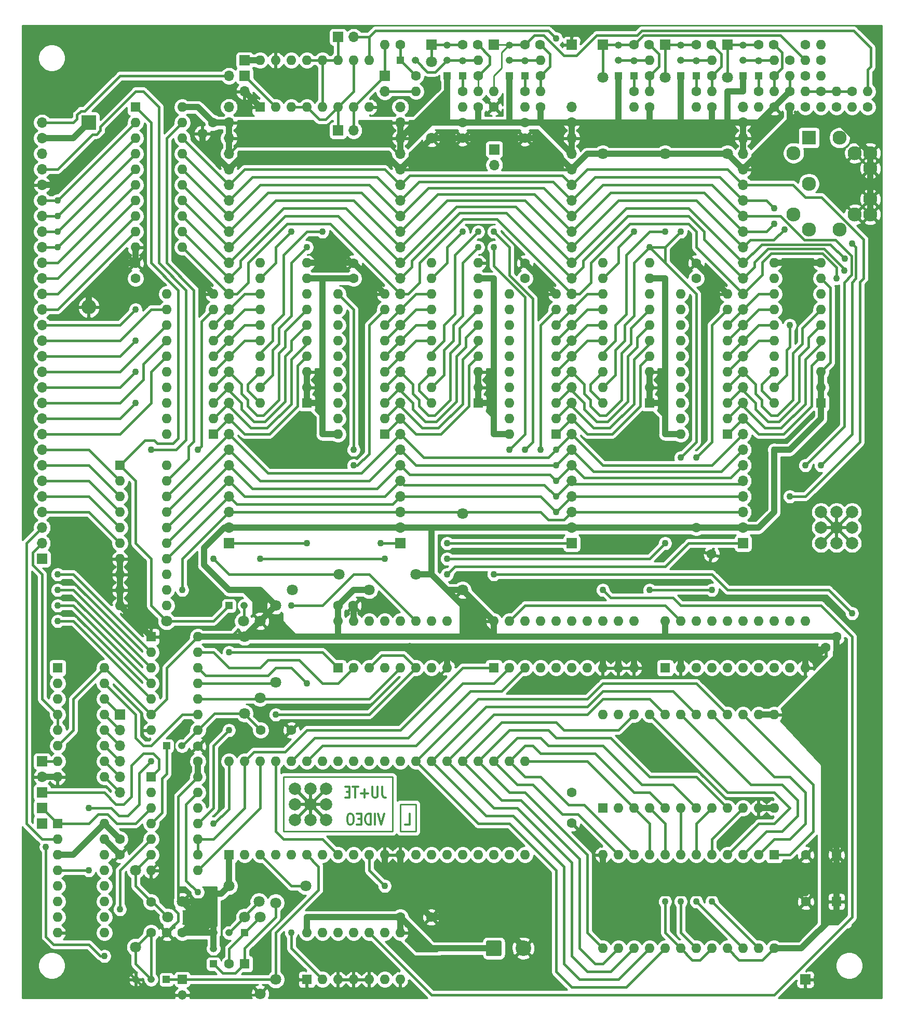
<source format=gbr>
%TF.GenerationSoftware,KiCad,Pcbnew,5.1.10*%
%TF.CreationDate,2022-02-01T20:50:29+01:00*%
%TF.ProjectId,Videoerweiterung,56696465-6f65-4727-9765-69746572756e,3*%
%TF.SameCoordinates,Original*%
%TF.FileFunction,Copper,L2,Bot*%
%TF.FilePolarity,Positive*%
%FSLAX46Y46*%
G04 Gerber Fmt 4.6, Leading zero omitted, Abs format (unit mm)*
G04 Created by KiCad (PCBNEW 5.1.10) date 2022-02-01 20:50:29*
%MOMM*%
%LPD*%
G01*
G04 APERTURE LIST*
%TA.AperFunction,NonConductor*%
%ADD10C,0.300000*%
%TD*%
%TA.AperFunction,ComponentPad*%
%ADD11C,2.550000*%
%TD*%
%TA.AperFunction,SMDPad,CuDef*%
%ADD12R,3.500000X0.500000*%
%TD*%
%TA.AperFunction,SMDPad,CuDef*%
%ADD13R,0.500000X3.500000*%
%TD*%
%TA.AperFunction,SMDPad,CuDef*%
%ADD14C,0.100000*%
%TD*%
%TA.AperFunction,SMDPad,CuDef*%
%ADD15C,2.000000*%
%TD*%
%TA.AperFunction,ComponentPad*%
%ADD16C,1.600000*%
%TD*%
%TA.AperFunction,ComponentPad*%
%ADD17R,1.600000X1.600000*%
%TD*%
%TA.AperFunction,ComponentPad*%
%ADD18C,2.300000*%
%TD*%
%TA.AperFunction,ComponentPad*%
%ADD19R,2.300000X2.300000*%
%TD*%
%TA.AperFunction,WasherPad*%
%ADD20C,2.300000*%
%TD*%
%TA.AperFunction,ComponentPad*%
%ADD21O,1.200000X1.200000*%
%TD*%
%TA.AperFunction,ComponentPad*%
%ADD22R,1.200000X1.200000*%
%TD*%
%TA.AperFunction,ComponentPad*%
%ADD23C,1.800000*%
%TD*%
%TA.AperFunction,ComponentPad*%
%ADD24R,1.700000X1.700000*%
%TD*%
%TA.AperFunction,ComponentPad*%
%ADD25O,1.600000X1.600000*%
%TD*%
%TA.AperFunction,ComponentPad*%
%ADD26O,1.700000X1.700000*%
%TD*%
%TA.AperFunction,ComponentPad*%
%ADD27O,1.500000X1.500000*%
%TD*%
%TA.AperFunction,ComponentPad*%
%ADD28R,1.500000X1.500000*%
%TD*%
%TA.AperFunction,ComponentPad*%
%ADD29O,2.400000X2.400000*%
%TD*%
%TA.AperFunction,ComponentPad*%
%ADD30R,2.400000X2.400000*%
%TD*%
%TA.AperFunction,ViaPad*%
%ADD31C,1.100000*%
%TD*%
%TA.AperFunction,ViaPad*%
%ADD32C,0.800000*%
%TD*%
%TA.AperFunction,Conductor*%
%ADD33C,0.250000*%
%TD*%
%TA.AperFunction,Conductor*%
%ADD34C,0.400000*%
%TD*%
%TA.AperFunction,Conductor*%
%ADD35C,1.000000*%
%TD*%
%TA.AperFunction,Conductor*%
%ADD36C,0.254000*%
%TD*%
%TA.AperFunction,Conductor*%
%ADD37C,0.100000*%
%TD*%
G04 APERTURE END LIST*
D10*
X107485714Y-180519285D02*
X108200000Y-180519285D01*
X108200000Y-178719285D01*
X104036428Y-178719285D02*
X103536428Y-180519285D01*
X103036428Y-178719285D01*
X102536428Y-180519285D02*
X102536428Y-178719285D01*
X101822142Y-180519285D02*
X101822142Y-178719285D01*
X101465000Y-178719285D01*
X101250714Y-178805000D01*
X101107857Y-178976428D01*
X101036428Y-179147857D01*
X100965000Y-179490714D01*
X100965000Y-179747857D01*
X101036428Y-180090714D01*
X101107857Y-180262142D01*
X101250714Y-180433571D01*
X101465000Y-180519285D01*
X101822142Y-180519285D01*
X100322142Y-179576428D02*
X99822142Y-179576428D01*
X99607857Y-180519285D02*
X100322142Y-180519285D01*
X100322142Y-178719285D01*
X99607857Y-178719285D01*
X98679285Y-178719285D02*
X98393571Y-178719285D01*
X98250714Y-178805000D01*
X98107857Y-178976428D01*
X98036428Y-179319285D01*
X98036428Y-179919285D01*
X98107857Y-180262142D01*
X98250714Y-180433571D01*
X98393571Y-180519285D01*
X98679285Y-180519285D01*
X98822142Y-180433571D01*
X98965000Y-180262142D01*
X99036428Y-179919285D01*
X99036428Y-179319285D01*
X98965000Y-178976428D01*
X98822142Y-178805000D01*
X98679285Y-178719285D01*
X103715000Y-174274285D02*
X103715000Y-175560000D01*
X103786428Y-175817142D01*
X103929285Y-175988571D01*
X104143571Y-176074285D01*
X104286428Y-176074285D01*
X103000714Y-174274285D02*
X103000714Y-175731428D01*
X102929285Y-175902857D01*
X102857857Y-175988571D01*
X102715000Y-176074285D01*
X102429285Y-176074285D01*
X102286428Y-175988571D01*
X102215000Y-175902857D01*
X102143571Y-175731428D01*
X102143571Y-174274285D01*
X101429285Y-175388571D02*
X100286428Y-175388571D01*
X100857857Y-176074285D02*
X100857857Y-174702857D01*
X99786428Y-174274285D02*
X98929285Y-174274285D01*
X99357857Y-176074285D02*
X99357857Y-174274285D01*
X98429285Y-175131428D02*
X97929285Y-175131428D01*
X97715000Y-176074285D02*
X98429285Y-176074285D01*
X98429285Y-174274285D01*
X97715000Y-174274285D01*
D11*
%TO.P,X206,2*%
%TO.N,GND*%
X126720000Y-200660000D03*
%TO.P,X206,1*%
%TO.N,+5V*%
%TA.AperFunction,ComponentPad*%
G36*
G01*
X120645000Y-201685001D02*
X120645000Y-199634999D01*
G75*
G02*
X120894999Y-199385000I249999J0D01*
G01*
X122945001Y-199385000D01*
G75*
G02*
X123195000Y-199634999I0J-249999D01*
G01*
X123195000Y-201685001D01*
G75*
G02*
X122945001Y-201935000I-249999J0D01*
G01*
X120894999Y-201935000D01*
G75*
G02*
X120645000Y-201685001I0J249999D01*
G01*
G37*
%TD.AperFunction*%
%TD*%
D12*
%TO.P,LOGO2,1*%
%TO.N,N/C*%
X177800000Y-132080000D03*
D13*
X177800000Y-132080000D03*
%TA.AperFunction,SMDPad,CuDef*%
D14*
G36*
X176032233Y-129958680D02*
G01*
X179921320Y-133847767D01*
X179567767Y-134201320D01*
X175678680Y-130312233D01*
X176032233Y-129958680D01*
G37*
%TD.AperFunction*%
D15*
X177800000Y-132080000D03*
%TA.AperFunction,SMDPad,CuDef*%
D14*
G36*
X175678680Y-133847767D02*
G01*
X179567767Y-129958680D01*
X179921320Y-130312233D01*
X176032233Y-134201320D01*
X175678680Y-133847767D01*
G37*
%TD.AperFunction*%
D15*
X175260000Y-134620000D03*
X177800000Y-134620000D03*
X180340000Y-134620000D03*
X180340000Y-132080000D03*
X180340000Y-129540000D03*
X177800000Y-129540000D03*
X175260000Y-129540000D03*
X175260000Y-132080000D03*
%TD*%
D12*
%TO.P,LOGO2,1*%
%TO.N,N/C*%
X92075000Y-177165000D03*
D13*
X92075000Y-177165000D03*
%TA.AperFunction,SMDPad,CuDef*%
D14*
G36*
X90307233Y-175043680D02*
G01*
X94196320Y-178932767D01*
X93842767Y-179286320D01*
X89953680Y-175397233D01*
X90307233Y-175043680D01*
G37*
%TD.AperFunction*%
D15*
X92075000Y-177165000D03*
%TA.AperFunction,SMDPad,CuDef*%
D14*
G36*
X89953680Y-178932767D02*
G01*
X93842767Y-175043680D01*
X94196320Y-175397233D01*
X90307233Y-179286320D01*
X89953680Y-178932767D01*
G37*
%TD.AperFunction*%
D15*
X89535000Y-179705000D03*
X92075000Y-179705000D03*
X94615000Y-179705000D03*
X94615000Y-177165000D03*
X94615000Y-174625000D03*
X92075000Y-174625000D03*
X89535000Y-174625000D03*
X89535000Y-177165000D03*
%TD*%
D16*
%TO.P,C23,2*%
%TO.N,GND*%
X172800000Y-193040000D03*
D17*
%TO.P,C23,1*%
%TO.N,+5V*%
X177800000Y-193040000D03*
%TD*%
D18*
%TO.P,X401,S*%
%TO.N,GND*%
X180800000Y-81000000D03*
X180800000Y-71000000D03*
X183300000Y-71000000D03*
X183300000Y-81000000D03*
D19*
%TO.P,X401,1*%
%TO.N,/Scart-Ausgang/Gr\u00FCn*%
X173300000Y-68500000D03*
D18*
%TO.P,X401,4*%
%TO.N,/Scart-Ausgang/Rot*%
X170800000Y-71000000D03*
%TO.P,X401,2*%
%TO.N,/Scart-Ausgang/Blau*%
X173300000Y-76000000D03*
%TO.P,X401,5*%
%TO.N,/Scart-Ausgang/~AV~RGB*%
X170800000Y-81000000D03*
%TO.P,X401,3*%
%TO.N,/Scart-Ausgang/Sync_BAS*%
X173300000Y-83500000D03*
%TO.P,X401,S*%
%TO.N,GND*%
X183300000Y-73500000D03*
X183300000Y-78500000D03*
D20*
%TO.P,X401,*%
%TO.N,*%
X178300000Y-68500000D03*
X178300000Y-83500000D03*
%TD*%
D21*
%TO.P,VT404,3*%
%TO.N,R*%
X162560000Y-53380000D03*
D22*
%TO.P,VT404,1*%
%TO.N,+5V*%
X162560000Y-58380000D03*
D21*
%TO.P,VT404,2*%
%TO.N,Net-(R2-Pad2)*%
X162560000Y-55880000D03*
%TD*%
%TO.P,VT403,3*%
%TO.N,G*%
X152400000Y-53380000D03*
D22*
%TO.P,VT403,1*%
%TO.N,+5V*%
X152400000Y-58380000D03*
D21*
%TO.P,VT403,2*%
%TO.N,Net-(R7-Pad2)*%
X152400000Y-55880000D03*
%TD*%
%TO.P,VT402,3*%
%TO.N,S*%
X142240000Y-53380000D03*
D22*
%TO.P,VT402,1*%
%TO.N,+5V*%
X142240000Y-58380000D03*
D21*
%TO.P,VT402,2*%
%TO.N,Net-(R12-Pad2)*%
X142240000Y-55880000D03*
%TD*%
%TO.P,VT401,3*%
%TO.N,B*%
X124460000Y-53380000D03*
D22*
%TO.P,VT401,1*%
%TO.N,+5V*%
X124460000Y-58380000D03*
D21*
%TO.P,VT401,2*%
%TO.N,Net-(R17-Pad2)*%
X124460000Y-55880000D03*
%TD*%
%TO.P,VT400,3*%
%TO.N,V*%
X114300000Y-53380000D03*
D22*
%TO.P,VT400,1*%
%TO.N,+5V*%
X114300000Y-58380000D03*
D21*
%TO.P,VT400,2*%
%TO.N,Net-(R22-Pad2)*%
X114300000Y-55880000D03*
%TD*%
%TO.P,VT201,3*%
%TO.N,GND*%
X63540000Y-205740000D03*
D22*
%TO.P,VT201,1*%
%TO.N,/Videoprozessor/~VRT*%
X68540000Y-205740000D03*
D21*
%TO.P,VT201,2*%
%TO.N,Net-(C200-Pad1)*%
X66040000Y-205740000D03*
%TD*%
%TO.P,VT200,3*%
%TO.N,+5V*%
X76260000Y-198120000D03*
D22*
%TO.P,VT200,1*%
%TO.N,Net-(C201-Pad2)*%
X81260000Y-198120000D03*
D21*
%TO.P,VT200,2*%
%TO.N,Net-(R200-Pad1)*%
X78760000Y-198120000D03*
%TD*%
%TO.P,VD203,2*%
%TO.N,~CS2*%
X81240000Y-144780000D03*
D22*
%TO.P,VD203,1*%
%TO.N,Net-(D15-Pad1)*%
X78740000Y-144780000D03*
%TD*%
D23*
%TO.P,R212,2*%
%TO.N,~CS2*%
X81080000Y-147320000D03*
%TO.P,R212,1*%
%TO.N,Net-(D15-Pad1)*%
X68580000Y-147320000D03*
%TD*%
D24*
%TO.P,TP201,1*%
%TO.N,GND*%
X172720000Y-205740000D03*
%TD*%
%TO.P,X205,1*%
%TO.N,/Videoprozessor/BUSY*%
X48260000Y-180340000D03*
%TD*%
D25*
%TO.P,R409,2*%
%TO.N,/Scart-Ausgang/Rot*%
X175260000Y-58420000D03*
D16*
%TO.P,R409,1*%
%TO.N,R*%
X175260000Y-55880000D03*
%TD*%
D25*
%TO.P,R408,2*%
%TO.N,/Scart-Ausgang/Gr\u00FCn*%
X175260000Y-53340000D03*
D16*
%TO.P,R408,1*%
%TO.N,G*%
X172720000Y-53340000D03*
%TD*%
D25*
%TO.P,R407,2*%
%TO.N,S*%
X172720000Y-55880000D03*
D16*
%TO.P,R407,1*%
%TO.N,/Scart-Ausgang/Sync_BAS*%
X172720000Y-58420000D03*
%TD*%
D25*
%TO.P,R406,2*%
%TO.N,+5V*%
X170180000Y-58420000D03*
D16*
%TO.P,R406,1*%
%TO.N,/Scart-Ausgang/~AV~RGB*%
X170180000Y-55880000D03*
%TD*%
D25*
%TO.P,R405,2*%
%TO.N,B*%
X182880000Y-60960000D03*
D16*
%TO.P,R405,1*%
%TO.N,/Scart-Ausgang/Blau*%
X182880000Y-63500000D03*
%TD*%
D25*
%TO.P,R404,2*%
%TO.N,/Scart-Ausgang/Blau*%
X180340000Y-63500000D03*
D16*
%TO.P,R404,1*%
%TO.N,V*%
X180340000Y-60960000D03*
%TD*%
D25*
%TO.P,R403,2*%
%TO.N,/Scart-Ausgang/Rot*%
X175260000Y-63500000D03*
D16*
%TO.P,R403,1*%
%TO.N,V*%
X175260000Y-60960000D03*
%TD*%
D25*
%TO.P,R402,2*%
%TO.N,V*%
X177800000Y-60960000D03*
D16*
%TO.P,R402,1*%
%TO.N,/Scart-Ausgang/Gr\u00FCn*%
X177800000Y-63500000D03*
%TD*%
D25*
%TO.P,R401,2*%
%TO.N,V*%
X172720000Y-60960000D03*
D16*
%TO.P,R401,1*%
%TO.N,/Scart-Ausgang/Sync_BAS*%
X172720000Y-63500000D03*
%TD*%
D24*
%TO.P,TP404,1*%
%TO.N,R*%
X160020000Y-53340000D03*
%TD*%
%TO.P,TP403,1*%
%TO.N,G*%
X149860000Y-53340000D03*
%TD*%
%TO.P,TP402,1*%
%TO.N,S*%
X139700000Y-53340000D03*
%TD*%
%TO.P,TP401,1*%
%TO.N,B*%
X121920000Y-53340000D03*
%TD*%
%TO.P,TP400,1*%
%TO.N,V*%
X111760000Y-53340000D03*
%TD*%
D25*
%TO.P,R501,2*%
%TO.N,Net-(JP505-Pad2)*%
X109220000Y-60960000D03*
D16*
%TO.P,R501,1*%
%TO.N,Net-(R26-Pad1)*%
X109220000Y-58420000D03*
%TD*%
D26*
%TO.P,JP507,2*%
%TO.N,/Videoausgabe/b*%
X99060000Y-52070000D03*
D24*
%TO.P,JP507,1*%
%TO.N,YB*%
X96520000Y-52070000D03*
%TD*%
D26*
%TO.P,JP506,2*%
%TO.N,~SYN*%
X122000000Y-72940000D03*
D24*
%TO.P,JP506,1*%
%TO.N,Net-(JP506-Pad1)*%
X122000000Y-70400000D03*
%TD*%
D26*
%TO.P,JP505,2*%
%TO.N,Net-(JP505-Pad2)*%
X104140000Y-60960000D03*
D24*
%TO.P,JP505,1*%
%TO.N,/Videoausgabe/v*%
X104140000Y-58420000D03*
%TD*%
D26*
%TO.P,JP504,2*%
%TO.N,GND*%
X81280000Y-60960000D03*
D24*
%TO.P,JP504,1*%
%TO.N,/Videoausgabe/~HR*%
X81280000Y-58420000D03*
%TD*%
D26*
%TO.P,JP503,2*%
%TO.N,P3.4*%
X78740000Y-58420000D03*
D24*
%TO.P,JP503,1*%
%TO.N,/Videoausgabe/~HR*%
X81280000Y-58420000D03*
%TD*%
D26*
%TO.P,JP502,2*%
%TO.N,/Videoausgabe/v*%
X99060000Y-67310000D03*
D24*
%TO.P,JP502,1*%
%TO.N,YV*%
X96520000Y-67310000D03*
%TD*%
D26*
%TO.P,JP501,2*%
%TO.N,/Videoausgabe/~HR*%
X81280000Y-58420000D03*
D24*
%TO.P,JP501,1*%
%TO.N,+5V*%
X81280000Y-55880000D03*
%TD*%
D27*
%TO.P,VD201,2*%
%TO.N,GND*%
X71120000Y-208280000D03*
D28*
%TO.P,VD201,1*%
%TO.N,/Videoprozessor/~VRT*%
X71120000Y-205740000D03*
%TD*%
D16*
%TO.P,C18,2*%
%TO.N,GND*%
X111680000Y-195580000D03*
%TO.P,C18,1*%
%TO.N,+5V*%
X106680000Y-195580000D03*
%TD*%
%TO.P,C24,2*%
%TO.N,GND*%
X68620000Y-198120000D03*
%TO.P,C24,1*%
%TO.N,+5V*%
X71120000Y-198120000D03*
%TD*%
D26*
%TO.P,X202,2*%
%TO.N,GND*%
X48260000Y-172720000D03*
D24*
%TO.P,X202,1*%
%TO.N,Net-(D19-Pad1)*%
X48260000Y-175260000D03*
%TD*%
D16*
%TO.P,C22,2*%
%TO.N,GND*%
X172800000Y-185420000D03*
%TO.P,C22,1*%
%TO.N,+5V*%
X177800000Y-185420000D03*
%TD*%
%TO.P,C20,2*%
%TO.N,GND*%
X176032233Y-151627767D03*
%TO.P,C20,1*%
%TO.N,+5V*%
X177800000Y-149860000D03*
%TD*%
%TO.P,C19,2*%
%TO.N,GND*%
X157440000Y-136410127D03*
%TO.P,C19,1*%
%TO.N,+5V*%
X154940000Y-132080000D03*
%TD*%
%TO.P,C17,2*%
%TO.N,GND*%
X60960000Y-185380000D03*
%TO.P,C17,1*%
%TO.N,+5V*%
X60960000Y-182880000D03*
%TD*%
%TO.P,C15,2*%
%TO.N,GND*%
X73660000Y-167680000D03*
%TO.P,C15,1*%
%TO.N,+5V*%
X73660000Y-170180000D03*
%TD*%
%TO.P,C14,2*%
%TO.N,GND*%
X99020000Y-144780000D03*
%TO.P,C14,1*%
%TO.N,+5V*%
X96520000Y-144780000D03*
%TD*%
%TO.P,C13,2*%
%TO.N,GND*%
X154940000Y-88940000D03*
%TO.P,C13,1*%
%TO.N,+5V*%
X154940000Y-91440000D03*
%TD*%
%TO.P,C12,2*%
%TO.N,GND*%
X127000000Y-68540000D03*
%TO.P,C12,1*%
%TO.N,+5V*%
X127000000Y-66040000D03*
%TD*%
%TO.P,C10,2*%
%TO.N,GND*%
X127000000Y-88940000D03*
%TO.P,C10,1*%
%TO.N,+5V*%
X127000000Y-91440000D03*
%TD*%
%TO.P,C9,2*%
%TO.N,GND*%
X63500000Y-88940000D03*
%TO.P,C9,1*%
%TO.N,+5V*%
X63500000Y-91440000D03*
%TD*%
%TO.P,C8,2*%
%TO.N,GND*%
X116840000Y-68540000D03*
%TO.P,C8,1*%
%TO.N,+5V*%
X116840000Y-66040000D03*
%TD*%
%TO.P,C7,2*%
%TO.N,GND*%
X99060000Y-88940000D03*
%TO.P,C7,1*%
%TO.N,+5V*%
X99060000Y-91440000D03*
%TD*%
%TO.P,C5,2*%
%TO.N,GND*%
X170180000Y-63460000D03*
%TO.P,C5,1*%
%TO.N,+5V*%
X170180000Y-60960000D03*
%TD*%
%TO.P,C4,2*%
%TO.N,GND*%
X74392233Y-67807767D03*
%TO.P,C4,1*%
%TO.N,+5V*%
X76160000Y-66040000D03*
%TD*%
%TO.P,C3,2*%
%TO.N,GND*%
X134620000Y-180260000D03*
%TO.P,C3,1*%
%TO.N,+5V*%
X134620000Y-175260000D03*
%TD*%
D29*
%TO.P,C2,2*%
%TO.N,GND*%
X55880000Y-96120000D03*
D30*
%TO.P,C2,1*%
%TO.N,+5V*%
X55880000Y-66040000D03*
%TD*%
D24*
%TO.P,X405,1*%
%TO.N,GND*%
X134620000Y-53340000D03*
%TD*%
D16*
%TO.P,C202,2*%
%TO.N,Net-(C202-Pad2)*%
X83900000Y-165100000D03*
%TO.P,C202,1*%
%TO.N,GND*%
X88900000Y-165100000D03*
%TD*%
D25*
%TO.P,R20,2*%
%TO.N,B*%
X121920000Y-60960000D03*
D16*
%TO.P,R20,1*%
%TO.N,GND*%
X121920000Y-63500000D03*
%TD*%
D21*
%TO.P,VD405,2*%
%TO.N,Net-(R2-Pad2)*%
X165100000Y-55920000D03*
D22*
%TO.P,VD405,1*%
%TO.N,Net-(R4-Pad1)*%
X165100000Y-58420000D03*
%TD*%
D21*
%TO.P,VD404,2*%
%TO.N,Net-(R7-Pad2)*%
X154940000Y-55920000D03*
D22*
%TO.P,VD404,1*%
%TO.N,Net-(R9-Pad1)*%
X154940000Y-58420000D03*
%TD*%
D21*
%TO.P,VD403,2*%
%TO.N,Net-(R12-Pad2)*%
X144780000Y-55920000D03*
D22*
%TO.P,VD403,1*%
%TO.N,Net-(R14-Pad1)*%
X144780000Y-58420000D03*
%TD*%
D21*
%TO.P,VD402,2*%
%TO.N,Net-(R17-Pad2)*%
X127000000Y-55920000D03*
D22*
%TO.P,VD402,1*%
%TO.N,Net-(R19-Pad1)*%
X127000000Y-58420000D03*
%TD*%
D21*
%TO.P,VD401,2*%
%TO.N,Net-(R22-Pad2)*%
X116840000Y-55920000D03*
D22*
%TO.P,VD401,1*%
%TO.N,Net-(R24-Pad1)*%
X116840000Y-58420000D03*
%TD*%
D21*
%TO.P,VD400,2*%
%TO.N,Net-(R22-Pad2)*%
X109180000Y-55880000D03*
D22*
%TO.P,VD400,1*%
%TO.N,Net-(R26-Pad1)*%
X106680000Y-55880000D03*
%TD*%
D21*
%TO.P,VD202,2*%
%TO.N,Net-(C202-Pad2)*%
X71080000Y-167640000D03*
D22*
%TO.P,VD202,1*%
%TO.N,Net-(D19-Pad4)*%
X68580000Y-167640000D03*
%TD*%
D21*
%TO.P,VD200,2*%
%TO.N,+5V*%
X76200000Y-200700000D03*
D22*
%TO.P,VD200,1*%
%TO.N,Net-(C201-Pad1)*%
X76200000Y-203200000D03*
%TD*%
D25*
%TO.P,D21,16*%
%TO.N,+5V*%
X58420000Y-180340000D03*
%TO.P,D21,8*%
%TO.N,GND*%
X50800000Y-198120000D03*
%TO.P,D21,15*%
X58420000Y-182880000D03*
%TO.P,D21,7*%
%TO.N,Net-(D21-Pad7)*%
X50800000Y-195580000D03*
%TO.P,D21,14*%
%TO.N,Net-(D21-Pad14)*%
X58420000Y-185420000D03*
%TO.P,D21,6*%
%TO.N,Net-(D21-Pad6)*%
X50800000Y-193040000D03*
%TO.P,D21,13*%
%TO.N,Net-(D21-Pad13)*%
X58420000Y-187960000D03*
%TO.P,D21,5*%
%TO.N,Net-(D21-Pad5)*%
X50800000Y-190500000D03*
%TO.P,D21,12*%
%TO.N,Net-(D21-Pad12)*%
X58420000Y-190500000D03*
%TO.P,D21,4*%
%TO.N,DIR*%
X50800000Y-187960000D03*
%TO.P,D21,11*%
%TO.N,Net-(D21-Pad11)*%
X58420000Y-193040000D03*
%TO.P,D21,3*%
%TO.N,+5V*%
X50800000Y-185420000D03*
%TO.P,D21,10*%
%TO.N,Net-(D21-Pad10)*%
X58420000Y-195580000D03*
%TO.P,D21,2*%
%TO.N,R~W*%
X50800000Y-182880000D03*
%TO.P,D21,9*%
%TO.N,Net-(D21-Pad9)*%
X58420000Y-198120000D03*
D17*
%TO.P,D21,1*%
%TO.N,~CS2*%
X50800000Y-180340000D03*
%TD*%
D25*
%TO.P,D20,16*%
%TO.N,+5V*%
X58420000Y-154940000D03*
%TO.P,D20,8*%
%TO.N,GND*%
X50800000Y-172720000D03*
%TO.P,D20,15*%
%TO.N,/Videoprozessor/6000h-63FFh*%
X58420000Y-157480000D03*
%TO.P,D20,7*%
%TO.N,/Videoprozessor/7C00h-7FFFh*%
X50800000Y-170180000D03*
%TO.P,D20,14*%
%TO.N,/Videoprozessor/6400h-67FFh*%
X58420000Y-160020000D03*
%TO.P,D20,6*%
%TO.N,+5V*%
X50800000Y-167640000D03*
%TO.P,D20,13*%
%TO.N,/Videoprozessor/6800h-6BFFh*%
X58420000Y-162560000D03*
%TO.P,D20,5*%
%TO.N,~CS3*%
X50800000Y-165100000D03*
%TO.P,D20,12*%
%TO.N,/Videoprozessor/6C00h-6FFFh*%
X58420000Y-165100000D03*
%TO.P,D20,4*%
%TO.N,~CS3*%
X50800000Y-162560000D03*
%TO.P,D20,11*%
%TO.N,/Videoprozessor/7000h-73FFh*%
X58420000Y-167640000D03*
%TO.P,D20,3*%
%TO.N,/Videoprozessor/A12*%
X50800000Y-160020000D03*
%TO.P,D20,10*%
%TO.N,/Videoprozessor/7400h-77FFh*%
X58420000Y-170180000D03*
%TO.P,D20,2*%
%TO.N,/Videoprozessor/A11*%
X50800000Y-157480000D03*
%TO.P,D20,9*%
%TO.N,/Videoprozessor/7800h-7BFFh*%
X58420000Y-172720000D03*
D17*
%TO.P,D20,1*%
%TO.N,/Videoprozessor/A10*%
X50800000Y-154940000D03*
%TD*%
D25*
%TO.P,D19,14*%
%TO.N,+5V*%
X73660000Y-172720000D03*
%TO.P,D19,7*%
%TO.N,GND*%
X66040000Y-187960000D03*
%TO.P,D19,13*%
%TO.N,T*%
X73660000Y-175260000D03*
%TO.P,D19,6*%
%TO.N,Net-(C200-Pad2)*%
X66040000Y-185420000D03*
%TO.P,D19,12*%
%TO.N,Net-(D13-Pad3)*%
X73660000Y-177800000D03*
%TO.P,D19,5*%
%TO.N,RT*%
X66040000Y-182880000D03*
%TO.P,D19,11*%
%TO.N,~CS2*%
X73660000Y-180340000D03*
%TO.P,D19,4*%
%TO.N,Net-(D19-Pad4)*%
X66040000Y-180340000D03*
%TO.P,D19,10*%
%TO.N,CS2*%
X73660000Y-182880000D03*
%TO.P,D19,3*%
%TO.N,~CS2*%
X66040000Y-177800000D03*
%TO.P,D19,9*%
%TO.N,CS2*%
X73660000Y-185420000D03*
%TO.P,D19,2*%
%TO.N,T*%
X66040000Y-175260000D03*
%TO.P,D19,8*%
%TO.N,~CS2_delay*%
X73660000Y-187960000D03*
D17*
%TO.P,D19,1*%
%TO.N,Net-(D19-Pad1)*%
X66040000Y-172720000D03*
%TD*%
D25*
%TO.P,D18,14*%
%TO.N,+5V*%
X73660000Y-149860000D03*
%TO.P,D18,7*%
%TO.N,GND*%
X66040000Y-165100000D03*
%TO.P,D18,13*%
%TO.N,~EV*%
X73660000Y-152400000D03*
%TO.P,D18,6*%
%TO.N,+5V*%
X66040000Y-162560000D03*
%TO.P,D18,12*%
%TO.N,~EB*%
X73660000Y-154940000D03*
%TO.P,D18,5*%
%TO.N,/Videoprozessor/A7*%
X66040000Y-160020000D03*
%TO.P,D18,11*%
%TO.N,~EG*%
X73660000Y-157480000D03*
%TO.P,D18,4*%
%TO.N,/Videoprozessor/A6*%
X66040000Y-157480000D03*
%TO.P,D18,10*%
%TO.N,~ER*%
X73660000Y-160020000D03*
%TO.P,D18,3*%
%TO.N,/Videoprozessor/A5*%
X66040000Y-154940000D03*
%TO.P,D18,9*%
%TO.N,/Videoprozessor/6000h-63FFh*%
X73660000Y-162560000D03*
%TO.P,D18,2*%
%TO.N,/Videoprozessor/A4*%
X66040000Y-152400000D03*
%TO.P,D18,8*%
%TO.N,Net-(C202-Pad2)*%
X73660000Y-165100000D03*
D17*
%TO.P,D18,1*%
%TO.N,GND*%
X66040000Y-149860000D03*
%TD*%
D25*
%TO.P,D17,20*%
%TO.N,+5V*%
X68580000Y-121920000D03*
%TO.P,D17,10*%
%TO.N,GND*%
X60960000Y-144780000D03*
%TO.P,D17,19*%
%TO.N,~CS2_delay*%
X68580000Y-124460000D03*
%TO.P,D17,9*%
%TO.N,GND*%
X60960000Y-142240000D03*
%TO.P,D17,18*%
%TO.N,VRA12*%
X68580000Y-127000000D03*
%TO.P,D17,8*%
%TO.N,GND*%
X60960000Y-139700000D03*
%TO.P,D17,17*%
%TO.N,VRA11*%
X68580000Y-129540000D03*
%TO.P,D17,7*%
%TO.N,GND*%
X60960000Y-137160000D03*
%TO.P,D17,16*%
%TO.N,VRA10*%
X68580000Y-132080000D03*
%TO.P,D17,6*%
%TO.N,/Videoprozessor/A8*%
X60960000Y-134620000D03*
%TO.P,D17,15*%
%TO.N,VRA9*%
X68580000Y-134620000D03*
%TO.P,D17,5*%
%TO.N,/Videoprozessor/A9*%
X60960000Y-132080000D03*
%TO.P,D17,14*%
%TO.N,VRA8*%
X68580000Y-137160000D03*
%TO.P,D17,4*%
%TO.N,/Videoprozessor/A10*%
X60960000Y-129540000D03*
%TO.P,D17,13*%
%TO.N,Net-(D17-Pad13)*%
X68580000Y-139700000D03*
%TO.P,D17,3*%
%TO.N,/Videoprozessor/A11*%
X60960000Y-127000000D03*
%TO.P,D17,12*%
%TO.N,Net-(D17-Pad12)*%
X68580000Y-142240000D03*
%TO.P,D17,2*%
%TO.N,/Videoprozessor/A12*%
X60960000Y-124460000D03*
%TO.P,D17,11*%
%TO.N,Net-(D17-Pad11)*%
X68580000Y-144780000D03*
D17*
%TO.P,D17,1*%
%TO.N,Net-(D15-Pad1)*%
X60960000Y-121920000D03*
%TD*%
D25*
%TO.P,D16,20*%
%TO.N,+5V*%
X68580000Y-116840000D03*
%TO.P,D16,10*%
%TO.N,GND*%
X76200000Y-93980000D03*
%TO.P,D16,19*%
%TO.N,D6*%
X68580000Y-114300000D03*
%TO.P,D16,9*%
%TO.N,~EV*%
X76200000Y-96520000D03*
%TO.P,D16,18*%
%TO.N,D4*%
X68580000Y-111760000D03*
%TO.P,D16,8*%
%TO.N,/Steuerung Video-RAM/VVD1*%
X76200000Y-99060000D03*
%TO.P,D16,17*%
%TO.N,D2*%
X68580000Y-109220000D03*
%TO.P,D16,7*%
%TO.N,/Steuerung Video-RAM/VVD3*%
X76200000Y-101600000D03*
%TO.P,D16,16*%
%TO.N,D0*%
X68580000Y-106680000D03*
%TO.P,D16,6*%
%TO.N,/Steuerung Video-RAM/VVD5*%
X76200000Y-104140000D03*
%TO.P,D16,15*%
%TO.N,D7*%
X68580000Y-104140000D03*
%TO.P,D16,5*%
%TO.N,/Steuerung Video-RAM/VVD7*%
X76200000Y-106680000D03*
%TO.P,D16,14*%
%TO.N,D5*%
X68580000Y-101600000D03*
%TO.P,D16,4*%
%TO.N,/Steuerung Video-RAM/VVD0*%
X76200000Y-109220000D03*
%TO.P,D16,13*%
%TO.N,D3*%
X68580000Y-99060000D03*
%TO.P,D16,3*%
%TO.N,/Steuerung Video-RAM/VVD2*%
X76200000Y-111760000D03*
%TO.P,D16,12*%
%TO.N,D1*%
X68580000Y-96520000D03*
%TO.P,D16,2*%
%TO.N,/Steuerung Video-RAM/VVD4*%
X76200000Y-114300000D03*
%TO.P,D16,11*%
%TO.N,DIR*%
X68580000Y-93980000D03*
D17*
%TO.P,D16,1*%
%TO.N,/Steuerung Video-RAM/VVD6*%
X76200000Y-116840000D03*
%TD*%
D25*
%TO.P,D15,20*%
%TO.N,+5V*%
X71120000Y-63500000D03*
%TO.P,D15,10*%
%TO.N,GND*%
X63500000Y-86360000D03*
%TO.P,D15,19*%
%TO.N,~CS2_delay*%
X71120000Y-66040000D03*
%TO.P,D15,9*%
%TO.N,/Videoprozessor/A0*%
X63500000Y-83820000D03*
%TO.P,D15,18*%
%TO.N,VRA7*%
X71120000Y-68580000D03*
%TO.P,D15,8*%
%TO.N,/Videoprozessor/A1*%
X63500000Y-81280000D03*
%TO.P,D15,17*%
%TO.N,VRA6*%
X71120000Y-71120000D03*
%TO.P,D15,7*%
%TO.N,/Videoprozessor/A2*%
X63500000Y-78740000D03*
%TO.P,D15,16*%
%TO.N,VRA5*%
X71120000Y-73660000D03*
%TO.P,D15,6*%
%TO.N,/Videoprozessor/A3*%
X63500000Y-76200000D03*
%TO.P,D15,15*%
%TO.N,VRA4*%
X71120000Y-76200000D03*
%TO.P,D15,5*%
%TO.N,/Videoprozessor/A4*%
X63500000Y-73660000D03*
%TO.P,D15,14*%
%TO.N,VRA3*%
X71120000Y-78740000D03*
%TO.P,D15,4*%
%TO.N,/Videoprozessor/A5*%
X63500000Y-71120000D03*
%TO.P,D15,13*%
%TO.N,VRA2*%
X71120000Y-81280000D03*
%TO.P,D15,3*%
%TO.N,/Videoprozessor/A6*%
X63500000Y-68580000D03*
%TO.P,D15,12*%
%TO.N,VRA1*%
X71120000Y-83820000D03*
%TO.P,D15,2*%
%TO.N,/Videoprozessor/A7*%
X63500000Y-66040000D03*
%TO.P,D15,11*%
%TO.N,VRA0*%
X71120000Y-86360000D03*
D17*
%TO.P,D15,1*%
%TO.N,Net-(D15-Pad1)*%
X63500000Y-63500000D03*
%TD*%
D25*
%TO.P,D14,14*%
%TO.N,+5V*%
X91440000Y-198120000D03*
%TO.P,D14,7*%
%TO.N,GND*%
X106680000Y-205740000D03*
%TO.P,D14,13*%
%TO.N,Net-(D14-Pad13)*%
X93980000Y-198120000D03*
%TO.P,D14,6*%
%TO.N,/Videoprozessor/~VDS*%
X104140000Y-205740000D03*
%TO.P,D14,12*%
%TO.N,Net-(D14-Pad12)*%
X96520000Y-198120000D03*
%TO.P,D14,5*%
%TO.N,GND*%
X101600000Y-205740000D03*
%TO.P,D14,11*%
%TO.N,Net-(D14-Pad11)*%
X99060000Y-198120000D03*
%TO.P,D14,4*%
%TO.N,GND*%
X99060000Y-205740000D03*
%TO.P,D14,10*%
%TO.N,S1*%
X101600000Y-198120000D03*
%TO.P,D14,3*%
%TO.N,GND*%
X96520000Y-205740000D03*
%TO.P,D14,9*%
%TO.N,T*%
X104140000Y-198120000D03*
%TO.P,D14,2*%
%TO.N,/Videoprozessor/VP3.7*%
X93980000Y-205740000D03*
%TO.P,D14,8*%
%TO.N,+5V*%
X106680000Y-198120000D03*
D17*
%TO.P,D14,1*%
%TO.N,GND*%
X91440000Y-205740000D03*
%TD*%
D25*
%TO.P,D13,40*%
%TO.N,/Videoprozessor/BUSY*%
X78740000Y-170180000D03*
%TO.P,D13,20*%
%TO.N,Net-(D13-Pad20)*%
X127000000Y-185420000D03*
%TO.P,D13,39*%
%TO.N,CS2*%
X81280000Y-170180000D03*
%TO.P,D13,19*%
%TO.N,Net-(D13-Pad19)*%
X124460000Y-185420000D03*
%TO.P,D13,38*%
%TO.N,~CS2_delay*%
X83820000Y-170180000D03*
%TO.P,D13,18*%
%TO.N,Net-(D13-Pad18)*%
X121920000Y-185420000D03*
%TO.P,D13,37*%
%TO.N,/Videoprozessor/~VDS*%
X86360000Y-170180000D03*
%TO.P,D13,17*%
%TO.N,Net-(D13-Pad17)*%
X119380000Y-185420000D03*
%TO.P,D13,36*%
%TO.N,/Videoprozessor/xA12*%
X88900000Y-170180000D03*
%TO.P,D13,16*%
%TO.N,Net-(D13-Pad16)*%
X116840000Y-185420000D03*
%TO.P,D13,35*%
%TO.N,/Videoprozessor/xA11*%
X91440000Y-170180000D03*
%TO.P,D13,15*%
%TO.N,/Videoprozessor/VA10*%
X114300000Y-185420000D03*
%TO.P,D13,34*%
%TO.N,/Videoprozessor/xA10*%
X93980000Y-170180000D03*
%TO.P,D13,14*%
%TO.N,/Videoprozessor/VA9*%
X111760000Y-185420000D03*
%TO.P,D13,33*%
%TO.N,/Videoprozessor/xA9*%
X96520000Y-170180000D03*
%TO.P,D13,13*%
%TO.N,/Videoprozessor/VA8*%
X109220000Y-185420000D03*
%TO.P,D13,32*%
%TO.N,/Videoprozessor/xA8*%
X99060000Y-170180000D03*
%TO.P,D13,12*%
%TO.N,GND*%
X106680000Y-185420000D03*
%TO.P,D13,31*%
%TO.N,/Videoprozessor/xA7*%
X101600000Y-170180000D03*
%TO.P,D13,11*%
%TO.N,GND*%
X104140000Y-185420000D03*
%TO.P,D13,30*%
%TO.N,Net-(D13-Pad30)*%
X104140000Y-170180000D03*
%TO.P,D13,10*%
%TO.N,~SYN*%
X101600000Y-185420000D03*
%TO.P,D13,29*%
%TO.N,Net-(D13-Pad29)*%
X106680000Y-170180000D03*
%TO.P,D13,9*%
%TO.N,/Videoprozessor/~VAS*%
X99060000Y-185420000D03*
%TO.P,D13,28*%
%TO.N,/Videoprozessor/VAD7*%
X109220000Y-170180000D03*
%TO.P,D13,8*%
%TO.N,/Videoprozessor/~VDS*%
X96520000Y-185420000D03*
%TO.P,D13,27*%
%TO.N,/Videoprozessor/VAD6*%
X111760000Y-170180000D03*
%TO.P,D13,7*%
%TO.N,Net-(D13-Pad7)*%
X93980000Y-185420000D03*
%TO.P,D13,26*%
%TO.N,/Videoprozessor/VAD5*%
X114300000Y-170180000D03*
%TO.P,D13,6*%
%TO.N,/Videoprozessor/~VRT*%
X91440000Y-185420000D03*
%TO.P,D13,25*%
%TO.N,/Videoprozessor/VAD4*%
X116840000Y-170180000D03*
%TO.P,D13,5*%
%TO.N,Net-(D13-Pad5)*%
X88900000Y-185420000D03*
%TO.P,D13,24*%
%TO.N,/Videoprozessor/VAD3*%
X119380000Y-170180000D03*
%TO.P,D13,4*%
%TO.N,/Videoprozessor/VP3.7*%
X86360000Y-185420000D03*
%TO.P,D13,23*%
%TO.N,/Videoprozessor/VAD2*%
X121920000Y-170180000D03*
%TO.P,D13,3*%
%TO.N,Net-(D13-Pad3)*%
X83820000Y-185420000D03*
%TO.P,D13,22*%
%TO.N,/Videoprozessor/VAD1*%
X124460000Y-170180000D03*
%TO.P,D13,2*%
%TO.N,Net-(D13-Pad2)*%
X81280000Y-185420000D03*
%TO.P,D13,21*%
%TO.N,/Videoprozessor/VAD0*%
X127000000Y-170180000D03*
D17*
%TO.P,D13,1*%
%TO.N,+5V*%
X78740000Y-185420000D03*
%TD*%
D25*
%TO.P,D12,20*%
%TO.N,+5V*%
X83820000Y-111760000D03*
%TO.P,D12,10*%
%TO.N,GND*%
X91440000Y-88900000D03*
%TO.P,D12,19*%
%TO.N,S1*%
X83820000Y-109220000D03*
%TO.P,D12,9*%
%TO.N,+5V*%
X91440000Y-91440000D03*
%TO.P,D12,18*%
X83820000Y-106680000D03*
%TO.P,D12,8*%
%TO.N,Net-(D12-Pad8)*%
X91440000Y-93980000D03*
%TO.P,D12,17*%
%TO.N,YV*%
X83820000Y-104140000D03*
%TO.P,D12,7*%
%TO.N,/Steuerung Video-RAM/VVD0*%
X91440000Y-96520000D03*
%TO.P,D12,16*%
%TO.N,/Steuerung Video-RAM/VVD7*%
X83820000Y-101600000D03*
%TO.P,D12,6*%
%TO.N,/Steuerung Video-RAM/VVD2*%
X91440000Y-99060000D03*
%TO.P,D12,15*%
%TO.N,/Steuerung Video-RAM/VVD5*%
X83820000Y-99060000D03*
%TO.P,D12,5*%
%TO.N,/Steuerung Video-RAM/VVD4*%
X91440000Y-101600000D03*
%TO.P,D12,14*%
%TO.N,/Steuerung Video-RAM/VVD3*%
X83820000Y-96520000D03*
%TO.P,D12,4*%
%TO.N,/Steuerung Video-RAM/VVD6*%
X91440000Y-104140000D03*
%TO.P,D12,13*%
%TO.N,/Steuerung Video-RAM/VVD1*%
X83820000Y-93980000D03*
%TO.P,D12,3*%
%TO.N,+5V*%
X91440000Y-106680000D03*
%TO.P,D12,12*%
%TO.N,T*%
X83820000Y-91440000D03*
%TO.P,D12,2*%
%TO.N,+5V*%
X91440000Y-109220000D03*
%TO.P,D12,11*%
%TO.N,GND*%
X83820000Y-88900000D03*
D17*
%TO.P,D12,1*%
%TO.N,+5V*%
X91440000Y-111760000D03*
%TD*%
D25*
%TO.P,D11,20*%
%TO.N,+5V*%
X96520000Y-116840000D03*
%TO.P,D11,10*%
%TO.N,GND*%
X104140000Y-93980000D03*
%TO.P,D11,19*%
%TO.N,D6*%
X96520000Y-114300000D03*
%TO.P,D11,9*%
%TO.N,~EB*%
X104140000Y-96520000D03*
%TO.P,D11,18*%
%TO.N,D4*%
X96520000Y-111760000D03*
%TO.P,D11,8*%
%TO.N,/Steuerung Video-RAM/VBD1*%
X104140000Y-99060000D03*
%TO.P,D11,17*%
%TO.N,D2*%
X96520000Y-109220000D03*
%TO.P,D11,7*%
%TO.N,/Steuerung Video-RAM/VBD3*%
X104140000Y-101600000D03*
%TO.P,D11,16*%
%TO.N,D0*%
X96520000Y-106680000D03*
%TO.P,D11,6*%
%TO.N,/Steuerung Video-RAM/VBD5*%
X104140000Y-104140000D03*
%TO.P,D11,15*%
%TO.N,D7*%
X96520000Y-104140000D03*
%TO.P,D11,5*%
%TO.N,/Steuerung Video-RAM/VBD7*%
X104140000Y-106680000D03*
%TO.P,D11,14*%
%TO.N,D5*%
X96520000Y-101600000D03*
%TO.P,D11,4*%
%TO.N,/Steuerung Video-RAM/VBD0*%
X104140000Y-109220000D03*
%TO.P,D11,13*%
%TO.N,D3*%
X96520000Y-99060000D03*
%TO.P,D11,3*%
%TO.N,/Steuerung Video-RAM/VBD2*%
X104140000Y-111760000D03*
%TO.P,D11,12*%
%TO.N,D1*%
X96520000Y-96520000D03*
%TO.P,D11,2*%
%TO.N,/Steuerung Video-RAM/VBD4*%
X104140000Y-114300000D03*
%TO.P,D11,11*%
%TO.N,DIR*%
X96520000Y-93980000D03*
D17*
%TO.P,D11,1*%
%TO.N,/Steuerung Video-RAM/VBD6*%
X104140000Y-116840000D03*
%TD*%
D25*
%TO.P,D10,16*%
%TO.N,+5V*%
X96520000Y-147320000D03*
%TO.P,D10,8*%
%TO.N,GND*%
X114300000Y-154940000D03*
%TO.P,D10,15*%
X99060000Y-147320000D03*
%TO.P,D10,7*%
%TO.N,~SR*%
X111760000Y-154940000D03*
%TO.P,D10,14*%
%TO.N,~EB*%
X101600000Y-147320000D03*
%TO.P,D10,6*%
%TO.N,/Videoprozessor/~VDS*%
X109220000Y-154940000D03*
%TO.P,D10,13*%
X104140000Y-147320000D03*
%TO.P,D10,5*%
%TO.N,~ER*%
X106680000Y-154940000D03*
%TO.P,D10,12*%
%TO.N,~SB*%
X106680000Y-147320000D03*
%TO.P,D10,4*%
%TO.N,~SV*%
X104140000Y-154940000D03*
%TO.P,D10,11*%
%TO.N,~EG*%
X109220000Y-147320000D03*
%TO.P,D10,3*%
%TO.N,/Videoprozessor/~VDS*%
X101600000Y-154940000D03*
%TO.P,D10,10*%
X111760000Y-147320000D03*
%TO.P,D10,2*%
%TO.N,~EV*%
X99060000Y-154940000D03*
%TO.P,D10,9*%
%TO.N,~SG*%
X114300000Y-147320000D03*
D17*
%TO.P,D10,1*%
%TO.N,~CS2*%
X96520000Y-154940000D03*
%TD*%
D25*
%TO.P,D9,20*%
%TO.N,+5V*%
X111760000Y-111760000D03*
%TO.P,D9,10*%
%TO.N,GND*%
X119380000Y-88900000D03*
%TO.P,D9,19*%
%TO.N,S1*%
X111760000Y-109220000D03*
%TO.P,D9,9*%
%TO.N,+5V*%
X119380000Y-91440000D03*
%TO.P,D9,18*%
X111760000Y-106680000D03*
%TO.P,D9,8*%
%TO.N,Net-(D9-Pad8)*%
X119380000Y-93980000D03*
%TO.P,D9,17*%
%TO.N,YB*%
X111760000Y-104140000D03*
%TO.P,D9,7*%
%TO.N,/Steuerung Video-RAM/VBD0*%
X119380000Y-96520000D03*
%TO.P,D9,16*%
%TO.N,/Steuerung Video-RAM/VBD7*%
X111760000Y-101600000D03*
%TO.P,D9,6*%
%TO.N,/Steuerung Video-RAM/VBD2*%
X119380000Y-99060000D03*
%TO.P,D9,15*%
%TO.N,/Steuerung Video-RAM/VBD5*%
X111760000Y-99060000D03*
%TO.P,D9,5*%
%TO.N,/Steuerung Video-RAM/VBD4*%
X119380000Y-101600000D03*
%TO.P,D9,14*%
%TO.N,/Steuerung Video-RAM/VBD3*%
X111760000Y-96520000D03*
%TO.P,D9,4*%
%TO.N,/Steuerung Video-RAM/VBD6*%
X119380000Y-104140000D03*
%TO.P,D9,13*%
%TO.N,/Steuerung Video-RAM/VBD1*%
X111760000Y-93980000D03*
%TO.P,D9,3*%
%TO.N,+5V*%
X119380000Y-106680000D03*
%TO.P,D9,12*%
%TO.N,T*%
X111760000Y-91440000D03*
%TO.P,D9,2*%
%TO.N,+5V*%
X119380000Y-109220000D03*
%TO.P,D9,11*%
%TO.N,GND*%
X111760000Y-88900000D03*
D17*
%TO.P,D9,1*%
%TO.N,+5V*%
X119380000Y-111760000D03*
%TD*%
D25*
%TO.P,D8,20*%
%TO.N,+5V*%
X121920000Y-147320000D03*
%TO.P,D8,10*%
%TO.N,GND*%
X144780000Y-154940000D03*
%TO.P,D8,19*%
%TO.N,CS2*%
X124460000Y-147320000D03*
%TO.P,D8,9*%
%TO.N,GND*%
X142240000Y-154940000D03*
%TO.P,D8,18*%
%TO.N,VRA12*%
X127000000Y-147320000D03*
%TO.P,D8,8*%
%TO.N,GND*%
X139700000Y-154940000D03*
%TO.P,D8,17*%
%TO.N,VRA11*%
X129540000Y-147320000D03*
%TO.P,D8,7*%
%TO.N,/Videoprozessor/xA7*%
X137160000Y-154940000D03*
%TO.P,D8,16*%
%TO.N,VRA10*%
X132080000Y-147320000D03*
%TO.P,D8,6*%
%TO.N,/Videoprozessor/xA8*%
X134620000Y-154940000D03*
%TO.P,D8,15*%
%TO.N,VRA9*%
X134620000Y-147320000D03*
%TO.P,D8,5*%
%TO.N,/Videoprozessor/xA9*%
X132080000Y-154940000D03*
%TO.P,D8,14*%
%TO.N,VRA8*%
X137160000Y-147320000D03*
%TO.P,D8,4*%
%TO.N,/Videoprozessor/xA10*%
X129540000Y-154940000D03*
%TO.P,D8,13*%
%TO.N,VRA7*%
X139700000Y-147320000D03*
%TO.P,D8,3*%
%TO.N,/Videoprozessor/xA11*%
X127000000Y-154940000D03*
%TO.P,D8,12*%
%TO.N,Net-(D8-Pad12)*%
X142240000Y-147320000D03*
%TO.P,D8,2*%
%TO.N,/Videoprozessor/xA12*%
X124460000Y-154940000D03*
%TO.P,D8,11*%
%TO.N,Net-(D8-Pad11)*%
X144780000Y-147320000D03*
D17*
%TO.P,D8,1*%
%TO.N,CS2*%
X121920000Y-154940000D03*
%TD*%
D25*
%TO.P,D7,20*%
%TO.N,+5V*%
X124460000Y-116840000D03*
%TO.P,D7,10*%
%TO.N,GND*%
X132080000Y-93980000D03*
%TO.P,D7,19*%
%TO.N,D6*%
X124460000Y-114300000D03*
%TO.P,D7,9*%
%TO.N,~EG*%
X132080000Y-96520000D03*
%TO.P,D7,18*%
%TO.N,D4*%
X124460000Y-111760000D03*
%TO.P,D7,8*%
%TO.N,/Steuerung Video-RAM/VGD1*%
X132080000Y-99060000D03*
%TO.P,D7,17*%
%TO.N,D2*%
X124460000Y-109220000D03*
%TO.P,D7,7*%
%TO.N,/Steuerung Video-RAM/VGD3*%
X132080000Y-101600000D03*
%TO.P,D7,16*%
%TO.N,D0*%
X124460000Y-106680000D03*
%TO.P,D7,6*%
%TO.N,/Steuerung Video-RAM/VGD5*%
X132080000Y-104140000D03*
%TO.P,D7,15*%
%TO.N,D7*%
X124460000Y-104140000D03*
%TO.P,D7,5*%
%TO.N,/Steuerung Video-RAM/VGD7*%
X132080000Y-106680000D03*
%TO.P,D7,14*%
%TO.N,D5*%
X124460000Y-101600000D03*
%TO.P,D7,4*%
%TO.N,/Steuerung Video-RAM/VGD0*%
X132080000Y-109220000D03*
%TO.P,D7,13*%
%TO.N,D3*%
X124460000Y-99060000D03*
%TO.P,D7,3*%
%TO.N,/Steuerung Video-RAM/VGD2*%
X132080000Y-111760000D03*
%TO.P,D7,12*%
%TO.N,D1*%
X124460000Y-96520000D03*
%TO.P,D7,2*%
%TO.N,/Steuerung Video-RAM/VGD4*%
X132080000Y-114300000D03*
%TO.P,D7,11*%
%TO.N,DIR*%
X124460000Y-93980000D03*
D17*
%TO.P,D7,1*%
%TO.N,/Steuerung Video-RAM/VGD6*%
X132080000Y-116840000D03*
%TD*%
D25*
%TO.P,D6,24*%
%TO.N,+5V*%
X167640000Y-200660000D03*
%TO.P,D6,12*%
%TO.N,GND*%
X139700000Y-185420000D03*
%TO.P,D6,23*%
%TO.N,/Videoprozessor/VA8*%
X165100000Y-200660000D03*
%TO.P,D6,11*%
%TO.N,/Videoprozessor/VAD2*%
X142240000Y-185420000D03*
%TO.P,D6,22*%
%TO.N,/Videoprozessor/VA9*%
X162560000Y-200660000D03*
%TO.P,D6,10*%
%TO.N,/Videoprozessor/VAD1*%
X144780000Y-185420000D03*
%TO.P,D6,21*%
%TO.N,+5V*%
X160020000Y-200660000D03*
%TO.P,D6,9*%
%TO.N,/Videoprozessor/VAD0*%
X147320000Y-185420000D03*
%TO.P,D6,20*%
%TO.N,/Videoprozessor/~VDS*%
X157480000Y-200660000D03*
%TO.P,D6,8*%
%TO.N,/Videoprozessor/VA0*%
X149860000Y-185420000D03*
%TO.P,D6,19*%
%TO.N,/Videoprozessor/VA10*%
X154940000Y-200660000D03*
%TO.P,D6,7*%
%TO.N,/Videoprozessor/VA1*%
X152400000Y-185420000D03*
%TO.P,D6,18*%
%TO.N,/Videoprozessor/~VDS*%
X152400000Y-200660000D03*
%TO.P,D6,6*%
%TO.N,/Videoprozessor/VA2*%
X154940000Y-185420000D03*
%TO.P,D6,17*%
%TO.N,/Videoprozessor/VAD7*%
X149860000Y-200660000D03*
%TO.P,D6,5*%
%TO.N,/Videoprozessor/VA3*%
X157480000Y-185420000D03*
%TO.P,D6,16*%
%TO.N,/Videoprozessor/VAD6*%
X147320000Y-200660000D03*
%TO.P,D6,4*%
%TO.N,/Videoprozessor/VA4*%
X160020000Y-185420000D03*
%TO.P,D6,15*%
%TO.N,/Videoprozessor/VAD5*%
X144780000Y-200660000D03*
%TO.P,D6,3*%
%TO.N,/Videoprozessor/VA5*%
X162560000Y-185420000D03*
%TO.P,D6,14*%
%TO.N,/Videoprozessor/VAD4*%
X142240000Y-200660000D03*
%TO.P,D6,2*%
%TO.N,/Videoprozessor/VA6*%
X165100000Y-185420000D03*
%TO.P,D6,13*%
%TO.N,/Videoprozessor/VAD3*%
X139700000Y-200660000D03*
D17*
%TO.P,D6,1*%
%TO.N,/Videoprozessor/VA7*%
X167640000Y-185420000D03*
%TD*%
D25*
%TO.P,D5,24*%
%TO.N,+5V*%
X139700000Y-162560000D03*
%TO.P,D5,12*%
%TO.N,GND*%
X167640000Y-177800000D03*
%TO.P,D5,23*%
%TO.N,Net-(D5-Pad23)*%
X142240000Y-162560000D03*
%TO.P,D5,11*%
%TO.N,GND*%
X165100000Y-177800000D03*
%TO.P,D5,22*%
%TO.N,/Videoprozessor/VAD4*%
X144780000Y-162560000D03*
%TO.P,D5,10*%
%TO.N,/Videoprozessor/VA3*%
X162560000Y-177800000D03*
%TO.P,D5,21*%
%TO.N,/Videoprozessor/VA4*%
X147320000Y-162560000D03*
%TO.P,D5,9*%
%TO.N,/Videoprozessor/VAD3*%
X160020000Y-177800000D03*
%TO.P,D5,20*%
%TO.N,/Videoprozessor/VAD5*%
X149860000Y-162560000D03*
%TO.P,D5,8*%
%TO.N,/Videoprozessor/VA2*%
X157480000Y-177800000D03*
%TO.P,D5,19*%
%TO.N,/Videoprozessor/VA5*%
X152400000Y-162560000D03*
%TO.P,D5,7*%
%TO.N,/Videoprozessor/VAD2*%
X154940000Y-177800000D03*
%TO.P,D5,18*%
%TO.N,/Videoprozessor/VAD6*%
X154940000Y-162560000D03*
%TO.P,D5,6*%
%TO.N,/Videoprozessor/VA1*%
X152400000Y-177800000D03*
%TO.P,D5,17*%
%TO.N,/Videoprozessor/VA6*%
X157480000Y-162560000D03*
%TO.P,D5,5*%
%TO.N,/Videoprozessor/VAD1*%
X149860000Y-177800000D03*
%TO.P,D5,16*%
%TO.N,/Videoprozessor/VAD7*%
X160020000Y-162560000D03*
%TO.P,D5,4*%
%TO.N,/Videoprozessor/VA0*%
X147320000Y-177800000D03*
%TO.P,D5,15*%
%TO.N,/Videoprozessor/VA7*%
X162560000Y-162560000D03*
%TO.P,D5,3*%
%TO.N,/Videoprozessor/VAD0*%
X144780000Y-177800000D03*
%TO.P,D5,14*%
%TO.N,+5V*%
X165100000Y-162560000D03*
%TO.P,D5,2*%
X142240000Y-177800000D03*
%TO.P,D5,13*%
X167640000Y-162560000D03*
D17*
%TO.P,D5,1*%
%TO.N,/Videoprozessor/~VAS*%
X139700000Y-177800000D03*
%TD*%
D25*
%TO.P,D4,20*%
%TO.N,+5V*%
X139700000Y-111760000D03*
%TO.P,D4,10*%
%TO.N,GND*%
X147320000Y-88900000D03*
%TO.P,D4,19*%
%TO.N,S1*%
X139700000Y-109220000D03*
%TO.P,D4,9*%
%TO.N,+5V*%
X147320000Y-91440000D03*
%TO.P,D4,18*%
X139700000Y-106680000D03*
%TO.P,D4,8*%
%TO.N,Net-(D4-Pad8)*%
X147320000Y-93980000D03*
%TO.P,D4,17*%
%TO.N,YG*%
X139700000Y-104140000D03*
%TO.P,D4,7*%
%TO.N,/Steuerung Video-RAM/VGD0*%
X147320000Y-96520000D03*
%TO.P,D4,16*%
%TO.N,/Steuerung Video-RAM/VGD7*%
X139700000Y-101600000D03*
%TO.P,D4,6*%
%TO.N,/Steuerung Video-RAM/VGD2*%
X147320000Y-99060000D03*
%TO.P,D4,15*%
%TO.N,/Steuerung Video-RAM/VGD5*%
X139700000Y-99060000D03*
%TO.P,D4,5*%
%TO.N,/Steuerung Video-RAM/VGD4*%
X147320000Y-101600000D03*
%TO.P,D4,14*%
%TO.N,/Steuerung Video-RAM/VGD3*%
X139700000Y-96520000D03*
%TO.P,D4,4*%
%TO.N,/Steuerung Video-RAM/VGD6*%
X147320000Y-104140000D03*
%TO.P,D4,13*%
%TO.N,/Steuerung Video-RAM/VGD1*%
X139700000Y-93980000D03*
%TO.P,D4,3*%
%TO.N,+5V*%
X147320000Y-106680000D03*
%TO.P,D4,12*%
%TO.N,T*%
X139700000Y-91440000D03*
%TO.P,D4,2*%
%TO.N,+5V*%
X147320000Y-109220000D03*
%TO.P,D4,11*%
%TO.N,GND*%
X139700000Y-88900000D03*
D17*
%TO.P,D4,1*%
%TO.N,+5V*%
X147320000Y-111760000D03*
%TD*%
D25*
%TO.P,D3,20*%
%TO.N,+5V*%
X152400000Y-116840000D03*
%TO.P,D3,10*%
%TO.N,GND*%
X160020000Y-93980000D03*
%TO.P,D3,19*%
%TO.N,D6*%
X152400000Y-114300000D03*
%TO.P,D3,9*%
%TO.N,~ER*%
X160020000Y-96520000D03*
%TO.P,D3,18*%
%TO.N,D4*%
X152400000Y-111760000D03*
%TO.P,D3,8*%
%TO.N,/Steuerung Video-RAM/VRD1*%
X160020000Y-99060000D03*
%TO.P,D3,17*%
%TO.N,D2*%
X152400000Y-109220000D03*
%TO.P,D3,7*%
%TO.N,/Steuerung Video-RAM/VRD3*%
X160020000Y-101600000D03*
%TO.P,D3,16*%
%TO.N,D0*%
X152400000Y-106680000D03*
%TO.P,D3,6*%
%TO.N,/Steuerung Video-RAM/VRD5*%
X160020000Y-104140000D03*
%TO.P,D3,15*%
%TO.N,D7*%
X152400000Y-104140000D03*
%TO.P,D3,5*%
%TO.N,/Steuerung Video-RAM/VRD7*%
X160020000Y-106680000D03*
%TO.P,D3,14*%
%TO.N,D5*%
X152400000Y-101600000D03*
%TO.P,D3,4*%
%TO.N,/Steuerung Video-RAM/VRD0*%
X160020000Y-109220000D03*
%TO.P,D3,13*%
%TO.N,D3*%
X152400000Y-99060000D03*
%TO.P,D3,3*%
%TO.N,/Steuerung Video-RAM/VRD2*%
X160020000Y-111760000D03*
%TO.P,D3,12*%
%TO.N,D1*%
X152400000Y-96520000D03*
%TO.P,D3,2*%
%TO.N,/Steuerung Video-RAM/VRD4*%
X160020000Y-114300000D03*
%TO.P,D3,11*%
%TO.N,DIR*%
X152400000Y-93980000D03*
D17*
%TO.P,D3,1*%
%TO.N,/Steuerung Video-RAM/VRD6*%
X160020000Y-116840000D03*
%TD*%
D25*
%TO.P,D2,20*%
%TO.N,+5V*%
X149860000Y-147320000D03*
%TO.P,D2,10*%
%TO.N,GND*%
X172720000Y-154940000D03*
%TO.P,D2,19*%
%TO.N,CS2*%
X152400000Y-147320000D03*
%TO.P,D2,9*%
%TO.N,/Videoprozessor/VA3*%
X170180000Y-154940000D03*
%TO.P,D2,18*%
%TO.N,Net-(D2-Pad18)*%
X154940000Y-147320000D03*
%TO.P,D2,8*%
%TO.N,/Videoprozessor/VA2*%
X167640000Y-154940000D03*
%TO.P,D2,17*%
%TO.N,VRA4*%
X157480000Y-147320000D03*
%TO.P,D2,7*%
%TO.N,/Videoprozessor/VA1*%
X165100000Y-154940000D03*
%TO.P,D2,16*%
%TO.N,VRA5*%
X160020000Y-147320000D03*
%TO.P,D2,6*%
%TO.N,/Videoprozessor/VA0*%
X162560000Y-154940000D03*
%TO.P,D2,15*%
%TO.N,VRA6*%
X162560000Y-147320000D03*
%TO.P,D2,5*%
%TO.N,/Videoprozessor/VA6*%
X160020000Y-154940000D03*
%TO.P,D2,14*%
%TO.N,VRA0*%
X165100000Y-147320000D03*
%TO.P,D2,4*%
%TO.N,/Videoprozessor/VA5*%
X157480000Y-154940000D03*
%TO.P,D2,13*%
%TO.N,VRA1*%
X167640000Y-147320000D03*
%TO.P,D2,3*%
%TO.N,/Videoprozessor/VA4*%
X154940000Y-154940000D03*
%TO.P,D2,12*%
%TO.N,VRA2*%
X170180000Y-147320000D03*
%TO.P,D2,2*%
%TO.N,GND*%
X152400000Y-154940000D03*
%TO.P,D2,11*%
%TO.N,VRA3*%
X172720000Y-147320000D03*
D17*
%TO.P,D2,1*%
%TO.N,CS2*%
X149860000Y-154940000D03*
%TD*%
D25*
%TO.P,D1,20*%
%TO.N,+5V*%
X167640000Y-111760000D03*
%TO.P,D1,10*%
%TO.N,GND*%
X175260000Y-88900000D03*
%TO.P,D1,19*%
%TO.N,S1*%
X167640000Y-109220000D03*
%TO.P,D1,9*%
%TO.N,+5V*%
X175260000Y-91440000D03*
%TO.P,D1,18*%
X167640000Y-106680000D03*
%TO.P,D1,8*%
%TO.N,Net-(D1-Pad8)*%
X175260000Y-93980000D03*
%TO.P,D1,17*%
%TO.N,YR*%
X167640000Y-104140000D03*
%TO.P,D1,7*%
%TO.N,/Steuerung Video-RAM/VRD0*%
X175260000Y-96520000D03*
%TO.P,D1,16*%
%TO.N,/Steuerung Video-RAM/VRD7*%
X167640000Y-101600000D03*
%TO.P,D1,6*%
%TO.N,/Steuerung Video-RAM/VRD2*%
X175260000Y-99060000D03*
%TO.P,D1,15*%
%TO.N,/Steuerung Video-RAM/VRD5*%
X167640000Y-99060000D03*
%TO.P,D1,5*%
%TO.N,/Steuerung Video-RAM/VRD4*%
X175260000Y-101600000D03*
%TO.P,D1,14*%
%TO.N,/Steuerung Video-RAM/VRD3*%
X167640000Y-96520000D03*
%TO.P,D1,4*%
%TO.N,/Steuerung Video-RAM/VRD6*%
X175260000Y-104140000D03*
%TO.P,D1,13*%
%TO.N,/Steuerung Video-RAM/VRD1*%
X167640000Y-93980000D03*
%TO.P,D1,3*%
%TO.N,+5V*%
X175260000Y-106680000D03*
%TO.P,D1,12*%
%TO.N,T*%
X167640000Y-91440000D03*
%TO.P,D1,2*%
%TO.N,+5V*%
X175260000Y-109220000D03*
%TO.P,D1,11*%
%TO.N,GND*%
X167640000Y-88900000D03*
D17*
%TO.P,D1,1*%
%TO.N,+5V*%
X175260000Y-111760000D03*
%TD*%
D25*
%TO.P,D0,16*%
%TO.N,+5V*%
X83820000Y-55880000D03*
%TO.P,D0,8*%
%TO.N,GND*%
X101600000Y-63500000D03*
%TO.P,D0,15*%
X86360000Y-55880000D03*
%TO.P,D0,7*%
%TO.N,/Videoausgabe/v*%
X99060000Y-63500000D03*
%TO.P,D0,14*%
%TO.N,T*%
X88900000Y-55880000D03*
%TO.P,D0,6*%
%TO.N,YV*%
X96520000Y-63500000D03*
%TO.P,D0,13*%
%TO.N,YB*%
X91440000Y-55880000D03*
%TO.P,D0,5*%
X93980000Y-63500000D03*
%TO.P,D0,12*%
X93980000Y-55880000D03*
%TO.P,D0,4*%
%TO.N,YV*%
X91440000Y-63500000D03*
%TO.P,D0,11*%
%TO.N,YB*%
X96520000Y-55880000D03*
%TO.P,D0,3*%
%TO.N,YV*%
X88900000Y-63500000D03*
%TO.P,D0,10*%
X99060000Y-55880000D03*
%TO.P,D0,2*%
%TO.N,/Videoausgabe/~HR*%
X86360000Y-63500000D03*
%TO.P,D0,9*%
%TO.N,/Videoausgabe/b*%
X101600000Y-55880000D03*
D17*
%TO.P,D0,1*%
%TO.N,GND*%
X83820000Y-63500000D03*
%TD*%
D23*
%TO.P,R211,2*%
%TO.N,DIR*%
X116840000Y-129740000D03*
%TO.P,R211,1*%
%TO.N,+5V*%
X116840000Y-142240000D03*
%TD*%
%TO.P,R210,2*%
%TO.N,~ER*%
X83820000Y-159820000D03*
%TO.P,R210,1*%
%TO.N,+5V*%
X83820000Y-147320000D03*
%TD*%
%TO.P,R209,2*%
%TO.N,~EG*%
X86360000Y-157280000D03*
%TO.P,R209,1*%
%TO.N,+5V*%
X86360000Y-144780000D03*
%TD*%
%TO.P,R208,2*%
%TO.N,~EB*%
X89100000Y-142240000D03*
%TO.P,R208,1*%
%TO.N,+5V*%
X101600000Y-142240000D03*
%TD*%
%TO.P,R207,2*%
%TO.N,~EV*%
X96720000Y-139700000D03*
%TO.P,R207,1*%
%TO.N,+5V*%
X109220000Y-139700000D03*
%TD*%
%TO.P,R206,2*%
%TO.N,Net-(C202-Pad2)*%
X81280000Y-162360000D03*
%TO.P,R206,1*%
%TO.N,+5V*%
X81280000Y-149860000D03*
%TD*%
%TO.P,R205,2*%
%TO.N,Net-(D13-Pad3)*%
X91240000Y-190500000D03*
%TO.P,R205,1*%
%TO.N,+5V*%
X78740000Y-190500000D03*
%TD*%
%TO.P,R204,2*%
%TO.N,Net-(C200-Pad2)*%
X63500000Y-187960000D03*
%TO.P,R204,1*%
%TO.N,Net-(C200-Pad1)*%
X63500000Y-200460000D03*
%TD*%
%TO.P,R203,2*%
%TO.N,Net-(C201-Pad1)*%
X86360000Y-193240000D03*
%TO.P,R203,1*%
%TO.N,/Videoprozessor/~VRT*%
X86360000Y-205740000D03*
%TD*%
%TO.P,R202,2*%
%TO.N,GND*%
X83820000Y-208080000D03*
%TO.P,R202,1*%
%TO.N,Net-(C201-Pad2)*%
X83820000Y-195580000D03*
%TD*%
%TO.P,R201,2*%
%TO.N,Net-(R200-Pad1)*%
X83620000Y-193040000D03*
%TO.P,R201,1*%
%TO.N,+5V*%
X71120000Y-193040000D03*
%TD*%
%TO.P,R200,2*%
%TO.N,Net-(C200-Pad2)*%
X68780000Y-195580000D03*
%TO.P,R200,1*%
%TO.N,Net-(R200-Pad1)*%
X81280000Y-195580000D03*
%TD*%
%TO.P,R25,2*%
%TO.N,V*%
X111760000Y-56080000D03*
%TO.P,R25,1*%
%TO.N,GND*%
X111760000Y-68580000D03*
%TD*%
%TO.P,R15,2*%
%TO.N,S*%
X139700000Y-58620000D03*
%TO.P,R15,1*%
%TO.N,GND*%
X139700000Y-71120000D03*
%TD*%
%TO.P,R10,2*%
%TO.N,G*%
X149860000Y-58620000D03*
%TO.P,R10,1*%
%TO.N,GND*%
X149860000Y-71120000D03*
%TD*%
%TO.P,R5,2*%
%TO.N,R*%
X160020000Y-58620000D03*
%TO.P,R5,1*%
%TO.N,GND*%
X160020000Y-71120000D03*
%TD*%
D26*
%TO.P,X303,29*%
%TO.N,Net-(X303-Pad29)*%
X134620000Y-63500000D03*
%TO.P,X303,28*%
%TO.N,+5V*%
X134620000Y-66040000D03*
%TO.P,X303,27*%
X134620000Y-68580000D03*
%TO.P,X303,26*%
X134620000Y-71120000D03*
%TO.P,X303,25*%
%TO.N,GND*%
X134620000Y-73660000D03*
%TO.P,X303,24*%
%TO.N,VRA7*%
X134620000Y-76200000D03*
%TO.P,X303,23*%
%TO.N,VRA6*%
X134620000Y-78740000D03*
%TO.P,X303,22*%
%TO.N,VRA5*%
X134620000Y-81280000D03*
%TO.P,X303,21*%
%TO.N,VRA4*%
X134620000Y-83820000D03*
%TO.P,X303,20*%
%TO.N,VRA3*%
X134620000Y-86360000D03*
%TO.P,X303,19*%
%TO.N,VRA2*%
X134620000Y-88900000D03*
%TO.P,X303,18*%
%TO.N,VRA1*%
X134620000Y-91440000D03*
%TO.P,X303,17*%
%TO.N,VRA0*%
X134620000Y-93980000D03*
%TO.P,X303,16*%
%TO.N,/Steuerung Video-RAM/VGD1*%
X134620000Y-96520000D03*
%TO.P,X303,15*%
%TO.N,/Steuerung Video-RAM/VGD3*%
X134620000Y-99060000D03*
%TO.P,X303,14*%
%TO.N,/Steuerung Video-RAM/VGD5*%
X134620000Y-101600000D03*
%TO.P,X303,13*%
%TO.N,/Steuerung Video-RAM/VGD7*%
X134620000Y-104140000D03*
%TO.P,X303,12*%
%TO.N,/Steuerung Video-RAM/VGD0*%
X134620000Y-106680000D03*
%TO.P,X303,11*%
%TO.N,/Steuerung Video-RAM/VGD2*%
X134620000Y-109220000D03*
%TO.P,X303,10*%
%TO.N,/Steuerung Video-RAM/VGD4*%
X134620000Y-111760000D03*
%TO.P,X303,9*%
%TO.N,/Steuerung Video-RAM/VGD6*%
X134620000Y-114300000D03*
%TO.P,X303,8*%
%TO.N,VRA12*%
X134620000Y-116840000D03*
%TO.P,X303,7*%
%TO.N,VRA11*%
X134620000Y-119380000D03*
%TO.P,X303,6*%
%TO.N,VRA10*%
X134620000Y-121920000D03*
%TO.P,X303,5*%
%TO.N,VRA9*%
X134620000Y-124460000D03*
%TO.P,X303,4*%
%TO.N,VRA8*%
X134620000Y-127000000D03*
%TO.P,X303,3*%
%TO.N,DIR*%
X134620000Y-129540000D03*
%TO.P,X303,2*%
%TO.N,+5V*%
X134620000Y-132080000D03*
D24*
%TO.P,X303,1*%
%TO.N,~SG*%
X134620000Y-134620000D03*
%TD*%
D26*
%TO.P,X302,29*%
%TO.N,Net-(X302-Pad29)*%
X106680000Y-63500000D03*
%TO.P,X302,28*%
%TO.N,+5V*%
X106680000Y-66040000D03*
%TO.P,X302,27*%
X106680000Y-68580000D03*
%TO.P,X302,26*%
X106680000Y-71120000D03*
%TO.P,X302,25*%
%TO.N,GND*%
X106680000Y-73660000D03*
%TO.P,X302,24*%
%TO.N,VRA7*%
X106680000Y-76200000D03*
%TO.P,X302,23*%
%TO.N,VRA6*%
X106680000Y-78740000D03*
%TO.P,X302,22*%
%TO.N,VRA5*%
X106680000Y-81280000D03*
%TO.P,X302,21*%
%TO.N,VRA4*%
X106680000Y-83820000D03*
%TO.P,X302,20*%
%TO.N,VRA3*%
X106680000Y-86360000D03*
%TO.P,X302,19*%
%TO.N,VRA2*%
X106680000Y-88900000D03*
%TO.P,X302,18*%
%TO.N,VRA1*%
X106680000Y-91440000D03*
%TO.P,X302,17*%
%TO.N,VRA0*%
X106680000Y-93980000D03*
%TO.P,X302,16*%
%TO.N,/Steuerung Video-RAM/VBD1*%
X106680000Y-96520000D03*
%TO.P,X302,15*%
%TO.N,/Steuerung Video-RAM/VBD3*%
X106680000Y-99060000D03*
%TO.P,X302,14*%
%TO.N,/Steuerung Video-RAM/VBD5*%
X106680000Y-101600000D03*
%TO.P,X302,13*%
%TO.N,/Steuerung Video-RAM/VBD7*%
X106680000Y-104140000D03*
%TO.P,X302,12*%
%TO.N,/Steuerung Video-RAM/VBD0*%
X106680000Y-106680000D03*
%TO.P,X302,11*%
%TO.N,/Steuerung Video-RAM/VBD2*%
X106680000Y-109220000D03*
%TO.P,X302,10*%
%TO.N,/Steuerung Video-RAM/VBD4*%
X106680000Y-111760000D03*
%TO.P,X302,9*%
%TO.N,/Steuerung Video-RAM/VBD6*%
X106680000Y-114300000D03*
%TO.P,X302,8*%
%TO.N,VRA12*%
X106680000Y-116840000D03*
%TO.P,X302,7*%
%TO.N,VRA11*%
X106680000Y-119380000D03*
%TO.P,X302,6*%
%TO.N,VRA10*%
X106680000Y-121920000D03*
%TO.P,X302,5*%
%TO.N,VRA9*%
X106680000Y-124460000D03*
%TO.P,X302,4*%
%TO.N,VRA8*%
X106680000Y-127000000D03*
%TO.P,X302,3*%
%TO.N,DIR*%
X106680000Y-129540000D03*
%TO.P,X302,2*%
%TO.N,+5V*%
X106680000Y-132080000D03*
D24*
%TO.P,X302,1*%
%TO.N,~SB*%
X106680000Y-134620000D03*
%TD*%
D26*
%TO.P,X301,29*%
%TO.N,Net-(X301-Pad29)*%
X162560000Y-63500000D03*
%TO.P,X301,28*%
%TO.N,+5V*%
X162560000Y-66040000D03*
%TO.P,X301,27*%
X162560000Y-68580000D03*
%TO.P,X301,26*%
X162560000Y-71120000D03*
%TO.P,X301,25*%
%TO.N,GND*%
X162560000Y-73660000D03*
%TO.P,X301,24*%
%TO.N,VRA7*%
X162560000Y-76200000D03*
%TO.P,X301,23*%
%TO.N,VRA6*%
X162560000Y-78740000D03*
%TO.P,X301,22*%
%TO.N,VRA5*%
X162560000Y-81280000D03*
%TO.P,X301,21*%
%TO.N,VRA4*%
X162560000Y-83820000D03*
%TO.P,X301,20*%
%TO.N,VRA3*%
X162560000Y-86360000D03*
%TO.P,X301,19*%
%TO.N,VRA2*%
X162560000Y-88900000D03*
%TO.P,X301,18*%
%TO.N,VRA1*%
X162560000Y-91440000D03*
%TO.P,X301,17*%
%TO.N,VRA0*%
X162560000Y-93980000D03*
%TO.P,X301,16*%
%TO.N,/Steuerung Video-RAM/VRD1*%
X162560000Y-96520000D03*
%TO.P,X301,15*%
%TO.N,/Steuerung Video-RAM/VRD3*%
X162560000Y-99060000D03*
%TO.P,X301,14*%
%TO.N,/Steuerung Video-RAM/VRD5*%
X162560000Y-101600000D03*
%TO.P,X301,13*%
%TO.N,/Steuerung Video-RAM/VRD7*%
X162560000Y-104140000D03*
%TO.P,X301,12*%
%TO.N,/Steuerung Video-RAM/VRD0*%
X162560000Y-106680000D03*
%TO.P,X301,11*%
%TO.N,/Steuerung Video-RAM/VRD2*%
X162560000Y-109220000D03*
%TO.P,X301,10*%
%TO.N,/Steuerung Video-RAM/VRD4*%
X162560000Y-111760000D03*
%TO.P,X301,9*%
%TO.N,/Steuerung Video-RAM/VRD6*%
X162560000Y-114300000D03*
%TO.P,X301,8*%
%TO.N,VRA12*%
X162560000Y-116840000D03*
%TO.P,X301,7*%
%TO.N,VRA11*%
X162560000Y-119380000D03*
%TO.P,X301,6*%
%TO.N,VRA10*%
X162560000Y-121920000D03*
%TO.P,X301,5*%
%TO.N,VRA9*%
X162560000Y-124460000D03*
%TO.P,X301,4*%
%TO.N,VRA8*%
X162560000Y-127000000D03*
%TO.P,X301,3*%
%TO.N,DIR*%
X162560000Y-129540000D03*
%TO.P,X301,2*%
%TO.N,+5V*%
X162560000Y-132080000D03*
D24*
%TO.P,X301,1*%
%TO.N,~SR*%
X162560000Y-134620000D03*
%TD*%
D26*
%TO.P,X300,29*%
%TO.N,Net-(X300-Pad29)*%
X78740000Y-63500000D03*
%TO.P,X300,28*%
%TO.N,+5V*%
X78740000Y-66040000D03*
%TO.P,X300,27*%
X78740000Y-68580000D03*
%TO.P,X300,26*%
X78740000Y-71120000D03*
%TO.P,X300,25*%
%TO.N,GND*%
X78740000Y-73660000D03*
%TO.P,X300,24*%
%TO.N,VRA7*%
X78740000Y-76200000D03*
%TO.P,X300,23*%
%TO.N,VRA6*%
X78740000Y-78740000D03*
%TO.P,X300,22*%
%TO.N,VRA5*%
X78740000Y-81280000D03*
%TO.P,X300,21*%
%TO.N,VRA4*%
X78740000Y-83820000D03*
%TO.P,X300,20*%
%TO.N,VRA3*%
X78740000Y-86360000D03*
%TO.P,X300,19*%
%TO.N,VRA2*%
X78740000Y-88900000D03*
%TO.P,X300,18*%
%TO.N,VRA1*%
X78740000Y-91440000D03*
%TO.P,X300,17*%
%TO.N,VRA0*%
X78740000Y-93980000D03*
%TO.P,X300,16*%
%TO.N,/Steuerung Video-RAM/VVD1*%
X78740000Y-96520000D03*
%TO.P,X300,15*%
%TO.N,/Steuerung Video-RAM/VVD3*%
X78740000Y-99060000D03*
%TO.P,X300,14*%
%TO.N,/Steuerung Video-RAM/VVD5*%
X78740000Y-101600000D03*
%TO.P,X300,13*%
%TO.N,/Steuerung Video-RAM/VVD7*%
X78740000Y-104140000D03*
%TO.P,X300,12*%
%TO.N,/Steuerung Video-RAM/VVD0*%
X78740000Y-106680000D03*
%TO.P,X300,11*%
%TO.N,/Steuerung Video-RAM/VVD2*%
X78740000Y-109220000D03*
%TO.P,X300,10*%
%TO.N,/Steuerung Video-RAM/VVD4*%
X78740000Y-111760000D03*
%TO.P,X300,9*%
%TO.N,/Steuerung Video-RAM/VVD6*%
X78740000Y-114300000D03*
%TO.P,X300,8*%
%TO.N,VRA12*%
X78740000Y-116840000D03*
%TO.P,X300,7*%
%TO.N,VRA11*%
X78740000Y-119380000D03*
%TO.P,X300,6*%
%TO.N,VRA10*%
X78740000Y-121920000D03*
%TO.P,X300,5*%
%TO.N,VRA9*%
X78740000Y-124460000D03*
%TO.P,X300,4*%
%TO.N,VRA8*%
X78740000Y-127000000D03*
%TO.P,X300,3*%
%TO.N,DIR*%
X78740000Y-129540000D03*
%TO.P,X300,2*%
%TO.N,+5V*%
X78740000Y-132080000D03*
D24*
%TO.P,X300,1*%
%TO.N,~SV*%
X78740000Y-134620000D03*
%TD*%
%TO.P,X204,1*%
%TO.N,/Videoprozessor/7C00h-7FFFh*%
X48260000Y-170180000D03*
%TD*%
D26*
%TO.P,X203,6*%
%TO.N,/Videoprozessor/7800h-7BFFh*%
X60960000Y-175260000D03*
%TO.P,X203,5*%
%TO.N,/Videoprozessor/7400h-77FFh*%
X60960000Y-172720000D03*
%TO.P,X203,4*%
%TO.N,/Videoprozessor/7000h-73FFh*%
X60960000Y-170180000D03*
%TO.P,X203,3*%
%TO.N,/Videoprozessor/6C00h-6FFFh*%
X60960000Y-167640000D03*
%TO.P,X203,2*%
%TO.N,/Videoprozessor/6800h-6BFFh*%
X60960000Y-165100000D03*
D24*
%TO.P,X203,1*%
%TO.N,/Videoprozessor/6400h-67FFh*%
X60960000Y-162560000D03*
%TD*%
%TO.P,X201,1*%
%TO.N,~CS2*%
X48260000Y-177800000D03*
%TD*%
D26*
%TO.P,X200,29*%
%TO.N,P3.4*%
X48260000Y-66040000D03*
%TO.P,X200,28*%
%TO.N,+5V*%
X48260000Y-68580000D03*
%TO.P,X200,27*%
%TO.N,Net-(X200-Pad27)*%
X48260000Y-71120000D03*
%TO.P,X200,26*%
%TO.N,RT*%
X48260000Y-73660000D03*
%TO.P,X200,25*%
%TO.N,GND*%
X48260000Y-76200000D03*
%TO.P,X200,24*%
%TO.N,/Videoprozessor/A7*%
X48260000Y-78740000D03*
%TO.P,X200,23*%
%TO.N,/Videoprozessor/A6*%
X48260000Y-81280000D03*
%TO.P,X200,22*%
%TO.N,/Videoprozessor/A5*%
X48260000Y-83820000D03*
%TO.P,X200,21*%
%TO.N,/Videoprozessor/A4*%
X48260000Y-86360000D03*
%TO.P,X200,20*%
%TO.N,/Videoprozessor/A3*%
X48260000Y-88900000D03*
%TO.P,X200,19*%
%TO.N,/Videoprozessor/A2*%
X48260000Y-91440000D03*
%TO.P,X200,18*%
%TO.N,/Videoprozessor/A1*%
X48260000Y-93980000D03*
%TO.P,X200,17*%
%TO.N,/Videoprozessor/A0*%
X48260000Y-96520000D03*
%TO.P,X200,16*%
%TO.N,D0*%
X48260000Y-99060000D03*
%TO.P,X200,15*%
%TO.N,D1*%
X48260000Y-101600000D03*
%TO.P,X200,14*%
%TO.N,D2*%
X48260000Y-104140000D03*
%TO.P,X200,13*%
%TO.N,D3*%
X48260000Y-106680000D03*
%TO.P,X200,12*%
%TO.N,D4*%
X48260000Y-109220000D03*
%TO.P,X200,11*%
%TO.N,D5*%
X48260000Y-111760000D03*
%TO.P,X200,10*%
%TO.N,D6*%
X48260000Y-114300000D03*
%TO.P,X200,9*%
%TO.N,D7*%
X48260000Y-116840000D03*
%TO.P,X200,8*%
%TO.N,/Videoprozessor/A12*%
X48260000Y-119380000D03*
%TO.P,X200,7*%
%TO.N,/Videoprozessor/A11*%
X48260000Y-121920000D03*
%TO.P,X200,6*%
%TO.N,/Videoprozessor/A10*%
X48260000Y-124460000D03*
%TO.P,X200,5*%
%TO.N,/Videoprozessor/A9*%
X48260000Y-127000000D03*
%TO.P,X200,4*%
%TO.N,/Videoprozessor/A8*%
X48260000Y-129540000D03*
%TO.P,X200,3*%
%TO.N,R~W*%
X48260000Y-132080000D03*
%TO.P,X200,2*%
%TO.N,~CS3*%
X48260000Y-134620000D03*
D24*
%TO.P,X200,1*%
%TO.N,Net-(X200-Pad1)*%
X48260000Y-137160000D03*
%TD*%
D25*
%TO.P,R26,2*%
%TO.N,/Videoausgabe/v*%
X104140000Y-53340000D03*
D16*
%TO.P,R26,1*%
%TO.N,Net-(R26-Pad1)*%
X106680000Y-53340000D03*
%TD*%
D25*
%TO.P,R24,2*%
%TO.N,Net-(JP506-Pad1)*%
X116840000Y-63500000D03*
D16*
%TO.P,R24,1*%
%TO.N,Net-(R24-Pad1)*%
X116840000Y-60960000D03*
%TD*%
D25*
%TO.P,R23,2*%
%TO.N,Net-(C21-Pad2)*%
X119380000Y-60960000D03*
D16*
%TO.P,R23,1*%
%TO.N,+5V*%
X119380000Y-63500000D03*
%TD*%
D25*
%TO.P,R22,2*%
%TO.N,Net-(R22-Pad2)*%
X119380000Y-55880000D03*
D16*
%TO.P,R22,1*%
%TO.N,Net-(C21-Pad2)*%
X119380000Y-58420000D03*
%TD*%
D25*
%TO.P,R19,2*%
%TO.N,/Videoausgabe/b*%
X127000000Y-63500000D03*
D16*
%TO.P,R19,1*%
%TO.N,Net-(R19-Pad1)*%
X127000000Y-60960000D03*
%TD*%
D25*
%TO.P,R18,2*%
%TO.N,Net-(C16-Pad2)*%
X129540000Y-60960000D03*
D16*
%TO.P,R18,1*%
%TO.N,+5V*%
X129540000Y-63500000D03*
%TD*%
D25*
%TO.P,R17,2*%
%TO.N,Net-(R17-Pad2)*%
X129540000Y-55880000D03*
D16*
%TO.P,R17,1*%
%TO.N,Net-(C16-Pad2)*%
X129540000Y-58420000D03*
%TD*%
D25*
%TO.P,R14,2*%
%TO.N,~SYN*%
X144780000Y-63500000D03*
D16*
%TO.P,R14,1*%
%TO.N,Net-(R14-Pad1)*%
X144780000Y-60960000D03*
%TD*%
D25*
%TO.P,R13,2*%
%TO.N,Net-(C11-Pad2)*%
X147320000Y-60960000D03*
D16*
%TO.P,R13,1*%
%TO.N,+5V*%
X147320000Y-63500000D03*
%TD*%
D25*
%TO.P,R12,2*%
%TO.N,Net-(R12-Pad2)*%
X147320000Y-55880000D03*
D16*
%TO.P,R12,1*%
%TO.N,Net-(C11-Pad2)*%
X147320000Y-58420000D03*
%TD*%
D25*
%TO.P,R9,2*%
%TO.N,YG*%
X154940000Y-63500000D03*
D16*
%TO.P,R9,1*%
%TO.N,Net-(R9-Pad1)*%
X154940000Y-60960000D03*
%TD*%
D25*
%TO.P,R8,2*%
%TO.N,Net-(C6-Pad2)*%
X157480000Y-60960000D03*
D16*
%TO.P,R8,1*%
%TO.N,+5V*%
X157480000Y-63500000D03*
%TD*%
D25*
%TO.P,R7,2*%
%TO.N,Net-(R7-Pad2)*%
X157480000Y-55880000D03*
D16*
%TO.P,R7,1*%
%TO.N,Net-(C6-Pad2)*%
X157480000Y-58420000D03*
%TD*%
D25*
%TO.P,R4,2*%
%TO.N,YR*%
X165100000Y-63500000D03*
D16*
%TO.P,R4,1*%
%TO.N,Net-(R4-Pad1)*%
X165100000Y-60960000D03*
%TD*%
D25*
%TO.P,R3,2*%
%TO.N,Net-(C1-Pad2)*%
X167640000Y-60960000D03*
D16*
%TO.P,R3,1*%
%TO.N,+5V*%
X167640000Y-63500000D03*
%TD*%
D25*
%TO.P,R2,2*%
%TO.N,Net-(R2-Pad2)*%
X167640000Y-55880000D03*
D16*
%TO.P,R2,1*%
%TO.N,Net-(C1-Pad2)*%
X167640000Y-58420000D03*
%TD*%
%TO.P,C201,2*%
%TO.N,Net-(C201-Pad2)*%
X78780000Y-203200000D03*
D17*
%TO.P,C201,1*%
%TO.N,Net-(C201-Pad1)*%
X81280000Y-203200000D03*
%TD*%
D16*
%TO.P,C200,2*%
%TO.N,Net-(C200-Pad2)*%
X66040000Y-193120000D03*
%TO.P,C200,1*%
%TO.N,Net-(C200-Pad1)*%
X66040000Y-198120000D03*
%TD*%
%TO.P,C21,2*%
%TO.N,Net-(C21-Pad2)*%
X119340000Y-53340000D03*
%TO.P,C21,1*%
%TO.N,V*%
X116840000Y-53340000D03*
%TD*%
%TO.P,C16,2*%
%TO.N,Net-(C16-Pad2)*%
X129500000Y-53340000D03*
%TO.P,C16,1*%
%TO.N,B*%
X127000000Y-53340000D03*
%TD*%
%TO.P,C11,2*%
%TO.N,Net-(C11-Pad2)*%
X147280000Y-53340000D03*
%TO.P,C11,1*%
%TO.N,S*%
X144780000Y-53340000D03*
%TD*%
%TO.P,C6,2*%
%TO.N,Net-(C6-Pad2)*%
X157440000Y-53340000D03*
%TO.P,C6,1*%
%TO.N,G*%
X154940000Y-53340000D03*
%TD*%
%TO.P,C1,2*%
%TO.N,Net-(C1-Pad2)*%
X167600000Y-53340000D03*
%TO.P,C1,1*%
%TO.N,R*%
X165100000Y-53340000D03*
%TD*%
D31*
%TO.N,GND*%
X58420000Y-68580000D03*
X71120000Y-88900000D03*
X99060000Y-152400000D03*
X139700000Y-195580000D03*
X60960000Y-88900000D03*
X90170000Y-120650000D03*
D32*
X109220000Y-173355000D03*
D31*
X137160000Y-142240000D03*
X139700000Y-134620000D03*
X142875000Y-119380000D03*
X165100000Y-120650000D03*
X95885000Y-193040000D03*
%TO.N,+5V*%
X114300000Y-60960000D03*
X101600000Y-142240000D03*
X167640000Y-119380000D03*
%TO.N,T*%
X124460000Y-119380000D03*
X88900000Y-83820000D03*
X116840000Y-83820000D03*
X144780000Y-83820000D03*
X121920000Y-86360000D03*
X104140000Y-137160000D03*
X83820000Y-137160000D03*
X73660000Y-191516000D03*
%TO.N,YV*%
X93980000Y-83820000D03*
%TO.N,YB*%
X119380000Y-83820000D03*
%TO.N,/Videoausgabe/b*%
X132080000Y-52324000D03*
%TO.N,S1*%
X119380000Y-86360000D03*
X91440000Y-86360000D03*
X147320000Y-86360000D03*
X152400000Y-83820000D03*
X139700000Y-142240000D03*
X152400000Y-120650000D03*
X170180000Y-99060000D03*
%TO.N,VRA4*%
X167640000Y-82550000D03*
%TO.N,VRA5*%
X172720000Y-121920000D03*
%TO.N,VRA6*%
X175260000Y-121920000D03*
X180340000Y-85725024D03*
X167640000Y-80010000D03*
%TO.N,VRA0*%
X177800000Y-91440000D03*
%TO.N,VRA1*%
X179070000Y-90170000D03*
%TO.N,VRA2*%
X179120800Y-88239600D03*
%TO.N,VRA3*%
X169301529Y-83428471D03*
%TO.N,D6*%
X63500000Y-111760000D03*
%TO.N,~ER*%
X154940000Y-120650000D03*
X149860000Y-134620000D03*
X114300000Y-137160000D03*
%TO.N,D4*%
X63500000Y-106680000D03*
%TO.N,D2*%
X63500000Y-101600000D03*
%TO.N,D0*%
X63500000Y-96520000D03*
%TO.N,DIR*%
X71120000Y-142240000D03*
X99060000Y-119380000D03*
X55880000Y-177800000D03*
X66040000Y-170180000D03*
X55880000Y-187960000D03*
%TO.N,YG*%
X149860000Y-83820000D03*
%TO.N,/Videoprozessor/VA8*%
X157480000Y-193040000D03*
%TO.N,/Videoprozessor/VA9*%
X154940000Y-193040000D03*
%TO.N,/Videoprozessor/~VDS*%
X86360000Y-162560000D03*
X149860000Y-193040000D03*
%TO.N,/Videoprozessor/VA10*%
X152400000Y-193040000D03*
%TO.N,~EG*%
X129540000Y-119380000D03*
X88900000Y-144780000D03*
%TO.N,VRA12*%
X132080000Y-119380000D03*
%TO.N,VRA11*%
X132080000Y-121920000D03*
%TO.N,VRA10*%
X132080000Y-124460000D03*
%TO.N,VRA9*%
X132080000Y-127000000D03*
%TO.N,VRA8*%
X132080000Y-129540000D03*
%TO.N,VRA7*%
X147320000Y-142240000D03*
X170180000Y-127000000D03*
X157480000Y-142240000D03*
%TO.N,~SR*%
X114300000Y-139700000D03*
%TO.N,~EB*%
X99060000Y-121920000D03*
X91440000Y-157480000D03*
%TO.N,~SB*%
X103505000Y-134620000D03*
%TO.N,~SV*%
X91440000Y-134620000D03*
%TO.N,~EV*%
X73660000Y-119380000D03*
X76200000Y-137160000D03*
%TO.N,~SG*%
X114300000Y-134620000D03*
%TO.N,~CS2*%
X78740000Y-152400000D03*
X78740000Y-165100000D03*
%TO.N,~SYN*%
X127000000Y-119380000D03*
X121920000Y-83820000D03*
X121920000Y-139700000D03*
X180340000Y-146050000D03*
X104140000Y-190500000D03*
%TO.N,/Videoprozessor/VP3.7*%
X88900000Y-198120000D03*
%TO.N,/Videoprozessor/A4*%
X50800000Y-139700000D03*
X50800000Y-86360000D03*
%TO.N,/Videoprozessor/A5*%
X50800000Y-83820000D03*
X50800000Y-142240000D03*
%TO.N,/Videoprozessor/A6*%
X50800000Y-81280000D03*
X50800000Y-144780000D03*
%TO.N,/Videoprozessor/A7*%
X50800000Y-78740000D03*
X50800000Y-147320000D03*
%TO.N,RT*%
X66040000Y-119380000D03*
X60960000Y-194310000D03*
%TO.N,/Videoprozessor/BUSY*%
X76200000Y-180340000D03*
X58420000Y-201930000D03*
X48895000Y-184150000D03*
%TD*%
D33*
%TO.N,*%
X87630000Y-172720000D02*
X105410000Y-172720000D01*
X105410000Y-172720000D02*
X105410000Y-181610000D01*
X105410000Y-181610000D02*
X87630000Y-181610000D01*
X87630000Y-181610000D02*
X87630000Y-172720000D01*
X106680000Y-181610000D02*
X106680000Y-177165000D01*
X109220000Y-181610000D02*
X106680000Y-181610000D01*
X109220000Y-177165000D02*
X109220000Y-181610000D01*
X106680000Y-177165000D02*
X109220000Y-177165000D01*
D34*
%TO.N,Net-(C1-Pad2)*%
X167640000Y-58420000D02*
X167640000Y-60960000D01*
X168910000Y-57150000D02*
X167640000Y-58420000D01*
X168910000Y-54610000D02*
X168910000Y-57150000D01*
X167640000Y-53340000D02*
X168910000Y-54610000D01*
%TO.N,Net-(C6-Pad2)*%
X157480000Y-58420000D02*
X157480000Y-60960000D01*
X159004000Y-56896000D02*
X157480000Y-58420000D01*
X159004000Y-54864000D02*
X159004000Y-56896000D01*
X157480000Y-53340000D02*
X159004000Y-54864000D01*
%TO.N,Net-(C11-Pad2)*%
X147320000Y-58420000D02*
X147320000Y-60960000D01*
X148844000Y-56896000D02*
X147320000Y-58420000D01*
X148844000Y-54864000D02*
X148844000Y-56896000D01*
X147320000Y-53340000D02*
X148844000Y-54864000D01*
%TO.N,Net-(C16-Pad2)*%
X129540000Y-58420000D02*
X129540000Y-60960000D01*
X131064000Y-56896000D02*
X129540000Y-58420000D01*
X131064000Y-54864000D02*
X131064000Y-56896000D01*
X129540000Y-53340000D02*
X131064000Y-54864000D01*
%TO.N,Net-(C21-Pad2)*%
X121285000Y-55245000D02*
X121285000Y-56515000D01*
X121285000Y-56515000D02*
X119380000Y-58420000D01*
X119380000Y-53340000D02*
X121285000Y-55245000D01*
D33*
X119380000Y-58420000D02*
X119380000Y-60960000D01*
D34*
%TO.N,Net-(C200-Pad2)*%
X66040000Y-185420000D02*
X63500000Y-187960000D01*
X66040000Y-193120000D02*
X66040000Y-193040000D01*
X66040000Y-193040000D02*
X63500000Y-190500000D01*
X63500000Y-187960000D02*
X63500000Y-190500000D01*
X66320000Y-193120000D02*
X68780000Y-195580000D01*
X66040000Y-193120000D02*
X66320000Y-193120000D01*
%TO.N,Net-(C200-Pad1)*%
X66040000Y-205740000D02*
X66040000Y-198120000D01*
X65840000Y-198120000D02*
X63500000Y-200460000D01*
X66040000Y-198120000D02*
X65840000Y-198120000D01*
X63500000Y-203200000D02*
X66040000Y-205740000D01*
X63500000Y-200460000D02*
X63500000Y-203200000D01*
%TO.N,Net-(C201-Pad2)*%
X81280000Y-198120000D02*
X83820000Y-195580000D01*
X81280000Y-198200000D02*
X81280000Y-198120000D01*
X78780000Y-200700000D02*
X81280000Y-198200000D01*
X78780000Y-203200000D02*
X78780000Y-200700000D01*
%TO.N,Net-(C201-Pad1)*%
X86360000Y-193240000D02*
X86360000Y-195580000D01*
X86360000Y-195580000D02*
X81280000Y-200660000D01*
X81280000Y-200660000D02*
X81280000Y-203200000D01*
X81280000Y-203200000D02*
X79756000Y-204724000D01*
X79756000Y-204724000D02*
X77724000Y-204724000D01*
X77724000Y-204724000D02*
X76200000Y-203200000D01*
%TO.N,Net-(C202-Pad2)*%
X76400000Y-162360000D02*
X73660000Y-165100000D01*
X81280000Y-162360000D02*
X76400000Y-162360000D01*
X81280000Y-162480000D02*
X83900000Y-165100000D01*
X81280000Y-162360000D02*
X81280000Y-162480000D01*
X71120000Y-167640000D02*
X73660000Y-165100000D01*
X71080000Y-167640000D02*
X71120000Y-167640000D01*
D35*
%TO.N,GND*%
X60960000Y-137160000D02*
X60960000Y-139700000D01*
X60960000Y-139700000D02*
X60960000Y-142240000D01*
X60960000Y-142240000D02*
X60960000Y-144780000D01*
X60960000Y-144780000D02*
X66040000Y-149860000D01*
X78740000Y-73660000D02*
X81280000Y-71120000D01*
X81280000Y-71120000D02*
X104140000Y-71120000D01*
X104140000Y-71120000D02*
X106680000Y-73660000D01*
X50800000Y-76200000D02*
X58420000Y-68580000D01*
X48260000Y-76200000D02*
X50800000Y-76200000D01*
X99060000Y-88900000D02*
X104140000Y-93980000D01*
X91440000Y-88900000D02*
X99060000Y-88900000D01*
X83820000Y-63500000D02*
X81280000Y-60960000D01*
X111760000Y-68580000D02*
X106680000Y-73660000D01*
X111760000Y-68580000D02*
X116840000Y-68580000D01*
X116840000Y-68580000D02*
X127000000Y-68580000D01*
X127000000Y-68580000D02*
X129540000Y-68580000D01*
X129540000Y-68580000D02*
X134620000Y-73660000D01*
X99060000Y-147320000D02*
X99060000Y-144780000D01*
D34*
X105410000Y-163830000D02*
X114300000Y-154940000D01*
X88900000Y-165100000D02*
X90170000Y-163830000D01*
X90170000Y-163830000D02*
X105410000Y-163830000D01*
D35*
X167640000Y-177800000D02*
X165100000Y-177800000D01*
X167640000Y-88900000D02*
X175260000Y-88900000D01*
X137160000Y-71120000D02*
X134620000Y-73660000D01*
X162560000Y-73660000D02*
X160020000Y-71120000D01*
X142240000Y-71120000D02*
X139700000Y-71120000D01*
X142240000Y-71120000D02*
X137160000Y-71120000D01*
X160020000Y-71120000D02*
X157480000Y-71120000D01*
X152400000Y-71120000D02*
X149860000Y-71120000D01*
X157480000Y-71120000D02*
X152400000Y-71120000D01*
X152400000Y-71120000D02*
X142240000Y-71120000D01*
X76200000Y-93980000D02*
X71120000Y-88900000D01*
X63500000Y-86360000D02*
X63500000Y-88900000D01*
X55880000Y-96120000D02*
X55880000Y-93980000D01*
X60960000Y-88900000D02*
X60960000Y-88900000D01*
X74392233Y-69312233D02*
X74392233Y-67807767D01*
X78740000Y-73660000D02*
X74392233Y-69312233D01*
X127040000Y-88940000D02*
X132080000Y-93980000D01*
X127000000Y-88940000D02*
X127040000Y-88940000D01*
X154980000Y-88940000D02*
X160020000Y-93980000D01*
X154940000Y-88940000D02*
X154980000Y-88940000D01*
X144780000Y-154940000D02*
X144780000Y-152400000D01*
X144780000Y-152400000D02*
X139700000Y-152400000D01*
X139700000Y-152400000D02*
X139700000Y-154940000D01*
X142240000Y-154940000D02*
X142240000Y-152400000D01*
X144780000Y-152400000D02*
X152400000Y-152400000D01*
X152400000Y-152400000D02*
X152400000Y-154940000D01*
X152400000Y-152400000D02*
X172720000Y-152400000D01*
X172720000Y-152400000D02*
X172720000Y-154940000D01*
X175260000Y-152400000D02*
X176032233Y-151627767D01*
X172720000Y-152400000D02*
X175260000Y-152400000D01*
X139700000Y-152400000D02*
X114300000Y-152400000D01*
X114300000Y-152400000D02*
X114300000Y-154940000D01*
X58420000Y-182880000D02*
X60960000Y-185420000D01*
X50800000Y-172720000D02*
X48260000Y-172720000D01*
D34*
X83820000Y-208080000D02*
X83620000Y-208280000D01*
X68580000Y-208280000D02*
X66040000Y-208280000D01*
X66040000Y-208280000D02*
X63500000Y-205740000D01*
X73660000Y-208280000D02*
X68580000Y-208280000D01*
X83620000Y-208280000D02*
X77470000Y-208280000D01*
X77470000Y-208280000D02*
X73660000Y-208280000D01*
D35*
X66040000Y-195580000D02*
X66080000Y-195580000D01*
D34*
X69088000Y-175260000D02*
X69088000Y-184912000D01*
X73660000Y-167680000D02*
X73620000Y-167680000D01*
X73620000Y-167680000D02*
X69850000Y-171450000D01*
X69850000Y-171450000D02*
X69850000Y-174498000D01*
X69850000Y-174498000D02*
X69088000Y-175260000D01*
X69088000Y-184912000D02*
X66040000Y-187960000D01*
D35*
X139700000Y-185420000D02*
X139700000Y-187960000D01*
X139700000Y-187960000D02*
X172800000Y-187960000D01*
X172800000Y-191690000D02*
X139780000Y-191690000D01*
X172800000Y-191690000D02*
X172800000Y-187960000D01*
X139780000Y-191690000D02*
X139700000Y-191770000D01*
X139700000Y-191770000D02*
X139700000Y-195580000D01*
X104140000Y-185420000D02*
X104140000Y-188040000D01*
X106680000Y-190500000D02*
X106640000Y-190540000D01*
X106680000Y-185420000D02*
X106680000Y-190500000D01*
X106640000Y-190540000D02*
X111680000Y-195580000D01*
X104140000Y-188040000D02*
X106640000Y-190540000D01*
D34*
X63500000Y-195580000D02*
X66040000Y-195580000D01*
X60960000Y-200660000D02*
X60960000Y-203200000D01*
X60960000Y-203200000D02*
X63500000Y-205740000D01*
X60960000Y-200660000D02*
X60960000Y-198120000D01*
X60960000Y-198120000D02*
X63500000Y-195580000D01*
X66040000Y-195620000D02*
X66040000Y-195580000D01*
X68620000Y-198120000D02*
X68540000Y-198120000D01*
X68540000Y-198120000D02*
X66040000Y-195620000D01*
X66040000Y-187960000D02*
X66040000Y-190500000D01*
X66040000Y-190500000D02*
X70485000Y-194945000D01*
X68620000Y-198080000D02*
X70485000Y-196215000D01*
X70485000Y-196215000D02*
X70485000Y-194945000D01*
X68620000Y-198120000D02*
X68620000Y-198080000D01*
D35*
X126720000Y-200660000D02*
X126720000Y-200380000D01*
X121920000Y-195580000D02*
X111680000Y-195580000D01*
X126720000Y-200380000D02*
X121920000Y-195580000D01*
X60960000Y-88900000D02*
X63500000Y-88900000D01*
X61000000Y-88940000D02*
X60960000Y-88900000D01*
X63500000Y-88940000D02*
X61000000Y-88940000D01*
X60960000Y-88900000D02*
X55880000Y-93980000D01*
D34*
X108204000Y-151384000D02*
X100076000Y-151384000D01*
X100076000Y-151384000D02*
X99060000Y-152400000D01*
D35*
X109220000Y-152400000D02*
X108204000Y-151384000D01*
X114300000Y-152400000D02*
X109220000Y-152400000D01*
D34*
X77724000Y-163576000D02*
X73660000Y-167640000D01*
X88900000Y-165100000D02*
X86868000Y-167132000D01*
X86868000Y-167132000D02*
X83312000Y-167132000D01*
X83312000Y-167132000D02*
X79756000Y-163576000D01*
X79756000Y-163576000D02*
X77724000Y-163576000D01*
D35*
X183300000Y-71000000D02*
X183300000Y-81000000D01*
X170180000Y-66040000D02*
X170180000Y-63460000D01*
X162560000Y-73660000D02*
X170180000Y-66040000D01*
X170180000Y-66294000D02*
X170180000Y-63460000D01*
X183300000Y-71000000D02*
X178594000Y-66294000D01*
X178594000Y-66294000D02*
X170180000Y-66294000D01*
%TO.N,+5V*%
X170220000Y-61000000D02*
X170180000Y-61000000D01*
X114300000Y-58420000D02*
X114300000Y-60960000D01*
X78740000Y-132080000D02*
X106680000Y-132080000D01*
X134620000Y-132080000D02*
X162560000Y-132080000D01*
D34*
X81788000Y-109728000D02*
X81788000Y-108712000D01*
X83820000Y-111760000D02*
X81788000Y-109728000D01*
X81788000Y-108712000D02*
X83820000Y-106680000D01*
X111760000Y-111760000D02*
X109728000Y-109728000D01*
X109728000Y-109728000D02*
X109728000Y-108712000D01*
X109728000Y-108712000D02*
X111760000Y-106680000D01*
X137668000Y-109728000D02*
X137668000Y-108712000D01*
X137668000Y-108712000D02*
X139700000Y-106680000D01*
X139700000Y-111760000D02*
X137668000Y-109728000D01*
X165608000Y-108712000D02*
X167640000Y-106680000D01*
X165608000Y-109728000D02*
X165608000Y-108712000D01*
X167640000Y-111760000D02*
X165608000Y-109728000D01*
X66040000Y-162560000D02*
X68580000Y-160020000D01*
X68580000Y-154940000D02*
X73660000Y-149860000D01*
X68580000Y-160020000D02*
X68580000Y-154940000D01*
X66040000Y-162560000D02*
X58420000Y-154940000D01*
D35*
X106680000Y-71120000D02*
X106680000Y-68580000D01*
X106680000Y-68580000D02*
X106680000Y-66040000D01*
X134620000Y-71120000D02*
X134620000Y-68580000D01*
X134620000Y-68580000D02*
X134620000Y-66040000D01*
X134620000Y-71120000D02*
X129540000Y-66040000D01*
X129540000Y-66040000D02*
X127000000Y-66040000D01*
X109220000Y-66040000D02*
X106680000Y-68580000D01*
X114300000Y-60960000D02*
X109220000Y-66040000D01*
X114300000Y-66040000D02*
X114300000Y-60960000D01*
X116840000Y-66040000D02*
X114300000Y-66040000D01*
X114300000Y-66040000D02*
X109220000Y-66040000D01*
X124460000Y-66040000D02*
X124460000Y-58420000D01*
X127000000Y-66040000D02*
X124460000Y-66040000D01*
X119380000Y-66040000D02*
X119380000Y-63500000D01*
X124460000Y-66040000D02*
X119380000Y-66040000D01*
X119380000Y-66040000D02*
X116840000Y-66040000D01*
X96520000Y-147320000D02*
X96520000Y-144780000D01*
X96520000Y-144780000D02*
X99060000Y-142240000D01*
X99060000Y-142240000D02*
X101600000Y-142240000D01*
X162560000Y-71120000D02*
X162560000Y-68580000D01*
X162560000Y-68580000D02*
X162560000Y-66040000D01*
X91440000Y-198120000D02*
X91440000Y-195580000D01*
X91440000Y-195580000D02*
X106680000Y-195580000D01*
X91440000Y-106680000D02*
X91440000Y-109220000D01*
X91440000Y-109220000D02*
X91440000Y-111760000D01*
X119380000Y-106680000D02*
X119380000Y-109220000D01*
X119380000Y-111760000D02*
X119380000Y-109220000D01*
X147320000Y-106680000D02*
X147320000Y-109220000D01*
X147320000Y-111760000D02*
X147320000Y-109220000D01*
X175260000Y-106680000D02*
X175260000Y-109220000D01*
X175260000Y-109220000D02*
X175260000Y-111760000D01*
X134620000Y-66040000D02*
X129540000Y-66040000D01*
X152400000Y-58420000D02*
X152400000Y-66040000D01*
X142240000Y-58420000D02*
X142240000Y-66040000D01*
X157480000Y-63500000D02*
X157480000Y-66040000D01*
X147320000Y-63500000D02*
X147320000Y-66040000D01*
X147320000Y-66040000D02*
X152400000Y-66040000D01*
X134620000Y-66040000D02*
X147320000Y-66040000D01*
X129540000Y-63500000D02*
X129540000Y-66040000D01*
X83820000Y-55880000D02*
X81280000Y-55880000D01*
X53340000Y-68580000D02*
X48260000Y-68580000D01*
X55880000Y-66040000D02*
X53340000Y-68580000D01*
X78740000Y-71120000D02*
X78740000Y-68580000D01*
X78740000Y-66040000D02*
X78740000Y-68580000D01*
X91440000Y-91440000D02*
X93980000Y-91440000D01*
X93980000Y-116840000D02*
X96520000Y-116840000D01*
X93980000Y-111760000D02*
X93980000Y-116840000D01*
X91440000Y-111760000D02*
X93980000Y-111760000D01*
X93980000Y-91440000D02*
X93980000Y-111760000D01*
X93980000Y-91440000D02*
X99060000Y-91440000D01*
X119380000Y-91440000D02*
X121920000Y-91440000D01*
X121920000Y-91440000D02*
X121920000Y-111760000D01*
X121920000Y-116840000D02*
X124460000Y-116840000D01*
X121920000Y-111760000D02*
X121920000Y-116840000D01*
X119380000Y-111760000D02*
X120650000Y-111760000D01*
X120650000Y-111760000D02*
X121920000Y-111760000D01*
X147320000Y-91440000D02*
X149860000Y-91440000D01*
X149860000Y-91440000D02*
X149860000Y-111760000D01*
X149860000Y-111760000D02*
X147320000Y-111760000D01*
X149860000Y-111760000D02*
X149860000Y-116840000D01*
X149860000Y-116840000D02*
X152400000Y-116840000D01*
X73660000Y-63500000D02*
X71120000Y-63500000D01*
X76200000Y-66040000D02*
X73660000Y-63500000D01*
X78740000Y-66040000D02*
X76200000Y-66040000D01*
D34*
X176784000Y-92964000D02*
X175260000Y-91440000D01*
X176784000Y-105156000D02*
X176784000Y-92964000D01*
X175260000Y-106680000D02*
X176784000Y-105156000D01*
D35*
X175260000Y-111760000D02*
X175260000Y-114300000D01*
X175260000Y-114300000D02*
X170180000Y-119380000D01*
X170180000Y-119380000D02*
X167640000Y-119380000D01*
X167640000Y-119380000D02*
X167640000Y-129540000D01*
X167640000Y-129540000D02*
X165100000Y-132080000D01*
X165100000Y-132080000D02*
X162560000Y-132080000D01*
X106680000Y-132080000D02*
X111760000Y-132080000D01*
X111760000Y-132080000D02*
X111760000Y-139700000D01*
X111760000Y-132080000D02*
X134620000Y-132080000D01*
X116840000Y-144780000D02*
X116840000Y-149860000D01*
X116840000Y-149860000D02*
X96520000Y-149860000D01*
X96520000Y-149860000D02*
X81280000Y-149860000D01*
X73660000Y-149860000D02*
X81280000Y-149860000D01*
X81280000Y-149860000D02*
X83820000Y-147320000D01*
X83820000Y-147320000D02*
X86360000Y-144780000D01*
X109220000Y-139700000D02*
X111760000Y-139700000D01*
X116840000Y-149860000D02*
X121920000Y-149860000D01*
X121920000Y-149860000D02*
X121920000Y-147320000D01*
X121920000Y-149860000D02*
X149860000Y-149860000D01*
X149860000Y-149860000D02*
X149860000Y-147320000D01*
X149860000Y-149860000D02*
X175260000Y-149860000D01*
X175260000Y-149860000D02*
X177800000Y-149860000D01*
X177800000Y-149860000D02*
X177800000Y-185420000D01*
X116840000Y-142240000D02*
X121920000Y-147320000D01*
X116840000Y-142240000D02*
X114300000Y-142240000D01*
X114300000Y-142240000D02*
X116840000Y-144780000D01*
X111760000Y-139700000D02*
X114300000Y-142240000D01*
X96520000Y-147320000D02*
X96520000Y-149860000D01*
X53340000Y-185420000D02*
X58420000Y-180340000D01*
X50800000Y-185420000D02*
X53340000Y-185420000D01*
X58420000Y-180340000D02*
X60960000Y-182880000D01*
X76200000Y-195580000D02*
X76200000Y-198160000D01*
X76160000Y-198120000D02*
X76200000Y-198160000D01*
X71120000Y-198120000D02*
X76160000Y-198120000D01*
X73660000Y-172720000D02*
X73660000Y-170180000D01*
X76200000Y-195580000D02*
X76200000Y-191770000D01*
X165100000Y-162560000D02*
X167640000Y-162560000D01*
X106680000Y-198120000D02*
X106680000Y-195580000D01*
D34*
X50800000Y-167640000D02*
X53340000Y-165100000D01*
X53340000Y-160020000D02*
X58420000Y-154940000D01*
X53340000Y-165100000D02*
X53340000Y-160020000D01*
D35*
X77470000Y-191770000D02*
X76200000Y-191770000D01*
X78740000Y-190500000D02*
X77470000Y-191770000D01*
X78740000Y-185420000D02*
X78740000Y-190500000D01*
D34*
X70485000Y-175895000D02*
X73660000Y-172720000D01*
X71120000Y-193040000D02*
X70485000Y-192405000D01*
X70485000Y-192405000D02*
X70485000Y-175895000D01*
D35*
X76200000Y-193040000D02*
X76200000Y-191770000D01*
X71120000Y-193040000D02*
X76200000Y-193040000D01*
X72390000Y-194310000D02*
X71120000Y-193040000D01*
X72390000Y-196850000D02*
X72390000Y-194310000D01*
X71120000Y-198120000D02*
X72390000Y-196850000D01*
X76200000Y-200700000D02*
X76200000Y-198120000D01*
X111760000Y-200660000D02*
X106680000Y-195580000D01*
X121920000Y-200660000D02*
X111760000Y-200660000D01*
X74676000Y-135382000D02*
X74676000Y-138176000D01*
X77978000Y-132080000D02*
X74676000Y-135382000D01*
X74676000Y-138176000D02*
X76200000Y-139700000D01*
X78740000Y-132080000D02*
X77978000Y-132080000D01*
X177800000Y-193040000D02*
X177800000Y-187960000D01*
X177800000Y-187960000D02*
X177800000Y-185420000D01*
X78740000Y-142240000D02*
X83820000Y-142240000D01*
X76200000Y-139700000D02*
X78740000Y-142240000D01*
X83820000Y-142240000D02*
X86360000Y-144780000D01*
D34*
X165735000Y-202565000D02*
X167640000Y-200660000D01*
X161925000Y-202565000D02*
X165735000Y-202565000D01*
X160020000Y-200660000D02*
X161925000Y-202565000D01*
D35*
X162560000Y-58420000D02*
X162560000Y-60960000D01*
X162560000Y-60960000D02*
X160020000Y-60960000D01*
X160020000Y-66040000D02*
X162560000Y-66040000D01*
X160020000Y-60960000D02*
X160020000Y-66040000D01*
X152400000Y-66040000D02*
X160020000Y-66040000D01*
X165100000Y-66040000D02*
X167640000Y-63500000D01*
X162560000Y-66040000D02*
X165100000Y-66040000D01*
X167640000Y-63500000D02*
X170180000Y-60960000D01*
D34*
X170180000Y-58420000D02*
X170180000Y-60960000D01*
X106362500Y-71120000D02*
X106680000Y-71120000D01*
X105092500Y-69850000D02*
X106362500Y-71120000D01*
X80010000Y-69850000D02*
X105092500Y-69850000D01*
X78740000Y-71120000D02*
X80010000Y-69850000D01*
D35*
X177800000Y-194945000D02*
X177800000Y-193040000D01*
X172085000Y-200660000D02*
X177800000Y-194945000D01*
X167640000Y-200660000D02*
X172085000Y-200660000D01*
D34*
%TO.N,/Videoausgabe/v*%
X99060000Y-63500000D02*
X104140000Y-58420000D01*
X104140000Y-58420000D02*
X104140000Y-53340000D01*
X99060000Y-67310000D02*
X99060000Y-63500000D01*
%TO.N,T*%
X83820000Y-91440000D02*
X86360000Y-88900000D01*
X111760000Y-91440000D02*
X114300000Y-88900000D01*
X139700000Y-91440000D02*
X142240000Y-88900000D01*
X86360000Y-86360000D02*
X88900000Y-83820000D01*
X86360000Y-88900000D02*
X86360000Y-86360000D01*
X114300000Y-86360000D02*
X116840000Y-83820000D01*
X114300000Y-88900000D02*
X114300000Y-86360000D01*
X142240000Y-86360000D02*
X144780000Y-83820000D01*
X142240000Y-88900000D02*
X142240000Y-86360000D01*
X104140000Y-137160000D02*
X83820000Y-137160000D01*
X127000000Y-116840000D02*
X124460000Y-119380000D01*
X127000000Y-94488000D02*
X127000000Y-116840000D01*
X121920000Y-89408000D02*
X127000000Y-94488000D01*
X121920000Y-86360000D02*
X121920000Y-89408000D01*
X71755000Y-177165000D02*
X73660000Y-175260000D01*
X71755000Y-189611000D02*
X71755000Y-177165000D01*
X73660000Y-191516000D02*
X71755000Y-189611000D01*
%TO.N,YV*%
X83820000Y-104140000D02*
X83820000Y-103632000D01*
X85852000Y-101600000D02*
X85852000Y-99060000D01*
X83820000Y-103632000D02*
X85852000Y-101600000D01*
X87630000Y-97282000D02*
X87630000Y-88900000D01*
X85852000Y-99060000D02*
X87630000Y-97282000D01*
X96520000Y-63500000D02*
X94488000Y-65532000D01*
X93472000Y-65532000D02*
X91440000Y-63500000D01*
X94488000Y-65532000D02*
X93472000Y-65532000D01*
X88900000Y-63500000D02*
X91440000Y-63500000D01*
X99060000Y-60960000D02*
X96520000Y-63500000D01*
X99060000Y-55880000D02*
X99060000Y-60960000D01*
X87630000Y-88900000D02*
X87630000Y-87630000D01*
X91440000Y-83820000D02*
X93980000Y-83820000D01*
X87630000Y-87630000D02*
X91440000Y-83820000D01*
X96520000Y-67310000D02*
X96520000Y-63500000D01*
%TO.N,YB*%
X91440000Y-55880000D02*
X93980000Y-55880000D01*
X96520000Y-55880000D02*
X93980000Y-55880000D01*
X93980000Y-55880000D02*
X93980000Y-63500000D01*
X96520000Y-55880000D02*
X96520000Y-52070000D01*
X111760000Y-103632000D02*
X111760000Y-104140000D01*
X113792000Y-101600000D02*
X111760000Y-103632000D01*
X113792000Y-99060000D02*
X113792000Y-101600000D01*
X115570000Y-87630000D02*
X115570000Y-97282000D01*
X115570000Y-97282000D02*
X113792000Y-99060000D01*
X119380000Y-83820000D02*
X115570000Y-87630000D01*
%TO.N,/Videoausgabe/~HR*%
X86360000Y-63500000D02*
X81280000Y-58420000D01*
%TO.N,/Videoausgabe/b*%
X99060000Y-52070000D02*
X101600000Y-52070000D01*
X101600000Y-52070000D02*
X101600000Y-55880000D01*
X102616000Y-51054000D02*
X101600000Y-52070000D01*
X130810000Y-51054000D02*
X102616000Y-51054000D01*
X132080000Y-52324000D02*
X130810000Y-51054000D01*
%TO.N,S1*%
X116840000Y-97536000D02*
X116840000Y-88900000D01*
X113792000Y-103124000D02*
X115316000Y-101600000D01*
X111760000Y-109220000D02*
X113792000Y-107188000D01*
X115316000Y-99060000D02*
X116840000Y-97536000D01*
X115316000Y-101600000D02*
X115316000Y-99060000D01*
X113792000Y-107188000D02*
X113792000Y-103124000D01*
X116840000Y-88900000D02*
X119380000Y-86360000D01*
X88900000Y-97536000D02*
X88900000Y-88900000D01*
X86868000Y-99568000D02*
X88900000Y-97536000D01*
X85852000Y-103124000D02*
X86868000Y-102108000D01*
X86868000Y-102108000D02*
X86868000Y-99568000D01*
X85852000Y-107188000D02*
X85852000Y-103124000D01*
X83820000Y-109220000D02*
X85852000Y-107188000D01*
X88900000Y-88900000D02*
X91440000Y-86360000D01*
X144780000Y-97536000D02*
X144780000Y-88900000D01*
X139700000Y-109220000D02*
X141732000Y-107188000D01*
X141732000Y-103124000D02*
X143256000Y-101600000D01*
X143256000Y-99060000D02*
X144780000Y-97536000D01*
X141732000Y-107188000D02*
X141732000Y-103124000D01*
X143256000Y-101600000D02*
X143256000Y-99060000D01*
X144780000Y-88900000D02*
X147320000Y-86360000D01*
X149860000Y-86360000D02*
X152400000Y-83820000D01*
X147320000Y-86360000D02*
X149860000Y-86360000D01*
X169672000Y-107188000D02*
X167640000Y-109220000D01*
X169672000Y-103124000D02*
X169672000Y-107188000D01*
X170180000Y-102616000D02*
X169672000Y-103124000D01*
X154940000Y-118110000D02*
X154940000Y-93980000D01*
X152400000Y-120650000D02*
X154940000Y-118110000D01*
X140970000Y-143510000D02*
X139700000Y-142240000D01*
X151130000Y-143510000D02*
X140970000Y-143510000D01*
X180340000Y-149860000D02*
X175260000Y-144780000D01*
X152400000Y-144780000D02*
X151130000Y-143510000D01*
X175260000Y-144780000D02*
X152400000Y-144780000D01*
X180340000Y-195580000D02*
X180340000Y-149860000D01*
X167640000Y-208280000D02*
X180340000Y-195580000D01*
X111760000Y-208280000D02*
X167640000Y-208280000D01*
X101600000Y-198120000D02*
X111760000Y-208280000D01*
X149860000Y-86360000D02*
X149860000Y-88900000D01*
X149860000Y-88900000D02*
X147320000Y-86360000D01*
X154940000Y-93980000D02*
X149860000Y-88900000D01*
X170180000Y-100330000D02*
X170180000Y-99060000D01*
X170180000Y-100330000D02*
X170180000Y-102616000D01*
%TO.N,/Steuerung Video-RAM/VRD0*%
X160020000Y-109220000D02*
X162560000Y-106680000D01*
X172212000Y-102108000D02*
X172212000Y-99568000D01*
X167132000Y-113792000D02*
X168148000Y-113792000D01*
X168148000Y-113792000D02*
X170688000Y-111252000D01*
X170688000Y-103632000D02*
X172212000Y-102108000D01*
X164592000Y-108712000D02*
X164592000Y-110236000D01*
X172212000Y-99568000D02*
X175260000Y-96520000D01*
X165608000Y-112268000D02*
X167132000Y-113792000D01*
X162560000Y-106680000D02*
X164592000Y-108712000D01*
X170688000Y-111252000D02*
X170688000Y-103632000D01*
X164592000Y-110236000D02*
X165608000Y-111252000D01*
X165608000Y-111252000D02*
X165608000Y-112268000D01*
%TO.N,/Steuerung Video-RAM/VRD7*%
X165100000Y-101600000D02*
X162560000Y-104140000D01*
X167640000Y-101600000D02*
X165100000Y-101600000D01*
X160020000Y-106680000D02*
X162560000Y-104140000D01*
%TO.N,/Steuerung Video-RAM/VRD2*%
X160020000Y-111760000D02*
X162560000Y-109220000D01*
X171704000Y-111506000D02*
X171704000Y-104140000D01*
X164592000Y-111760000D02*
X164592000Y-112776000D01*
X173228000Y-102616000D02*
X173228000Y-101092000D01*
X166624000Y-114808000D02*
X168402000Y-114808000D01*
X162560000Y-109728000D02*
X164592000Y-111760000D01*
X162560000Y-109220000D02*
X162560000Y-109728000D01*
X164592000Y-112776000D02*
X166624000Y-114808000D01*
X171704000Y-104140000D02*
X173228000Y-102616000D01*
X173228000Y-101092000D02*
X175260000Y-99060000D01*
X168402000Y-114808000D02*
X171704000Y-111506000D01*
%TO.N,/Steuerung Video-RAM/VRD5*%
X167640000Y-99060000D02*
X165100000Y-99060000D01*
X165100000Y-99060000D02*
X162560000Y-101600000D01*
X160020000Y-104140000D02*
X162560000Y-101600000D01*
%TO.N,/Steuerung Video-RAM/VRD4*%
X160020000Y-114300000D02*
X162560000Y-111760000D01*
X162560000Y-111760000D02*
X162560000Y-112268000D01*
X162560000Y-112268000D02*
X166116000Y-115824000D01*
X166116000Y-115824000D02*
X168783000Y-115824000D01*
X168783000Y-115824000D02*
X172720000Y-111887000D01*
X175260000Y-102108000D02*
X175260000Y-101600000D01*
X172720000Y-104648000D02*
X175260000Y-102108000D01*
X172720000Y-111887000D02*
X172720000Y-104648000D01*
%TO.N,/Steuerung Video-RAM/VRD3*%
X167640000Y-96520000D02*
X165100000Y-96520000D01*
X165100000Y-96520000D02*
X162560000Y-99060000D01*
X160020000Y-101600000D02*
X162560000Y-99060000D01*
%TO.N,/Steuerung Video-RAM/VRD6*%
X160020000Y-116840000D02*
X162560000Y-114300000D01*
X173736000Y-105664000D02*
X173736000Y-112268000D01*
X165100000Y-116840000D02*
X162560000Y-114300000D01*
X173736000Y-112268000D02*
X169164000Y-116840000D01*
X175260000Y-104140000D02*
X173736000Y-105664000D01*
X169164000Y-116840000D02*
X165100000Y-116840000D01*
%TO.N,/Steuerung Video-RAM/VRD1*%
X167640000Y-93980000D02*
X165100000Y-93980000D01*
X165100000Y-93980000D02*
X162560000Y-96520000D01*
X160020000Y-99060000D02*
X162560000Y-96520000D01*
%TO.N,CS2*%
X127000000Y-144780000D02*
X124460000Y-147320000D01*
X149860000Y-144780000D02*
X127000000Y-144780000D01*
X152400000Y-147320000D02*
X149860000Y-144780000D01*
X73660000Y-185420000D02*
X73660000Y-182880000D01*
X82804000Y-168656000D02*
X81280000Y-170180000D01*
X87884000Y-168656000D02*
X82804000Y-168656000D01*
X91440000Y-165100000D02*
X87884000Y-168656000D01*
X106680000Y-165100000D02*
X91440000Y-165100000D01*
X116840000Y-154940000D02*
X106680000Y-165100000D01*
X121920000Y-154940000D02*
X116840000Y-154940000D01*
X76200000Y-182880000D02*
X73660000Y-182880000D01*
X81280000Y-177800000D02*
X76200000Y-182880000D01*
X81280000Y-170180000D02*
X81280000Y-177800000D01*
%TO.N,/Videoprozessor/VA3*%
X157480000Y-182880000D02*
X157480000Y-185420000D01*
X162560000Y-177800000D02*
X157480000Y-182880000D01*
%TO.N,/Videoprozessor/VA2*%
X154940000Y-180340000D02*
X154940000Y-185420000D01*
X157480000Y-177800000D02*
X154940000Y-180340000D01*
%TO.N,VRA4*%
X71120000Y-76200000D02*
X78740000Y-83820000D01*
X100330000Y-77470000D02*
X106680000Y-83820000D01*
X78740000Y-83820000D02*
X85090000Y-77470000D01*
X85090000Y-77470000D02*
X100330000Y-77470000D01*
X134620000Y-83820000D02*
X140970000Y-77470000D01*
X156210000Y-77470000D02*
X162560000Y-83820000D01*
X140970000Y-77470000D02*
X156210000Y-77470000D01*
X128524000Y-77724000D02*
X134620000Y-83820000D01*
X112776000Y-77724000D02*
X128524000Y-77724000D01*
X106680000Y-83820000D02*
X112776000Y-77724000D01*
X162560000Y-83820000D02*
X166370000Y-83820000D01*
X166370000Y-83820000D02*
X167640000Y-82550000D01*
%TO.N,/Videoprozessor/VA1*%
X152400000Y-177800000D02*
X152400000Y-185420000D01*
%TO.N,VRA5*%
X71120000Y-73660000D02*
X78740000Y-81280000D01*
X101600000Y-76200000D02*
X106680000Y-81280000D01*
X78740000Y-81280000D02*
X83820000Y-76200000D01*
X83820000Y-76200000D02*
X101600000Y-76200000D01*
X139700000Y-76200000D02*
X157480000Y-76200000D01*
X134620000Y-81280000D02*
X139700000Y-76200000D01*
X157480000Y-76200000D02*
X162560000Y-81280000D01*
X130048000Y-76708000D02*
X134620000Y-81280000D01*
X111252000Y-76708000D02*
X130048000Y-76708000D01*
X106680000Y-81280000D02*
X111252000Y-76708000D01*
X162560000Y-81280000D02*
X168637998Y-81280000D01*
X177642000Y-85186000D02*
X180274989Y-87818989D01*
X168637998Y-81280000D02*
X172543998Y-85186000D01*
X180274989Y-87818989D02*
X180274989Y-90870011D01*
X172543998Y-85186000D02*
X177642000Y-85186000D01*
X180274989Y-90870011D02*
X179070000Y-92075000D01*
X179070000Y-92075000D02*
X179070000Y-115570000D01*
X179070000Y-115570000D02*
X172720000Y-121920000D01*
%TO.N,/Videoprozessor/VA0*%
X149860000Y-180340000D02*
X149860000Y-185420000D01*
X147320000Y-177800000D02*
X149860000Y-180340000D01*
%TO.N,VRA6*%
X71120000Y-71120000D02*
X78740000Y-78740000D01*
X102870000Y-74930000D02*
X106680000Y-78740000D01*
X78740000Y-78740000D02*
X82550000Y-74930000D01*
X82550000Y-74930000D02*
X102870000Y-74930000D01*
X134620000Y-78740000D02*
X138430000Y-74930000D01*
X138430000Y-74930000D02*
X158750000Y-74930000D01*
X158750000Y-74930000D02*
X162560000Y-78740000D01*
X131572000Y-75692000D02*
X134620000Y-78740000D01*
X109728000Y-75692000D02*
X131572000Y-75692000D01*
X106680000Y-78740000D02*
X109728000Y-75692000D01*
X180975000Y-86360024D02*
X180340000Y-85725024D01*
X180975000Y-91440000D02*
X180975000Y-86360024D01*
X180340000Y-92075000D02*
X180975000Y-91440000D01*
X180340000Y-116840000D02*
X180340000Y-92075000D01*
X175260000Y-121920000D02*
X180340000Y-116840000D01*
X166370000Y-78740000D02*
X167640000Y-80010000D01*
X164465000Y-78740000D02*
X166370000Y-78740000D01*
X162560000Y-78740000D02*
X164465000Y-78740000D01*
%TO.N,/Videoprozessor/VA6*%
X167640000Y-172720000D02*
X157480000Y-162560000D01*
X170180000Y-172720000D02*
X167640000Y-172720000D01*
X172720000Y-175260000D02*
X170180000Y-172720000D01*
X172720000Y-180340000D02*
X172720000Y-175260000D01*
X170180000Y-182880000D02*
X172720000Y-180340000D01*
X167640000Y-182880000D02*
X170180000Y-182880000D01*
X165100000Y-185420000D02*
X167640000Y-182880000D01*
%TO.N,VRA0*%
X71120000Y-86360000D02*
X78740000Y-93980000D01*
X78740000Y-93980000D02*
X80010000Y-93980000D01*
X88265000Y-82550000D02*
X95250000Y-82550000D01*
X95250000Y-82550000D02*
X106680000Y-93980000D01*
X81915000Y-88900000D02*
X88265000Y-82550000D01*
X81915000Y-92075000D02*
X81915000Y-88900000D01*
X80010000Y-93980000D02*
X81915000Y-92075000D01*
X154940000Y-86360000D02*
X162560000Y-93980000D01*
X144145000Y-82550000D02*
X153670000Y-82550000D01*
X137795000Y-88900000D02*
X144145000Y-82550000D01*
X154940000Y-83820000D02*
X154940000Y-86360000D01*
X153670000Y-82550000D02*
X154940000Y-83820000D01*
X137795000Y-92075000D02*
X137795000Y-88900000D01*
X135890000Y-93980000D02*
X137795000Y-92075000D01*
X134620000Y-93980000D02*
X135890000Y-93980000D01*
X116967000Y-81788000D02*
X122428000Y-81788000D01*
X109855000Y-88900000D02*
X116967000Y-81788000D01*
X109855000Y-92075000D02*
X109855000Y-88900000D01*
X107950000Y-93980000D02*
X109855000Y-92075000D01*
X122428000Y-81788000D02*
X134620000Y-93980000D01*
X106680000Y-93980000D02*
X107950000Y-93980000D01*
X165735000Y-90805000D02*
X162560000Y-93980000D01*
X165735000Y-88773000D02*
X165735000Y-90805000D01*
X167132000Y-87376000D02*
X165735000Y-88773000D01*
X175514000Y-87376000D02*
X167132000Y-87376000D01*
X177800000Y-89662000D02*
X175514000Y-87376000D01*
X177800000Y-91440000D02*
X177800000Y-89662000D01*
%TO.N,/Videoprozessor/VA5*%
X168910000Y-173990000D02*
X163830000Y-173990000D01*
X171450000Y-176530000D02*
X168910000Y-173990000D01*
X168910000Y-181610000D02*
X171450000Y-179070000D01*
X163830000Y-173990000D02*
X152400000Y-162560000D01*
X166370000Y-181610000D02*
X168910000Y-181610000D01*
X171450000Y-179070000D02*
X171450000Y-176530000D01*
X162560000Y-185420000D02*
X166370000Y-181610000D01*
%TO.N,VRA1*%
X71120000Y-83820000D02*
X78740000Y-91440000D01*
X96520000Y-81280000D02*
X106680000Y-91440000D01*
X87884000Y-81280000D02*
X96520000Y-81280000D01*
X80645000Y-88519000D02*
X87884000Y-81280000D01*
X80645000Y-89535000D02*
X80645000Y-88519000D01*
X78740000Y-91440000D02*
X80645000Y-89535000D01*
X156210000Y-85090000D02*
X162560000Y-91440000D01*
X156210000Y-83820000D02*
X156210000Y-85090000D01*
X153670000Y-81280000D02*
X156210000Y-83820000D01*
X143764000Y-81280000D02*
X153670000Y-81280000D01*
X136525000Y-88519000D02*
X143764000Y-81280000D01*
X136525000Y-89535000D02*
X136525000Y-88519000D01*
X134620000Y-91440000D02*
X136525000Y-89535000D01*
X123952000Y-80772000D02*
X134620000Y-91440000D01*
X116332000Y-80772000D02*
X123952000Y-80772000D01*
X108585000Y-89535000D02*
X108585000Y-88519000D01*
X108585000Y-88519000D02*
X116332000Y-80772000D01*
X106680000Y-91440000D02*
X108585000Y-89535000D01*
X179070000Y-89936202D02*
X179070000Y-90170000D01*
X166624000Y-86614000D02*
X175747798Y-86614000D01*
X164465000Y-88773000D02*
X166624000Y-86614000D01*
X164465000Y-89535000D02*
X164465000Y-88773000D01*
X162560000Y-91440000D02*
X164465000Y-89535000D01*
X175747798Y-86614000D02*
X179070000Y-89936202D01*
%TO.N,/Videoprozessor/VA4*%
X167640000Y-175260000D02*
X160020000Y-175260000D01*
X160020000Y-175260000D02*
X147320000Y-162560000D01*
X170180000Y-177800000D02*
X167640000Y-175260000D01*
X167640000Y-180340000D02*
X170180000Y-177800000D01*
X165100000Y-180340000D02*
X167640000Y-180340000D01*
X160020000Y-185420000D02*
X165100000Y-180340000D01*
%TO.N,VRA2*%
X71120000Y-81280000D02*
X78740000Y-88900000D01*
X97790000Y-80010000D02*
X106680000Y-88900000D01*
X78740000Y-88900000D02*
X87630000Y-80010000D01*
X87630000Y-80010000D02*
X97790000Y-80010000D01*
X154940000Y-81280000D02*
X162560000Y-88900000D01*
X143510000Y-80010000D02*
X153670000Y-80010000D01*
X153670000Y-80010000D02*
X154940000Y-81280000D01*
X134620000Y-88900000D02*
X143510000Y-80010000D01*
X125476000Y-79756000D02*
X134620000Y-88900000D01*
X115824000Y-79756000D02*
X125476000Y-79756000D01*
X106680000Y-88900000D02*
X115824000Y-79756000D01*
X165573990Y-85886010D02*
X176767210Y-85886010D01*
X176767210Y-85886010D02*
X179120800Y-88239600D01*
X162560000Y-88900000D02*
X165573990Y-85886010D01*
%TO.N,VRA3*%
X71120000Y-78740000D02*
X78740000Y-86360000D01*
X99060000Y-78740000D02*
X106680000Y-86360000D01*
X78740000Y-86360000D02*
X86360000Y-78740000D01*
X86360000Y-78740000D02*
X99060000Y-78740000D01*
X154940000Y-78740000D02*
X162560000Y-86360000D01*
X142240000Y-78740000D02*
X154940000Y-78740000D01*
X134620000Y-86360000D02*
X142240000Y-78740000D01*
X127000000Y-78740000D02*
X134620000Y-86360000D01*
X114300000Y-78740000D02*
X127000000Y-78740000D01*
X106680000Y-86360000D02*
X114300000Y-78740000D01*
X162560000Y-86360000D02*
X163768011Y-85151989D01*
X163768011Y-85151989D02*
X167578011Y-85151989D01*
X167578011Y-85151989D02*
X169301529Y-83428471D01*
%TO.N,D6*%
X60960000Y-114300000D02*
X63500000Y-111760000D01*
X48260000Y-114300000D02*
X60960000Y-114300000D01*
%TO.N,~ER*%
X160020000Y-96520000D02*
X157480000Y-99060000D01*
X157480000Y-99060000D02*
X157480000Y-109220000D01*
X157480000Y-118110000D02*
X154940000Y-120650000D01*
X157480000Y-109220000D02*
X157480000Y-118110000D01*
X73660000Y-160020000D02*
X83820000Y-160020000D01*
X101600000Y-160020000D02*
X106680000Y-154940000D01*
X83820000Y-160020000D02*
X101600000Y-160020000D01*
X149860000Y-134620000D02*
X147320000Y-137160000D01*
X147320000Y-137160000D02*
X114300000Y-137160000D01*
%TO.N,D4*%
X60960000Y-109220000D02*
X63500000Y-106680000D01*
X48260000Y-109220000D02*
X60960000Y-109220000D01*
%TO.N,D2*%
X60960000Y-104140000D02*
X63500000Y-101600000D01*
X48260000Y-104140000D02*
X60960000Y-104140000D01*
%TO.N,D0*%
X60960000Y-99060000D02*
X63500000Y-96520000D01*
X48260000Y-99060000D02*
X60960000Y-99060000D01*
%TO.N,D7*%
X48260000Y-116840000D02*
X60960000Y-116840000D01*
X60960000Y-116840000D02*
X66040000Y-111760000D01*
X66040000Y-106680000D02*
X68580000Y-104140000D01*
X66040000Y-111760000D02*
X66040000Y-106680000D01*
%TO.N,D5*%
X64770000Y-105410000D02*
X68580000Y-101600000D01*
X64770000Y-107950000D02*
X64770000Y-105410000D01*
X60960000Y-111760000D02*
X64770000Y-107950000D01*
X48260000Y-111760000D02*
X60960000Y-111760000D01*
%TO.N,D3*%
X60960000Y-106680000D02*
X68580000Y-99060000D01*
X48260000Y-106680000D02*
X60960000Y-106680000D01*
%TO.N,D1*%
X68580000Y-96520000D02*
X66040000Y-96520000D01*
X66040000Y-96520000D02*
X60960000Y-101600000D01*
X60960000Y-101600000D02*
X48260000Y-101600000D01*
%TO.N,DIR*%
X134620000Y-129540000D02*
X162560000Y-129540000D01*
X129540000Y-129540000D02*
X106680000Y-129540000D01*
X130810000Y-130810000D02*
X129540000Y-129540000D01*
X133350000Y-130810000D02*
X130810000Y-130810000D01*
X134620000Y-129540000D02*
X133350000Y-130810000D01*
X105410000Y-129540000D02*
X106680000Y-129540000D01*
X78740000Y-129540000D02*
X105410000Y-129540000D01*
X78740000Y-129540000D02*
X71120000Y-137160000D01*
X71120000Y-137160000D02*
X71120000Y-142240000D01*
X96520000Y-93980000D02*
X99060000Y-96520000D01*
X99060000Y-96520000D02*
X99060000Y-119380000D01*
X50800000Y-187960000D02*
X55880000Y-187960000D01*
X64135000Y-172085000D02*
X66040000Y-170180000D01*
X64135000Y-177165000D02*
X64135000Y-172085000D01*
X62230000Y-179070000D02*
X64135000Y-177165000D01*
X60769500Y-179070000D02*
X62230000Y-179070000D01*
X59499500Y-177800000D02*
X60769500Y-179070000D01*
X55880000Y-177800000D02*
X59499500Y-177800000D01*
%TO.N,YG*%
X141732000Y-101600000D02*
X141732000Y-99060000D01*
X139700000Y-103632000D02*
X141732000Y-101600000D01*
X139700000Y-104140000D02*
X139700000Y-103632000D01*
X143510000Y-97282000D02*
X143510000Y-88900000D01*
X141732000Y-99060000D02*
X143510000Y-97282000D01*
X143510000Y-88900000D02*
X143510000Y-87630000D01*
X147320000Y-83820000D02*
X149860000Y-83820000D01*
X143510000Y-87630000D02*
X147320000Y-83820000D01*
%TO.N,/Steuerung Video-RAM/VGD0*%
X132080000Y-109220000D02*
X134620000Y-106680000D01*
X136652000Y-110236000D02*
X137668000Y-111252000D01*
X142748000Y-111252000D02*
X142748000Y-103632000D01*
X142748000Y-103632000D02*
X144272000Y-102108000D01*
X144272000Y-99568000D02*
X147320000Y-96520000D01*
X137668000Y-111252000D02*
X137668000Y-112268000D01*
X140208000Y-113792000D02*
X142748000Y-111252000D01*
X139192000Y-113792000D02*
X140208000Y-113792000D01*
X137668000Y-112268000D02*
X139192000Y-113792000D01*
X136652000Y-108712000D02*
X136652000Y-110236000D01*
X134620000Y-106680000D02*
X136652000Y-108712000D01*
X144272000Y-102108000D02*
X144272000Y-99568000D01*
%TO.N,/Steuerung Video-RAM/VGD7*%
X139700000Y-101600000D02*
X137160000Y-101600000D01*
X137160000Y-101600000D02*
X134620000Y-104140000D01*
X132080000Y-106680000D02*
X134620000Y-104140000D01*
%TO.N,/Steuerung Video-RAM/VGD2*%
X132080000Y-111760000D02*
X134620000Y-109220000D01*
X134620000Y-109728000D02*
X136652000Y-111760000D01*
X145288000Y-102616000D02*
X145288000Y-101092000D01*
X134620000Y-109220000D02*
X134620000Y-109728000D01*
X136652000Y-112776000D02*
X138684000Y-114808000D01*
X136652000Y-111760000D02*
X136652000Y-112776000D01*
X143764000Y-104140000D02*
X145288000Y-102616000D01*
X138684000Y-114808000D02*
X140462000Y-114808000D01*
X143764000Y-111506000D02*
X143764000Y-104140000D01*
X140462000Y-114808000D02*
X143764000Y-111506000D01*
X145288000Y-101092000D02*
X147320000Y-99060000D01*
%TO.N,/Steuerung Video-RAM/VGD5*%
X139700000Y-99060000D02*
X137160000Y-99060000D01*
X137160000Y-99060000D02*
X134620000Y-101600000D01*
X132080000Y-104140000D02*
X134620000Y-101600000D01*
%TO.N,/Steuerung Video-RAM/VGD4*%
X132080000Y-114300000D02*
X134620000Y-111760000D01*
X144780000Y-104648000D02*
X147320000Y-102108000D01*
X140843000Y-115824000D02*
X144780000Y-111887000D01*
X134620000Y-111760000D02*
X134620000Y-112268000D01*
X134620000Y-112268000D02*
X138176000Y-115824000D01*
X144780000Y-111887000D02*
X144780000Y-104648000D01*
X138176000Y-115824000D02*
X140843000Y-115824000D01*
X147320000Y-102108000D02*
X147320000Y-101600000D01*
%TO.N,/Steuerung Video-RAM/VGD3*%
X139700000Y-96520000D02*
X137160000Y-96520000D01*
X137160000Y-96520000D02*
X134620000Y-99060000D01*
X132080000Y-101600000D02*
X134620000Y-99060000D01*
%TO.N,/Steuerung Video-RAM/VGD6*%
X132080000Y-116840000D02*
X134620000Y-114300000D01*
X145796000Y-105664000D02*
X145796000Y-112268000D01*
X137160000Y-116840000D02*
X134620000Y-114300000D01*
X141224000Y-116840000D02*
X137160000Y-116840000D01*
X145796000Y-112268000D02*
X141224000Y-116840000D01*
X147320000Y-104140000D02*
X145796000Y-105664000D01*
%TO.N,/Steuerung Video-RAM/VGD1*%
X137160000Y-93980000D02*
X134620000Y-96520000D01*
X139700000Y-93980000D02*
X137160000Y-93980000D01*
X132080000Y-99060000D02*
X134620000Y-96520000D01*
%TO.N,/Videoprozessor/VAD4*%
X142240000Y-165100000D02*
X144780000Y-162560000D01*
X133350000Y-165100000D02*
X142240000Y-165100000D01*
X132080000Y-163830000D02*
X133350000Y-165100000D01*
X123190000Y-163830000D02*
X132080000Y-163830000D01*
X116840000Y-170180000D02*
X123190000Y-163830000D01*
X139700000Y-203200000D02*
X142240000Y-200660000D01*
X138430000Y-203200000D02*
X139700000Y-203200000D01*
X126365000Y-176530000D02*
X135890000Y-186055000D01*
X135890000Y-186055000D02*
X135890000Y-200660000D01*
X123190000Y-176530000D02*
X126365000Y-176530000D01*
X135890000Y-200660000D02*
X138430000Y-203200000D01*
X116840000Y-170180000D02*
X123190000Y-176530000D01*
%TO.N,/Videoprozessor/VAD3*%
X154940000Y-172720000D02*
X160020000Y-177800000D01*
X140970000Y-166370000D02*
X147320000Y-172720000D01*
X132080000Y-166370000D02*
X140970000Y-166370000D01*
X130810000Y-165100000D02*
X132080000Y-166370000D01*
X147320000Y-172720000D02*
X154940000Y-172720000D01*
X124460000Y-165100000D02*
X130810000Y-165100000D01*
X119380000Y-170180000D02*
X124460000Y-165100000D01*
X124460000Y-175260000D02*
X119380000Y-170180000D01*
X127000000Y-175260000D02*
X124460000Y-175260000D01*
X137160000Y-185420000D02*
X127000000Y-175260000D01*
X137160000Y-198120000D02*
X137160000Y-185420000D01*
X139700000Y-200660000D02*
X137160000Y-198120000D01*
%TO.N,/Videoprozessor/VAD5*%
X121920000Y-162560000D02*
X114300000Y-170180000D01*
X137160000Y-162560000D02*
X121920000Y-162560000D01*
X139700000Y-160020000D02*
X137160000Y-162560000D01*
X147320000Y-160020000D02*
X139700000Y-160020000D01*
X149860000Y-162560000D02*
X147320000Y-160020000D01*
X140970000Y-204470000D02*
X144780000Y-200660000D01*
X137160000Y-204470000D02*
X140970000Y-204470000D01*
X134620000Y-201930000D02*
X137160000Y-204470000D01*
X134620000Y-186690000D02*
X134620000Y-201930000D01*
X125730000Y-177800000D02*
X134620000Y-186690000D01*
X121920000Y-177800000D02*
X125730000Y-177800000D01*
X114300000Y-170180000D02*
X121920000Y-177800000D01*
%TO.N,/Videoprozessor/VAD2*%
X151130000Y-173990000D02*
X154940000Y-177800000D01*
X146050000Y-173990000D02*
X151130000Y-173990000D01*
X130810000Y-167640000D02*
X139700000Y-167640000D01*
X139700000Y-167640000D02*
X146050000Y-173990000D01*
X129540000Y-166370000D02*
X130810000Y-167640000D01*
X125730000Y-166370000D02*
X129540000Y-166370000D01*
X121920000Y-170180000D02*
X125730000Y-166370000D01*
X121920000Y-170180000D02*
X125730000Y-173990000D01*
X135636000Y-178816000D02*
X133096000Y-178816000D01*
X135636000Y-178816000D02*
X142240000Y-185420000D01*
X133096000Y-178816000D02*
X128270000Y-173990000D01*
X125730000Y-173990000D02*
X128270000Y-173990000D01*
%TO.N,/Videoprozessor/VAD6*%
X120650000Y-161290000D02*
X111760000Y-170180000D01*
X137160000Y-161290000D02*
X120650000Y-161290000D01*
X139700000Y-158750000D02*
X137160000Y-161290000D01*
X151130000Y-158750000D02*
X139700000Y-158750000D01*
X154940000Y-162560000D02*
X151130000Y-158750000D01*
X142240000Y-205740000D02*
X147320000Y-200660000D01*
X133350000Y-203200000D02*
X135890000Y-205740000D01*
X133350000Y-187325000D02*
X133350000Y-203200000D01*
X125095000Y-179070000D02*
X133350000Y-187325000D01*
X135890000Y-205740000D02*
X142240000Y-205740000D01*
X120650000Y-179070000D02*
X125095000Y-179070000D01*
X111760000Y-170180000D02*
X120650000Y-179070000D01*
%TO.N,/Videoprozessor/VAD1*%
X147320000Y-175260000D02*
X149860000Y-177800000D01*
X144780000Y-175260000D02*
X147320000Y-175260000D01*
X138430000Y-168910000D02*
X144780000Y-175260000D01*
X129540000Y-168910000D02*
X138430000Y-168910000D01*
X128270000Y-167640000D02*
X129540000Y-168910000D01*
X127000000Y-167640000D02*
X128270000Y-167640000D01*
X124460000Y-170180000D02*
X127000000Y-167640000D01*
X129540000Y-172720000D02*
X127000000Y-172720000D01*
X134112000Y-177292000D02*
X129540000Y-172720000D01*
X136652000Y-177292000D02*
X134112000Y-177292000D01*
X127000000Y-172720000D02*
X124460000Y-170180000D01*
X144780000Y-185420000D02*
X136652000Y-177292000D01*
%TO.N,/Videoprozessor/VAD7*%
X137160000Y-160020000D02*
X119380000Y-160020000D01*
X139700000Y-157480000D02*
X137160000Y-160020000D01*
X119380000Y-160020000D02*
X109220000Y-170180000D01*
X154940000Y-157480000D02*
X139700000Y-157480000D01*
X160020000Y-162560000D02*
X154940000Y-157480000D01*
X143510000Y-207010000D02*
X149860000Y-200660000D01*
X132080000Y-187960000D02*
X132080000Y-204470000D01*
X132080000Y-204470000D02*
X134620000Y-207010000D01*
X124460000Y-180340000D02*
X132080000Y-187960000D01*
X134620000Y-207010000D02*
X143510000Y-207010000D01*
X119380000Y-180340000D02*
X124460000Y-180340000D01*
X109220000Y-170180000D02*
X119380000Y-180340000D01*
%TO.N,/Videoprozessor/VA7*%
X167640000Y-185420000D02*
X170180000Y-185420000D01*
X170180000Y-185420000D02*
X173990000Y-181610000D01*
X173990000Y-181610000D02*
X173990000Y-173990000D01*
X173990000Y-173990000D02*
X171450000Y-171450000D01*
X171450000Y-171450000D02*
X162560000Y-162560000D01*
%TO.N,/Videoprozessor/VAD0*%
X137160000Y-170180000D02*
X144780000Y-177800000D01*
X127000000Y-170180000D02*
X137160000Y-170180000D01*
X147320000Y-180340000D02*
X147320000Y-185420000D01*
X144780000Y-177800000D02*
X147320000Y-180340000D01*
%TO.N,/Videoprozessor/VA8*%
X165100000Y-200660000D02*
X157480000Y-193040000D01*
%TO.N,/Videoprozessor/VA9*%
X162560000Y-200660000D02*
X154940000Y-193040000D01*
%TO.N,/Videoprozessor/~VDS*%
X109220000Y-154940000D02*
X101600000Y-162560000D01*
X101600000Y-162560000D02*
X86360000Y-162560000D01*
X155575000Y-202565000D02*
X157480000Y-200660000D01*
X154305000Y-202565000D02*
X155575000Y-202565000D01*
X152400000Y-200660000D02*
X154305000Y-202565000D01*
X96520000Y-185420000D02*
X93980000Y-182880000D01*
X93980000Y-182880000D02*
X87630000Y-182880000D01*
X87630000Y-182880000D02*
X86360000Y-181610000D01*
X86360000Y-181610000D02*
X86360000Y-170180000D01*
X103632000Y-152908000D02*
X101600000Y-154940000D01*
X107188000Y-152908000D02*
X103632000Y-152908000D01*
X109220000Y-154940000D02*
X107188000Y-152908000D01*
X149860000Y-198120000D02*
X152400000Y-200660000D01*
X149860000Y-193040000D02*
X149860000Y-198120000D01*
%TO.N,/Videoprozessor/VA10*%
X152400000Y-198120000D02*
X152400000Y-193040000D01*
X154940000Y-200660000D02*
X152400000Y-198120000D01*
%TO.N,~EG*%
X132080000Y-96520000D02*
X129540000Y-99060000D01*
X129540000Y-99060000D02*
X129540000Y-116840000D01*
X129540000Y-116840000D02*
X129540000Y-119380000D01*
X73660000Y-157480000D02*
X86360000Y-157480000D01*
X101600000Y-139700000D02*
X109220000Y-147320000D01*
X99060000Y-139700000D02*
X101600000Y-139700000D01*
X93980000Y-144780000D02*
X99060000Y-139700000D01*
X88900000Y-144780000D02*
X93980000Y-144780000D01*
%TO.N,VRA12*%
X68580000Y-127000000D02*
X78740000Y-116840000D01*
X139700000Y-121920000D02*
X134620000Y-116840000D01*
X157480000Y-121920000D02*
X139700000Y-121920000D01*
X162560000Y-116840000D02*
X157480000Y-121920000D01*
X134620000Y-116840000D02*
X132080000Y-119380000D01*
X110490000Y-120650000D02*
X106680000Y-116840000D01*
X130810000Y-120650000D02*
X110490000Y-120650000D01*
X132080000Y-119380000D02*
X130810000Y-120650000D01*
X85090000Y-123190000D02*
X78740000Y-116840000D01*
X100330000Y-123190000D02*
X85090000Y-123190000D01*
X106680000Y-116840000D02*
X100330000Y-123190000D01*
%TO.N,VRA11*%
X68580000Y-129540000D02*
X78740000Y-119380000D01*
X138176000Y-122936000D02*
X134620000Y-119380000D01*
X159004000Y-122936000D02*
X138176000Y-122936000D01*
X162560000Y-119380000D02*
X159004000Y-122936000D01*
X134620000Y-119380000D02*
X132080000Y-121920000D01*
X109220000Y-121920000D02*
X106680000Y-119380000D01*
X132080000Y-121920000D02*
X109220000Y-121920000D01*
X83820000Y-124460000D02*
X78740000Y-119380000D01*
X101600000Y-124460000D02*
X83820000Y-124460000D01*
X106680000Y-119380000D02*
X101600000Y-124460000D01*
%TO.N,VRA10*%
X68580000Y-132080000D02*
X78740000Y-121920000D01*
X160528000Y-123952000D02*
X162560000Y-121920000D01*
X136652000Y-123952000D02*
X160528000Y-123952000D01*
X134620000Y-121920000D02*
X136652000Y-123952000D01*
X134620000Y-121920000D02*
X132080000Y-124460000D01*
X108204000Y-123444000D02*
X106680000Y-121920000D01*
X131064000Y-123444000D02*
X108204000Y-123444000D01*
X132080000Y-124460000D02*
X131064000Y-123444000D01*
X102870000Y-125730000D02*
X106680000Y-121920000D01*
X82550000Y-125730000D02*
X102870000Y-125730000D01*
X78740000Y-121920000D02*
X82550000Y-125730000D01*
%TO.N,VRA9*%
X68580000Y-134620000D02*
X78740000Y-124460000D01*
X162052000Y-124968000D02*
X162560000Y-124460000D01*
X135128000Y-124968000D02*
X162052000Y-124968000D01*
X134620000Y-124460000D02*
X135128000Y-124968000D01*
X134620000Y-124460000D02*
X132080000Y-127000000D01*
X130175000Y-125095000D02*
X132080000Y-127000000D01*
X107315000Y-125095000D02*
X130175000Y-125095000D01*
X106680000Y-124460000D02*
X107315000Y-125095000D01*
X104140000Y-127000000D02*
X106680000Y-124460000D01*
X81280000Y-127000000D02*
X104140000Y-127000000D01*
X78740000Y-124460000D02*
X81280000Y-127000000D01*
%TO.N,VRA8*%
X68580000Y-137160000D02*
X78740000Y-127000000D01*
X162560000Y-127000000D02*
X134620000Y-127000000D01*
X134620000Y-127000000D02*
X132080000Y-129540000D01*
X129540000Y-127000000D02*
X132080000Y-129540000D01*
X106680000Y-127000000D02*
X129540000Y-127000000D01*
X105410000Y-128270000D02*
X106680000Y-127000000D01*
X80010000Y-128270000D02*
X105410000Y-128270000D01*
X78740000Y-127000000D02*
X80010000Y-128270000D01*
%TO.N,VRA7*%
X71120000Y-68580000D02*
X78740000Y-76200000D01*
X104140000Y-73660000D02*
X106680000Y-76200000D01*
X78740000Y-76200000D02*
X81280000Y-73660000D01*
X81280000Y-73660000D02*
X104140000Y-73660000D01*
X137160000Y-73660000D02*
X160020000Y-73660000D01*
X134620000Y-76200000D02*
X137160000Y-73660000D01*
X160020000Y-73660000D02*
X162560000Y-76200000D01*
X157480000Y-142240000D02*
X147320000Y-142240000D01*
X133096000Y-74676000D02*
X134620000Y-76200000D01*
X108204000Y-74676000D02*
X133096000Y-74676000D01*
X106680000Y-76200000D02*
X108204000Y-74676000D01*
X172720000Y-127000000D02*
X170180000Y-127000000D01*
X181610000Y-118110000D02*
X172720000Y-127000000D01*
X181610000Y-92043250D02*
X181610000Y-118110000D01*
X182245000Y-91408250D02*
X181610000Y-92043250D01*
X182245000Y-85090000D02*
X182245000Y-91408250D01*
X172720000Y-78232000D02*
X175387000Y-78232000D01*
X175387000Y-78232000D02*
X182245000Y-85090000D01*
X170688000Y-76200000D02*
X172720000Y-78232000D01*
X162560000Y-76200000D02*
X170688000Y-76200000D01*
%TO.N,/Videoprozessor/xA11*%
X93980000Y-167640000D02*
X91440000Y-170180000D01*
X118110000Y-158750000D02*
X109220000Y-167640000D01*
X123190000Y-158750000D02*
X118110000Y-158750000D01*
X109220000Y-167640000D02*
X93980000Y-167640000D01*
X127000000Y-154940000D02*
X123190000Y-158750000D01*
%TO.N,/Videoprozessor/xA12*%
X92710000Y-166370000D02*
X88900000Y-170180000D01*
X107950000Y-166370000D02*
X92710000Y-166370000D01*
X116840000Y-157480000D02*
X107950000Y-166370000D01*
X121920000Y-157480000D02*
X116840000Y-157480000D01*
X124460000Y-154940000D02*
X121920000Y-157480000D01*
%TO.N,/Steuerung Video-RAM/VBD0*%
X104140000Y-109220000D02*
X106680000Y-106680000D01*
X111252000Y-113792000D02*
X112268000Y-113792000D01*
X109728000Y-111252000D02*
X109728000Y-112268000D01*
X114808000Y-103632000D02*
X116332000Y-102108000D01*
X108712000Y-110236000D02*
X109728000Y-111252000D01*
X116332000Y-99568000D02*
X119380000Y-96520000D01*
X109728000Y-112268000D02*
X111252000Y-113792000D01*
X116332000Y-102108000D02*
X116332000Y-99568000D01*
X106680000Y-106680000D02*
X108712000Y-108712000D01*
X108712000Y-108712000D02*
X108712000Y-110236000D01*
X114808000Y-111252000D02*
X114808000Y-103632000D01*
X112268000Y-113792000D02*
X114808000Y-111252000D01*
%TO.N,/Steuerung Video-RAM/VBD7*%
X111760000Y-101600000D02*
X109220000Y-101600000D01*
X109220000Y-101600000D02*
X106680000Y-104140000D01*
X104140000Y-106680000D02*
X106680000Y-104140000D01*
%TO.N,/Steuerung Video-RAM/VBD2*%
X104140000Y-111760000D02*
X106680000Y-109220000D01*
X117348000Y-102616000D02*
X117348000Y-101092000D01*
X106680000Y-109728000D02*
X108712000Y-111760000D01*
X115824000Y-111506000D02*
X115824000Y-104140000D01*
X106680000Y-109220000D02*
X106680000Y-109728000D01*
X110744000Y-114808000D02*
X112522000Y-114808000D01*
X108712000Y-111760000D02*
X108712000Y-112776000D01*
X112522000Y-114808000D02*
X115824000Y-111506000D01*
X108712000Y-112776000D02*
X110744000Y-114808000D01*
X115824000Y-104140000D02*
X117348000Y-102616000D01*
X117348000Y-101092000D02*
X119380000Y-99060000D01*
%TO.N,/Steuerung Video-RAM/VBD5*%
X109220000Y-99060000D02*
X106680000Y-101600000D01*
X111760000Y-99060000D02*
X109220000Y-99060000D01*
X104140000Y-104140000D02*
X106680000Y-101600000D01*
%TO.N,/Steuerung Video-RAM/VBD4*%
X104140000Y-114300000D02*
X106680000Y-111760000D01*
X112903000Y-115824000D02*
X116840000Y-111887000D01*
X110236000Y-115824000D02*
X112903000Y-115824000D01*
X116840000Y-111887000D02*
X116840000Y-104648000D01*
X119380000Y-102108000D02*
X119380000Y-101600000D01*
X106680000Y-111760000D02*
X106680000Y-112268000D01*
X106680000Y-112268000D02*
X110236000Y-115824000D01*
X116840000Y-104648000D02*
X119380000Y-102108000D01*
%TO.N,/Steuerung Video-RAM/VBD3*%
X109220000Y-96520000D02*
X106680000Y-99060000D01*
X111760000Y-96520000D02*
X109220000Y-96520000D01*
X104140000Y-101600000D02*
X106680000Y-99060000D01*
%TO.N,/Steuerung Video-RAM/VBD6*%
X104140000Y-116840000D02*
X106680000Y-114300000D01*
X117856000Y-112268000D02*
X113284000Y-116840000D01*
X119380000Y-104140000D02*
X117856000Y-105664000D01*
X109220000Y-116840000D02*
X106680000Y-114300000D01*
X113284000Y-116840000D02*
X109220000Y-116840000D01*
X117856000Y-105664000D02*
X117856000Y-112268000D01*
%TO.N,/Steuerung Video-RAM/VBD1*%
X111760000Y-93980000D02*
X109220000Y-93980000D01*
X109220000Y-93980000D02*
X106680000Y-96520000D01*
X104140000Y-99060000D02*
X106680000Y-96520000D01*
%TO.N,~SR*%
X153670000Y-134620000D02*
X162560000Y-134620000D01*
X149860000Y-138430000D02*
X153670000Y-134620000D01*
X115570000Y-138430000D02*
X149860000Y-138430000D01*
X114300000Y-139700000D02*
X115570000Y-138430000D01*
%TO.N,~EB*%
X88900000Y-154940000D02*
X91440000Y-157480000D01*
X86360000Y-154940000D02*
X88900000Y-154940000D01*
X85090000Y-156210000D02*
X86360000Y-154940000D01*
X74930000Y-156210000D02*
X85090000Y-156210000D01*
X73660000Y-154940000D02*
X74930000Y-156210000D01*
X101600000Y-99060000D02*
X104140000Y-96520000D01*
X101600000Y-120015000D02*
X101600000Y-99060000D01*
X99695000Y-121920000D02*
X101600000Y-120015000D01*
X99060000Y-121920000D02*
X99695000Y-121920000D01*
%TO.N,~SB*%
X103505000Y-134620000D02*
X106680000Y-134620000D01*
%TO.N,~SV*%
X91440000Y-134620000D02*
X78740000Y-134620000D01*
%TO.N,~EV*%
X74295000Y-118745000D02*
X73660000Y-119380000D01*
X74295000Y-98425000D02*
X74295000Y-118745000D01*
X76200000Y-96520000D02*
X74295000Y-98425000D01*
X73660000Y-152400000D02*
X76200000Y-152400000D01*
X76200000Y-152400000D02*
X78740000Y-154940000D01*
X78740000Y-154940000D02*
X83820000Y-154940000D01*
X83820000Y-154940000D02*
X85090000Y-153670000D01*
X85090000Y-153670000D02*
X90170000Y-153670000D01*
X90170000Y-153670000D02*
X93980000Y-157480000D01*
X93980000Y-157480000D02*
X96520000Y-157480000D01*
X96520000Y-157480000D02*
X99060000Y-154940000D01*
X78740000Y-139700000D02*
X76200000Y-137160000D01*
X96720000Y-139700000D02*
X78740000Y-139700000D01*
%TO.N,~SG*%
X114300000Y-134620000D02*
X134620000Y-134620000D01*
%TO.N,~CS2*%
X96520000Y-154940000D02*
X93980000Y-152400000D01*
X93980000Y-152400000D02*
X78740000Y-152400000D01*
X78740000Y-165100000D02*
X76200000Y-167640000D01*
X76200000Y-167640000D02*
X76200000Y-177800000D01*
X76200000Y-177800000D02*
X73660000Y-180340000D01*
X63500000Y-180340000D02*
X66040000Y-177800000D01*
X60452000Y-180340000D02*
X63500000Y-180340000D01*
X58928000Y-178816000D02*
X60452000Y-180340000D01*
X57404000Y-178816000D02*
X58928000Y-178816000D01*
X55880000Y-180340000D02*
X57404000Y-178816000D01*
X50800000Y-180340000D02*
X55880000Y-180340000D01*
X50800000Y-180340000D02*
X48260000Y-177800000D01*
X81240000Y-147160000D02*
X81080000Y-147320000D01*
X81240000Y-144780000D02*
X81240000Y-147160000D01*
%TO.N,/Steuerung Video-RAM/VVD0*%
X76200000Y-109220000D02*
X78740000Y-106680000D01*
X84328000Y-113792000D02*
X86868000Y-111252000D01*
X83312000Y-113792000D02*
X84328000Y-113792000D01*
X81788000Y-112268000D02*
X83312000Y-113792000D01*
X81788000Y-111252000D02*
X81788000Y-112268000D01*
X87884000Y-100076000D02*
X91440000Y-96520000D01*
X86868000Y-111252000D02*
X86868000Y-103632000D01*
X80772000Y-110236000D02*
X81788000Y-111252000D01*
X80772000Y-108712000D02*
X80772000Y-110236000D01*
X87884000Y-102616000D02*
X87884000Y-100076000D01*
X86868000Y-103632000D02*
X87884000Y-102616000D01*
X78740000Y-106680000D02*
X80772000Y-108712000D01*
%TO.N,/Steuerung Video-RAM/VVD7*%
X76200000Y-106680000D02*
X78740000Y-104140000D01*
X81280000Y-101600000D02*
X78740000Y-104140000D01*
X83820000Y-101600000D02*
X81280000Y-101600000D01*
%TO.N,/Steuerung Video-RAM/VVD2*%
X76200000Y-111760000D02*
X78740000Y-109220000D01*
X88900000Y-101600000D02*
X91440000Y-99060000D01*
X88900000Y-103124000D02*
X88900000Y-101600000D01*
X87884000Y-104140000D02*
X88900000Y-103124000D01*
X87884000Y-111506000D02*
X87884000Y-104140000D01*
X84582000Y-114808000D02*
X87884000Y-111506000D01*
X82804000Y-114808000D02*
X84582000Y-114808000D01*
X80772000Y-111760000D02*
X80772000Y-112776000D01*
X80772000Y-112776000D02*
X82804000Y-114808000D01*
X78740000Y-109728000D02*
X80772000Y-111760000D01*
X78740000Y-109220000D02*
X78740000Y-109728000D01*
%TO.N,/Steuerung Video-RAM/VVD5*%
X76200000Y-104140000D02*
X78740000Y-101600000D01*
X81280000Y-99060000D02*
X78740000Y-101600000D01*
X83820000Y-99060000D02*
X81280000Y-99060000D01*
%TO.N,/Steuerung Video-RAM/VVD4*%
X76200000Y-114300000D02*
X78740000Y-111760000D01*
X91440000Y-102108000D02*
X91440000Y-101600000D01*
X78740000Y-111760000D02*
X78740000Y-112268000D01*
X84963000Y-115824000D02*
X88900000Y-111887000D01*
X88900000Y-104648000D02*
X91440000Y-102108000D01*
X78740000Y-112268000D02*
X82296000Y-115824000D01*
X82296000Y-115824000D02*
X84963000Y-115824000D01*
X88900000Y-111887000D02*
X88900000Y-104648000D01*
%TO.N,/Steuerung Video-RAM/VVD3*%
X76200000Y-101600000D02*
X78740000Y-99060000D01*
X81280000Y-96520000D02*
X78740000Y-99060000D01*
X83820000Y-96520000D02*
X81280000Y-96520000D01*
%TO.N,/Steuerung Video-RAM/VVD6*%
X76200000Y-116840000D02*
X78740000Y-114300000D01*
X85344000Y-116840000D02*
X81280000Y-116840000D01*
X91440000Y-104140000D02*
X89916000Y-105664000D01*
X89916000Y-105664000D02*
X89916000Y-112268000D01*
X81280000Y-116840000D02*
X78740000Y-114300000D01*
X89916000Y-112268000D02*
X85344000Y-116840000D01*
%TO.N,/Steuerung Video-RAM/VVD1*%
X76200000Y-99060000D02*
X78740000Y-96520000D01*
X81280000Y-93980000D02*
X78740000Y-96520000D01*
X83820000Y-93980000D02*
X81280000Y-93980000D01*
%TO.N,~SYN*%
X157480000Y-139700000D02*
X121920000Y-139700000D01*
X160020000Y-142240000D02*
X157480000Y-139700000D01*
X176530000Y-142240000D02*
X160020000Y-142240000D01*
X180340000Y-146050000D02*
X176530000Y-142240000D01*
X128270000Y-118110000D02*
X127000000Y-119380000D01*
X124460000Y-90932000D02*
X128270000Y-94742000D01*
X124460000Y-86360000D02*
X124460000Y-90932000D01*
X128270000Y-94742000D02*
X128270000Y-118110000D01*
X121920000Y-83820000D02*
X124460000Y-86360000D01*
X101600000Y-187960000D02*
X101600000Y-185420000D01*
X104140000Y-190500000D02*
X101600000Y-187960000D01*
%TO.N,/Videoprozessor/~VRT*%
X76200000Y-205740000D02*
X86360000Y-205740000D01*
X76200000Y-205740000D02*
X73660000Y-205740000D01*
X71120000Y-205740000D02*
X73660000Y-205740000D01*
X86360000Y-198120000D02*
X93345000Y-191135000D01*
X93345000Y-187325000D02*
X91440000Y-185420000D01*
X93345000Y-191135000D02*
X93345000Y-187325000D01*
X86360000Y-205740000D02*
X86360000Y-198120000D01*
X71120000Y-205740000D02*
X68580000Y-205740000D01*
%TO.N,/Videoprozessor/VP3.7*%
X88900000Y-200660000D02*
X88900000Y-198120000D01*
X93980000Y-205740000D02*
X88900000Y-200660000D01*
%TO.N,Net-(D13-Pad3)*%
X90170000Y-190500000D02*
X91240000Y-190500000D01*
X88900000Y-190500000D02*
X90170000Y-190500000D01*
X83820000Y-185420000D02*
X88900000Y-190500000D01*
%TO.N,~CS2_delay*%
X72136000Y-120904000D02*
X68580000Y-124460000D01*
X72136000Y-118872000D02*
X72136000Y-120904000D01*
X73025000Y-93345000D02*
X73025000Y-117983000D01*
X68580000Y-88900000D02*
X73025000Y-93345000D01*
X68580000Y-68580000D02*
X68580000Y-88900000D01*
X73025000Y-117983000D02*
X72136000Y-118872000D01*
X71120000Y-66040000D02*
X68580000Y-68580000D01*
X73660000Y-187960000D02*
X80010000Y-181610000D01*
X80010000Y-181610000D02*
X83820000Y-177800000D01*
X83820000Y-177800000D02*
X83820000Y-170180000D01*
%TO.N,/Videoprozessor/A0*%
X48260000Y-96520000D02*
X50800000Y-96520000D01*
X50800000Y-96520000D02*
X63500000Y-83820000D01*
%TO.N,/Videoprozessor/A1*%
X48260000Y-93980000D02*
X50800000Y-93980000D01*
X50800000Y-93980000D02*
X63500000Y-81280000D01*
%TO.N,/Videoprozessor/A2*%
X48260000Y-91440000D02*
X50800000Y-91440000D01*
X50800000Y-91440000D02*
X63500000Y-78740000D01*
%TO.N,/Videoprozessor/A3*%
X48260000Y-88900000D02*
X50800000Y-88900000D01*
X50800000Y-88900000D02*
X63500000Y-76200000D01*
%TO.N,/Videoprozessor/A4*%
X48260000Y-86360000D02*
X50800000Y-86360000D01*
X50800000Y-86360000D02*
X63500000Y-73660000D01*
X53340000Y-139700000D02*
X50800000Y-139700000D01*
X66040000Y-152400000D02*
X53340000Y-139700000D01*
%TO.N,/Videoprozessor/A5*%
X48260000Y-83820000D02*
X50800000Y-83820000D01*
X50800000Y-83820000D02*
X63500000Y-71120000D01*
X66040000Y-154940000D02*
X53340000Y-142240000D01*
X53340000Y-142240000D02*
X50800000Y-142240000D01*
%TO.N,/Videoprozessor/A6*%
X48260000Y-81280000D02*
X50800000Y-81280000D01*
X50800000Y-81280000D02*
X63500000Y-68580000D01*
X66040000Y-157480000D02*
X53340000Y-144780000D01*
X53340000Y-144780000D02*
X50800000Y-144780000D01*
%TO.N,/Videoprozessor/A7*%
X48260000Y-78740000D02*
X50800000Y-78740000D01*
X50800000Y-78740000D02*
X63500000Y-66040000D01*
X66040000Y-160020000D02*
X53340000Y-147320000D01*
X53340000Y-147320000D02*
X50800000Y-147320000D01*
%TO.N,/Videoprozessor/A8*%
X55880000Y-129540000D02*
X60960000Y-134620000D01*
X48260000Y-129540000D02*
X55880000Y-129540000D01*
%TO.N,/Videoprozessor/A9*%
X55880000Y-127000000D02*
X60960000Y-132080000D01*
X48260000Y-127000000D02*
X55880000Y-127000000D01*
%TO.N,/Videoprozessor/A10*%
X55880000Y-124460000D02*
X60960000Y-129540000D01*
X48260000Y-124460000D02*
X55880000Y-124460000D01*
%TO.N,/Videoprozessor/A11*%
X55880000Y-121920000D02*
X60960000Y-127000000D01*
X48260000Y-121920000D02*
X55880000Y-121920000D01*
%TO.N,/Videoprozessor/A12*%
X55880000Y-119380000D02*
X60960000Y-124460000D01*
X48260000Y-119380000D02*
X55880000Y-119380000D01*
%TO.N,/Videoprozessor/6000h-63FFh*%
X71120000Y-162560000D02*
X73660000Y-162560000D01*
X66040000Y-167640000D02*
X71120000Y-162560000D01*
X64770000Y-167640000D02*
X66040000Y-167640000D01*
X63500000Y-162560000D02*
X63500000Y-166370000D01*
X63500000Y-166370000D02*
X64770000Y-167640000D01*
X58420000Y-157480000D02*
X63500000Y-162560000D01*
%TO.N,RT*%
X71755000Y-117729000D02*
X70104000Y-119380000D01*
X71755000Y-93345000D02*
X71755000Y-117729000D01*
X67310000Y-88900000D02*
X71755000Y-93345000D01*
X67310000Y-63500000D02*
X67310000Y-88900000D01*
X64770000Y-60960000D02*
X67310000Y-63500000D01*
X70104000Y-119380000D02*
X66040000Y-119380000D01*
X63500000Y-60960000D02*
X64770000Y-60960000D01*
X57785000Y-66675000D02*
X63500000Y-60960000D01*
X57150000Y-67945000D02*
X57785000Y-67310000D01*
X57785000Y-67310000D02*
X57785000Y-66675000D01*
X56515000Y-67945000D02*
X57150000Y-67945000D01*
X50800000Y-73660000D02*
X56515000Y-67945000D01*
X48260000Y-73660000D02*
X50800000Y-73660000D01*
X60960000Y-187960000D02*
X66040000Y-182880000D01*
X60960000Y-194310000D02*
X60960000Y-187960000D01*
%TO.N,Net-(D19-Pad4)*%
X68580000Y-172212000D02*
X68580000Y-167640000D01*
X67818000Y-178562000D02*
X67818000Y-172974000D01*
X67818000Y-172974000D02*
X68580000Y-172212000D01*
X66040000Y-180340000D02*
X67818000Y-178562000D01*
%TO.N,Net-(D19-Pad1)*%
X60325000Y-177165000D02*
X58420000Y-175260000D01*
X61595000Y-177165000D02*
X60325000Y-177165000D01*
X62865000Y-170815000D02*
X62865000Y-175895000D01*
X64770000Y-168910000D02*
X62865000Y-170815000D01*
X66357500Y-168910000D02*
X64770000Y-168910000D01*
X67310000Y-169862500D02*
X66357500Y-168910000D01*
X62865000Y-175895000D02*
X61595000Y-177165000D01*
X67310000Y-171450000D02*
X67310000Y-169862500D01*
X58420000Y-175260000D02*
X48260000Y-175260000D01*
X66040000Y-172720000D02*
X67310000Y-171450000D01*
%TO.N,/Videoprozessor/7C00h-7FFFh*%
X50800000Y-170180000D02*
X48260000Y-170180000D01*
%TO.N,/Videoprozessor/6400h-67FFh*%
X60960000Y-162560000D02*
X58420000Y-160020000D01*
%TO.N,/Videoprozessor/6800h-6BFFh*%
X60960000Y-165100000D02*
X58420000Y-162560000D01*
%TO.N,~CS3*%
X50800000Y-162560000D02*
X50800000Y-165100000D01*
X48260000Y-160020000D02*
X50800000Y-162560000D01*
X48260000Y-139700000D02*
X48260000Y-160020000D01*
X46736000Y-138176000D02*
X48260000Y-139700000D01*
X46736000Y-136144000D02*
X46736000Y-138176000D01*
X48260000Y-134620000D02*
X46736000Y-136144000D01*
%TO.N,/Videoprozessor/6C00h-6FFFh*%
X60960000Y-167640000D02*
X58420000Y-165100000D01*
%TO.N,/Videoprozessor/7000h-73FFh*%
X60960000Y-170180000D02*
X58420000Y-167640000D01*
%TO.N,/Videoprozessor/7400h-77FFh*%
X60960000Y-172720000D02*
X58420000Y-170180000D01*
%TO.N,/Videoprozessor/7800h-7BFFh*%
X60960000Y-175260000D02*
X58420000Y-172720000D01*
%TO.N,R~W*%
X45720000Y-134620000D02*
X48260000Y-132080000D01*
X45720000Y-180340000D02*
X45720000Y-134620000D01*
X48260000Y-182880000D02*
X45720000Y-180340000D01*
X50800000Y-182880000D02*
X48260000Y-182880000D01*
%TO.N,P3.4*%
X53340000Y-66040000D02*
X52070000Y-66040000D01*
X54610000Y-64135000D02*
X53975000Y-64770000D01*
X52070000Y-66040000D02*
X48260000Y-66040000D01*
X55245000Y-64135000D02*
X54610000Y-64135000D01*
X53975000Y-65405000D02*
X53340000Y-66040000D01*
X53975000Y-64770000D02*
X53975000Y-65405000D01*
X60960000Y-58420000D02*
X55245000Y-64135000D01*
X78740000Y-58420000D02*
X60960000Y-58420000D01*
%TO.N,Net-(R2-Pad2)*%
X162560000Y-55880000D02*
X165100000Y-55880000D01*
X165100000Y-55880000D02*
X167640000Y-55880000D01*
%TO.N,Net-(R4-Pad1)*%
X165100000Y-58420000D02*
X165100000Y-60960000D01*
%TO.N,Net-(R7-Pad2)*%
X152400000Y-55880000D02*
X154940000Y-55880000D01*
X154940000Y-55880000D02*
X157480000Y-55880000D01*
%TO.N,Net-(R9-Pad1)*%
X154940000Y-60960000D02*
X154940000Y-58420000D01*
%TO.N,Net-(R12-Pad2)*%
X142240000Y-55880000D02*
X144780000Y-55880000D01*
X144780000Y-55880000D02*
X147320000Y-55880000D01*
%TO.N,Net-(R14-Pad1)*%
X144780000Y-58420000D02*
X144780000Y-60960000D01*
%TO.N,Net-(R17-Pad2)*%
X124460000Y-55880000D02*
X127000000Y-55880000D01*
X127000000Y-55880000D02*
X129540000Y-55880000D01*
%TO.N,Net-(R19-Pad1)*%
X127000000Y-58420000D02*
X127000000Y-60960000D01*
%TO.N,Net-(R22-Pad2)*%
X109180000Y-55880000D02*
X109220000Y-55880000D01*
X114300000Y-55880000D02*
X116840000Y-55880000D01*
X116840000Y-55880000D02*
X119380000Y-55880000D01*
X111125000Y-57785000D02*
X112395000Y-57785000D01*
X112395000Y-57785000D02*
X114300000Y-55880000D01*
X109220000Y-55880000D02*
X111125000Y-57785000D01*
%TO.N,Net-(R24-Pad1)*%
X116840000Y-58420000D02*
X116840000Y-60960000D01*
%TO.N,Net-(R26-Pad1)*%
X106680000Y-53340000D02*
X106680000Y-55880000D01*
X106680000Y-55880000D02*
X109220000Y-58420000D01*
%TO.N,Net-(R200-Pad1)*%
X83620000Y-193040000D02*
X81280000Y-195380000D01*
X81280000Y-195580000D02*
X78740000Y-198120000D01*
%TO.N,R*%
X165100000Y-53340000D02*
X162560000Y-53340000D01*
X160020000Y-53340000D02*
X160020000Y-56080000D01*
X160020000Y-56080000D02*
X160020000Y-58620000D01*
X160020000Y-53340000D02*
X162560000Y-53340000D01*
%TO.N,G*%
X154940000Y-53340000D02*
X152400000Y-53340000D01*
X152400000Y-53340000D02*
X149860000Y-53340000D01*
X149860000Y-53340000D02*
X149860000Y-58620000D01*
%TO.N,S*%
X144780000Y-53340000D02*
X142240000Y-53340000D01*
X139700000Y-58620000D02*
X139700000Y-53340000D01*
X142240000Y-53340000D02*
X139700000Y-53340000D01*
X144780000Y-53340000D02*
X146304000Y-51816000D01*
X146304000Y-51816000D02*
X168656000Y-51816000D01*
X168656000Y-51816000D02*
X172720000Y-55880000D01*
%TO.N,B*%
X127000000Y-53340000D02*
X124460000Y-53340000D01*
D33*
X121920000Y-53340000D02*
X124460000Y-53340000D01*
X121920000Y-60960000D02*
X121920000Y-58420000D01*
X123190000Y-54610000D02*
X124460000Y-53340000D01*
X123190000Y-57150000D02*
X123190000Y-54610000D01*
X121920000Y-58420000D02*
X123190000Y-57150000D01*
D34*
X182880000Y-57404000D02*
X182880000Y-60960000D01*
X183388000Y-56896000D02*
X182880000Y-57404000D01*
X183388000Y-53848000D02*
X183388000Y-56896000D01*
X180594000Y-51054000D02*
X183388000Y-53848000D01*
X146050000Y-51054000D02*
X180594000Y-51054000D01*
X145288000Y-51816000D02*
X146050000Y-51054000D01*
X138684000Y-51816000D02*
X145288000Y-51816000D01*
X135382000Y-55118000D02*
X138684000Y-51816000D01*
X133350000Y-55118000D02*
X135382000Y-55118000D01*
X130048000Y-51816000D02*
X133350000Y-55118000D01*
X128524000Y-51816000D02*
X130048000Y-51816000D01*
X127000000Y-53340000D02*
X128524000Y-51816000D01*
%TO.N,V*%
X116840000Y-53340000D02*
X114300000Y-53340000D01*
X114300000Y-53340000D02*
X111760000Y-53340000D01*
X111760000Y-56080000D02*
X111760000Y-53340000D01*
X180340000Y-60960000D02*
X177800000Y-60960000D01*
X177800000Y-60960000D02*
X175260000Y-60960000D01*
X172720000Y-60960000D02*
X175260000Y-60960000D01*
%TO.N,Net-(JP505-Pad2)*%
X104140000Y-60960000D02*
X109220000Y-60960000D01*
%TO.N,/Videoprozessor/BUSY*%
X76200000Y-180340000D02*
X76327000Y-180340000D01*
X76327000Y-180340000D02*
X78740000Y-177927000D01*
X78740000Y-177927000D02*
X78740000Y-170180000D01*
X57785000Y-201930000D02*
X58420000Y-201930000D01*
X50165000Y-200025000D02*
X55880000Y-200025000D01*
X55880000Y-200025000D02*
X57785000Y-201930000D01*
X48895000Y-198755000D02*
X50165000Y-200025000D01*
X48895000Y-184150000D02*
X48895000Y-198755000D01*
%TO.N,Net-(D15-Pad1)*%
X65024000Y-117856000D02*
X60960000Y-121920000D01*
X66548000Y-117856000D02*
X65024000Y-117856000D01*
X67056000Y-118364000D02*
X66548000Y-117856000D01*
X69596000Y-118364000D02*
X67056000Y-118364000D01*
X70485000Y-93345000D02*
X70485000Y-117475000D01*
X66040000Y-88900000D02*
X70485000Y-93345000D01*
X70485000Y-117475000D02*
X69596000Y-118364000D01*
X66040000Y-66040000D02*
X66040000Y-88900000D01*
X63500000Y-63500000D02*
X66040000Y-66040000D01*
X66040000Y-144780000D02*
X68580000Y-147320000D01*
X66040000Y-137160000D02*
X66040000Y-144780000D01*
X63500000Y-134620000D02*
X66040000Y-137160000D01*
X63500000Y-124460000D02*
X63500000Y-134620000D01*
X60960000Y-121920000D02*
X63500000Y-124460000D01*
X76200000Y-147320000D02*
X78740000Y-144780000D01*
X68580000Y-147320000D02*
X76200000Y-147320000D01*
%TD*%
D36*
%TO.N,+5V*%
X114173000Y-65913000D02*
X112268000Y-65913000D01*
X112243224Y-65915440D01*
X112219399Y-65922667D01*
X112197443Y-65934403D01*
X112178197Y-65950197D01*
X107876309Y-70252085D01*
X107777588Y-70119731D01*
X107561355Y-69924822D01*
X107435745Y-69850000D01*
X107561355Y-69775178D01*
X107777588Y-69580269D01*
X107951641Y-69346920D01*
X108076825Y-69084099D01*
X108121476Y-68936890D01*
X108000155Y-68707000D01*
X106807000Y-68707000D01*
X106807000Y-70993000D01*
X106827000Y-70993000D01*
X106827000Y-71247000D01*
X106807000Y-71247000D01*
X106807000Y-71267000D01*
X106553000Y-71267000D01*
X106553000Y-71247000D01*
X106533000Y-71247000D01*
X106533000Y-70993000D01*
X106553000Y-70993000D01*
X106553000Y-68707000D01*
X105359845Y-68707000D01*
X105238524Y-68936890D01*
X105283175Y-69084099D01*
X105408359Y-69346920D01*
X105582412Y-69580269D01*
X105798645Y-69775178D01*
X105924255Y-69850000D01*
X105798645Y-69924822D01*
X105664184Y-70046023D01*
X105521018Y-69788323D01*
X105506852Y-69767850D01*
X105488965Y-69750533D01*
X105468042Y-69737039D01*
X105444890Y-69727886D01*
X105410000Y-69723000D01*
X80010000Y-69723000D01*
X79985224Y-69725440D01*
X79961399Y-69732667D01*
X79939443Y-69744403D01*
X79920197Y-69760197D01*
X79898982Y-69788323D01*
X79755816Y-70046023D01*
X79621355Y-69924822D01*
X79495745Y-69850000D01*
X79621355Y-69775178D01*
X79837588Y-69580269D01*
X80011641Y-69346920D01*
X80136825Y-69084099D01*
X80181476Y-68936890D01*
X80060155Y-68707000D01*
X78867000Y-68707000D01*
X78867000Y-68453000D01*
X80060155Y-68453000D01*
X80181476Y-68223110D01*
X80136825Y-68075901D01*
X80011641Y-67813080D01*
X79837588Y-67579731D01*
X79621355Y-67384822D01*
X79495745Y-67310000D01*
X79621355Y-67235178D01*
X79837588Y-67040269D01*
X80011641Y-66806920D01*
X80136825Y-66544099D01*
X80181476Y-66396890D01*
X80060155Y-66167000D01*
X78867000Y-66167000D01*
X78867000Y-65913000D01*
X80060155Y-65913000D01*
X80181476Y-65683110D01*
X80174163Y-65659000D01*
X92418131Y-65659000D01*
X92852563Y-66093432D01*
X92878709Y-66125291D01*
X92910568Y-66151437D01*
X92910570Y-66151439D01*
X93005854Y-66229636D01*
X93150913Y-66307172D01*
X93308311Y-66354918D01*
X93472000Y-66371040D01*
X93513018Y-66367000D01*
X94446982Y-66367000D01*
X94488000Y-66371040D01*
X94529018Y-66367000D01*
X94529019Y-66367000D01*
X94651689Y-66354918D01*
X94809087Y-66307172D01*
X94954146Y-66229636D01*
X95081291Y-66125291D01*
X95107446Y-66093421D01*
X95541867Y-65659000D01*
X95685000Y-65659000D01*
X95685000Y-65821928D01*
X95670000Y-65821928D01*
X95545518Y-65834188D01*
X95425820Y-65870498D01*
X95315506Y-65929463D01*
X95218815Y-66008815D01*
X95139463Y-66105506D01*
X95080498Y-66215820D01*
X95044188Y-66335518D01*
X95031928Y-66460000D01*
X95031928Y-68160000D01*
X95044188Y-68284482D01*
X95080498Y-68404180D01*
X95139463Y-68514494D01*
X95218815Y-68611185D01*
X95315506Y-68690537D01*
X95425820Y-68749502D01*
X95545518Y-68785812D01*
X95670000Y-68798072D01*
X97370000Y-68798072D01*
X97494482Y-68785812D01*
X97614180Y-68749502D01*
X97724494Y-68690537D01*
X97821185Y-68611185D01*
X97900537Y-68514494D01*
X97959502Y-68404180D01*
X97981513Y-68331620D01*
X98113368Y-68463475D01*
X98356589Y-68625990D01*
X98626842Y-68737932D01*
X98913740Y-68795000D01*
X99206260Y-68795000D01*
X99493158Y-68737932D01*
X99763411Y-68625990D01*
X100006632Y-68463475D01*
X100213475Y-68256632D01*
X100375990Y-68013411D01*
X100487932Y-67743158D01*
X100545000Y-67456260D01*
X100545000Y-67163740D01*
X100487932Y-66876842D01*
X100375990Y-66606589D01*
X100235874Y-66396890D01*
X105238524Y-66396890D01*
X105283175Y-66544099D01*
X105408359Y-66806920D01*
X105582412Y-67040269D01*
X105798645Y-67235178D01*
X105924255Y-67310000D01*
X105798645Y-67384822D01*
X105582412Y-67579731D01*
X105408359Y-67813080D01*
X105283175Y-68075901D01*
X105238524Y-68223110D01*
X105359845Y-68453000D01*
X106553000Y-68453000D01*
X106553000Y-66167000D01*
X106807000Y-66167000D01*
X106807000Y-68453000D01*
X108000155Y-68453000D01*
X108121476Y-68223110D01*
X108076825Y-68075901D01*
X107951641Y-67813080D01*
X107777588Y-67579731D01*
X107561355Y-67384822D01*
X107435745Y-67310000D01*
X107561355Y-67235178D01*
X107777588Y-67040269D01*
X107951641Y-66806920D01*
X108076825Y-66544099D01*
X108121476Y-66396890D01*
X108000155Y-66167000D01*
X106807000Y-66167000D01*
X106553000Y-66167000D01*
X105359845Y-66167000D01*
X105238524Y-66396890D01*
X100235874Y-66396890D01*
X100213475Y-66363368D01*
X100006632Y-66156525D01*
X99895000Y-66081935D01*
X99895000Y-65659000D01*
X105245837Y-65659000D01*
X105238524Y-65683110D01*
X105359845Y-65913000D01*
X106553000Y-65913000D01*
X106553000Y-65893000D01*
X106807000Y-65893000D01*
X106807000Y-65913000D01*
X108000155Y-65913000D01*
X108121476Y-65683110D01*
X108114163Y-65659000D01*
X109728000Y-65659000D01*
X109752776Y-65656560D01*
X109776601Y-65649333D01*
X109798557Y-65637597D01*
X109817803Y-65621803D01*
X114173000Y-61266606D01*
X114173000Y-65913000D01*
%TA.AperFunction,Conductor*%
D37*
G36*
X114173000Y-65913000D02*
G01*
X112268000Y-65913000D01*
X112243224Y-65915440D01*
X112219399Y-65922667D01*
X112197443Y-65934403D01*
X112178197Y-65950197D01*
X107876309Y-70252085D01*
X107777588Y-70119731D01*
X107561355Y-69924822D01*
X107435745Y-69850000D01*
X107561355Y-69775178D01*
X107777588Y-69580269D01*
X107951641Y-69346920D01*
X108076825Y-69084099D01*
X108121476Y-68936890D01*
X108000155Y-68707000D01*
X106807000Y-68707000D01*
X106807000Y-70993000D01*
X106827000Y-70993000D01*
X106827000Y-71247000D01*
X106807000Y-71247000D01*
X106807000Y-71267000D01*
X106553000Y-71267000D01*
X106553000Y-71247000D01*
X106533000Y-71247000D01*
X106533000Y-70993000D01*
X106553000Y-70993000D01*
X106553000Y-68707000D01*
X105359845Y-68707000D01*
X105238524Y-68936890D01*
X105283175Y-69084099D01*
X105408359Y-69346920D01*
X105582412Y-69580269D01*
X105798645Y-69775178D01*
X105924255Y-69850000D01*
X105798645Y-69924822D01*
X105664184Y-70046023D01*
X105521018Y-69788323D01*
X105506852Y-69767850D01*
X105488965Y-69750533D01*
X105468042Y-69737039D01*
X105444890Y-69727886D01*
X105410000Y-69723000D01*
X80010000Y-69723000D01*
X79985224Y-69725440D01*
X79961399Y-69732667D01*
X79939443Y-69744403D01*
X79920197Y-69760197D01*
X79898982Y-69788323D01*
X79755816Y-70046023D01*
X79621355Y-69924822D01*
X79495745Y-69850000D01*
X79621355Y-69775178D01*
X79837588Y-69580269D01*
X80011641Y-69346920D01*
X80136825Y-69084099D01*
X80181476Y-68936890D01*
X80060155Y-68707000D01*
X78867000Y-68707000D01*
X78867000Y-68453000D01*
X80060155Y-68453000D01*
X80181476Y-68223110D01*
X80136825Y-68075901D01*
X80011641Y-67813080D01*
X79837588Y-67579731D01*
X79621355Y-67384822D01*
X79495745Y-67310000D01*
X79621355Y-67235178D01*
X79837588Y-67040269D01*
X80011641Y-66806920D01*
X80136825Y-66544099D01*
X80181476Y-66396890D01*
X80060155Y-66167000D01*
X78867000Y-66167000D01*
X78867000Y-65913000D01*
X80060155Y-65913000D01*
X80181476Y-65683110D01*
X80174163Y-65659000D01*
X92418131Y-65659000D01*
X92852563Y-66093432D01*
X92878709Y-66125291D01*
X92910568Y-66151437D01*
X92910570Y-66151439D01*
X93005854Y-66229636D01*
X93150913Y-66307172D01*
X93308311Y-66354918D01*
X93472000Y-66371040D01*
X93513018Y-66367000D01*
X94446982Y-66367000D01*
X94488000Y-66371040D01*
X94529018Y-66367000D01*
X94529019Y-66367000D01*
X94651689Y-66354918D01*
X94809087Y-66307172D01*
X94954146Y-66229636D01*
X95081291Y-66125291D01*
X95107446Y-66093421D01*
X95541867Y-65659000D01*
X95685000Y-65659000D01*
X95685000Y-65821928D01*
X95670000Y-65821928D01*
X95545518Y-65834188D01*
X95425820Y-65870498D01*
X95315506Y-65929463D01*
X95218815Y-66008815D01*
X95139463Y-66105506D01*
X95080498Y-66215820D01*
X95044188Y-66335518D01*
X95031928Y-66460000D01*
X95031928Y-68160000D01*
X95044188Y-68284482D01*
X95080498Y-68404180D01*
X95139463Y-68514494D01*
X95218815Y-68611185D01*
X95315506Y-68690537D01*
X95425820Y-68749502D01*
X95545518Y-68785812D01*
X95670000Y-68798072D01*
X97370000Y-68798072D01*
X97494482Y-68785812D01*
X97614180Y-68749502D01*
X97724494Y-68690537D01*
X97821185Y-68611185D01*
X97900537Y-68514494D01*
X97959502Y-68404180D01*
X97981513Y-68331620D01*
X98113368Y-68463475D01*
X98356589Y-68625990D01*
X98626842Y-68737932D01*
X98913740Y-68795000D01*
X99206260Y-68795000D01*
X99493158Y-68737932D01*
X99763411Y-68625990D01*
X100006632Y-68463475D01*
X100213475Y-68256632D01*
X100375990Y-68013411D01*
X100487932Y-67743158D01*
X100545000Y-67456260D01*
X100545000Y-67163740D01*
X100487932Y-66876842D01*
X100375990Y-66606589D01*
X100235874Y-66396890D01*
X105238524Y-66396890D01*
X105283175Y-66544099D01*
X105408359Y-66806920D01*
X105582412Y-67040269D01*
X105798645Y-67235178D01*
X105924255Y-67310000D01*
X105798645Y-67384822D01*
X105582412Y-67579731D01*
X105408359Y-67813080D01*
X105283175Y-68075901D01*
X105238524Y-68223110D01*
X105359845Y-68453000D01*
X106553000Y-68453000D01*
X106553000Y-66167000D01*
X106807000Y-66167000D01*
X106807000Y-68453000D01*
X108000155Y-68453000D01*
X108121476Y-68223110D01*
X108076825Y-68075901D01*
X107951641Y-67813080D01*
X107777588Y-67579731D01*
X107561355Y-67384822D01*
X107435745Y-67310000D01*
X107561355Y-67235178D01*
X107777588Y-67040269D01*
X107951641Y-66806920D01*
X108076825Y-66544099D01*
X108121476Y-66396890D01*
X108000155Y-66167000D01*
X106807000Y-66167000D01*
X106553000Y-66167000D01*
X105359845Y-66167000D01*
X105238524Y-66396890D01*
X100235874Y-66396890D01*
X100213475Y-66363368D01*
X100006632Y-66156525D01*
X99895000Y-66081935D01*
X99895000Y-65659000D01*
X105245837Y-65659000D01*
X105238524Y-65683110D01*
X105359845Y-65913000D01*
X106553000Y-65913000D01*
X106553000Y-65893000D01*
X106807000Y-65893000D01*
X106807000Y-65913000D01*
X108000155Y-65913000D01*
X108121476Y-65683110D01*
X108114163Y-65659000D01*
X109728000Y-65659000D01*
X109752776Y-65656560D01*
X109776601Y-65649333D01*
X109798557Y-65637597D01*
X109817803Y-65621803D01*
X114173000Y-61266606D01*
X114173000Y-65913000D01*
G37*
%TD.AperFunction*%
D36*
X78887000Y-71247000D02*
X78867000Y-71247000D01*
X78867000Y-70993000D01*
X78887000Y-70993000D01*
X78887000Y-71247000D01*
%TA.AperFunction,Conductor*%
D37*
G36*
X78887000Y-71247000D02*
G01*
X78867000Y-71247000D01*
X78867000Y-70993000D01*
X78887000Y-70993000D01*
X78887000Y-71247000D01*
G37*
%TD.AperFunction*%
%TD*%
D36*
%TO.N,+5V*%
X168632702Y-64313097D02*
X168876671Y-64241514D01*
X168917988Y-64154196D01*
X169045001Y-64344285D01*
X169045001Y-65090393D01*
X163810567Y-70324827D01*
X163657588Y-70119731D01*
X163441355Y-69924822D01*
X163315745Y-69850000D01*
X163441355Y-69775178D01*
X163657588Y-69580269D01*
X163831641Y-69346920D01*
X163956825Y-69084099D01*
X164001476Y-68936890D01*
X163880155Y-68707000D01*
X162687000Y-68707000D01*
X162687000Y-70993000D01*
X162707000Y-70993000D01*
X162707000Y-71247000D01*
X162687000Y-71247000D01*
X162687000Y-71120000D01*
X162684560Y-71095224D01*
X162677333Y-71071399D01*
X162665597Y-71049443D01*
X162649803Y-71030197D01*
X162630557Y-71014403D01*
X162608601Y-71002667D01*
X162584776Y-70995440D01*
X162560000Y-70993000D01*
X162433000Y-70993000D01*
X162433000Y-68707000D01*
X161239845Y-68707000D01*
X161118524Y-68936890D01*
X161163175Y-69084099D01*
X161288359Y-69346920D01*
X161462412Y-69580269D01*
X161678645Y-69775178D01*
X161804255Y-69850000D01*
X161678645Y-69924822D01*
X161462412Y-70119731D01*
X161322819Y-70306880D01*
X161212312Y-70141495D01*
X160998505Y-69927688D01*
X160747095Y-69759701D01*
X160467743Y-69643989D01*
X160171184Y-69585000D01*
X159868816Y-69585000D01*
X159572257Y-69643989D01*
X159292905Y-69759701D01*
X159041495Y-69927688D01*
X158984183Y-69985000D01*
X150895817Y-69985000D01*
X150838505Y-69927688D01*
X150587095Y-69759701D01*
X150307743Y-69643989D01*
X150011184Y-69585000D01*
X149708816Y-69585000D01*
X149412257Y-69643989D01*
X149132905Y-69759701D01*
X148881495Y-69927688D01*
X148824183Y-69985000D01*
X140735817Y-69985000D01*
X140678505Y-69927688D01*
X140427095Y-69759701D01*
X140147743Y-69643989D01*
X139851184Y-69585000D01*
X139548816Y-69585000D01*
X139252257Y-69643989D01*
X138972905Y-69759701D01*
X138721495Y-69927688D01*
X138664183Y-69985000D01*
X137215741Y-69985000D01*
X137159999Y-69979510D01*
X137104257Y-69985000D01*
X137104248Y-69985000D01*
X136937501Y-70001423D01*
X136723553Y-70066324D01*
X136526377Y-70171716D01*
X136353551Y-70313551D01*
X136318009Y-70356859D01*
X136026633Y-70648236D01*
X136016825Y-70615901D01*
X135891641Y-70353080D01*
X135717588Y-70119731D01*
X135501355Y-69924822D01*
X135375745Y-69850000D01*
X135501355Y-69775178D01*
X135717588Y-69580269D01*
X135891641Y-69346920D01*
X136016825Y-69084099D01*
X136061476Y-68936890D01*
X135940155Y-68707000D01*
X134747000Y-68707000D01*
X134747000Y-68453000D01*
X135940155Y-68453000D01*
X136061476Y-68223110D01*
X136016825Y-68075901D01*
X135891641Y-67813080D01*
X135717588Y-67579731D01*
X135501355Y-67384822D01*
X135375745Y-67310000D01*
X135501355Y-67235178D01*
X135717588Y-67040269D01*
X135891641Y-66806920D01*
X136016825Y-66544099D01*
X136061476Y-66396890D01*
X135940156Y-66167002D01*
X136105000Y-66167002D01*
X136105000Y-66167000D01*
X161075000Y-66167000D01*
X161075000Y-66167002D01*
X161239844Y-66167002D01*
X161118524Y-66396890D01*
X161163175Y-66544099D01*
X161288359Y-66806920D01*
X161462412Y-67040269D01*
X161678645Y-67235178D01*
X161804255Y-67310000D01*
X161678645Y-67384822D01*
X161462412Y-67579731D01*
X161288359Y-67813080D01*
X161163175Y-68075901D01*
X161118524Y-68223110D01*
X161239845Y-68453000D01*
X162433000Y-68453000D01*
X162433000Y-66167000D01*
X162687000Y-66167000D01*
X162687000Y-68453000D01*
X163880155Y-68453000D01*
X164001476Y-68223110D01*
X163956825Y-68075901D01*
X163831641Y-67813080D01*
X163657588Y-67579731D01*
X163441355Y-67384822D01*
X163315745Y-67310000D01*
X163441355Y-67235178D01*
X163657588Y-67040269D01*
X163831641Y-66806920D01*
X163956825Y-66544099D01*
X164001476Y-66396890D01*
X163880156Y-66167002D01*
X164045000Y-66167002D01*
X164045000Y-66167000D01*
X164465000Y-66167000D01*
X164489776Y-66164560D01*
X164513601Y-66157333D01*
X164535557Y-66145597D01*
X164554803Y-66129803D01*
X166191904Y-64492702D01*
X166826903Y-64492702D01*
X166898486Y-64736671D01*
X167153996Y-64857571D01*
X167428184Y-64926300D01*
X167710512Y-64940217D01*
X167990130Y-64898787D01*
X168256292Y-64803603D01*
X168381514Y-64736671D01*
X168453097Y-64492702D01*
X167640000Y-63679605D01*
X166826903Y-64492702D01*
X166191904Y-64492702D01*
X166434072Y-64250534D01*
X166647298Y-64313097D01*
X167333395Y-63627000D01*
X167946605Y-63627000D01*
X168632702Y-64313097D01*
%TA.AperFunction,Conductor*%
D37*
G36*
X168632702Y-64313097D02*
G01*
X168876671Y-64241514D01*
X168917988Y-64154196D01*
X169045001Y-64344285D01*
X169045001Y-65090393D01*
X163810567Y-70324827D01*
X163657588Y-70119731D01*
X163441355Y-69924822D01*
X163315745Y-69850000D01*
X163441355Y-69775178D01*
X163657588Y-69580269D01*
X163831641Y-69346920D01*
X163956825Y-69084099D01*
X164001476Y-68936890D01*
X163880155Y-68707000D01*
X162687000Y-68707000D01*
X162687000Y-70993000D01*
X162707000Y-70993000D01*
X162707000Y-71247000D01*
X162687000Y-71247000D01*
X162687000Y-71120000D01*
X162684560Y-71095224D01*
X162677333Y-71071399D01*
X162665597Y-71049443D01*
X162649803Y-71030197D01*
X162630557Y-71014403D01*
X162608601Y-71002667D01*
X162584776Y-70995440D01*
X162560000Y-70993000D01*
X162433000Y-70993000D01*
X162433000Y-68707000D01*
X161239845Y-68707000D01*
X161118524Y-68936890D01*
X161163175Y-69084099D01*
X161288359Y-69346920D01*
X161462412Y-69580269D01*
X161678645Y-69775178D01*
X161804255Y-69850000D01*
X161678645Y-69924822D01*
X161462412Y-70119731D01*
X161322819Y-70306880D01*
X161212312Y-70141495D01*
X160998505Y-69927688D01*
X160747095Y-69759701D01*
X160467743Y-69643989D01*
X160171184Y-69585000D01*
X159868816Y-69585000D01*
X159572257Y-69643989D01*
X159292905Y-69759701D01*
X159041495Y-69927688D01*
X158984183Y-69985000D01*
X150895817Y-69985000D01*
X150838505Y-69927688D01*
X150587095Y-69759701D01*
X150307743Y-69643989D01*
X150011184Y-69585000D01*
X149708816Y-69585000D01*
X149412257Y-69643989D01*
X149132905Y-69759701D01*
X148881495Y-69927688D01*
X148824183Y-69985000D01*
X140735817Y-69985000D01*
X140678505Y-69927688D01*
X140427095Y-69759701D01*
X140147743Y-69643989D01*
X139851184Y-69585000D01*
X139548816Y-69585000D01*
X139252257Y-69643989D01*
X138972905Y-69759701D01*
X138721495Y-69927688D01*
X138664183Y-69985000D01*
X137215741Y-69985000D01*
X137159999Y-69979510D01*
X137104257Y-69985000D01*
X137104248Y-69985000D01*
X136937501Y-70001423D01*
X136723553Y-70066324D01*
X136526377Y-70171716D01*
X136353551Y-70313551D01*
X136318009Y-70356859D01*
X136026633Y-70648236D01*
X136016825Y-70615901D01*
X135891641Y-70353080D01*
X135717588Y-70119731D01*
X135501355Y-69924822D01*
X135375745Y-69850000D01*
X135501355Y-69775178D01*
X135717588Y-69580269D01*
X135891641Y-69346920D01*
X136016825Y-69084099D01*
X136061476Y-68936890D01*
X135940155Y-68707000D01*
X134747000Y-68707000D01*
X134747000Y-68453000D01*
X135940155Y-68453000D01*
X136061476Y-68223110D01*
X136016825Y-68075901D01*
X135891641Y-67813080D01*
X135717588Y-67579731D01*
X135501355Y-67384822D01*
X135375745Y-67310000D01*
X135501355Y-67235178D01*
X135717588Y-67040269D01*
X135891641Y-66806920D01*
X136016825Y-66544099D01*
X136061476Y-66396890D01*
X135940156Y-66167002D01*
X136105000Y-66167002D01*
X136105000Y-66167000D01*
X161075000Y-66167000D01*
X161075000Y-66167002D01*
X161239844Y-66167002D01*
X161118524Y-66396890D01*
X161163175Y-66544099D01*
X161288359Y-66806920D01*
X161462412Y-67040269D01*
X161678645Y-67235178D01*
X161804255Y-67310000D01*
X161678645Y-67384822D01*
X161462412Y-67579731D01*
X161288359Y-67813080D01*
X161163175Y-68075901D01*
X161118524Y-68223110D01*
X161239845Y-68453000D01*
X162433000Y-68453000D01*
X162433000Y-66167000D01*
X162687000Y-66167000D01*
X162687000Y-68453000D01*
X163880155Y-68453000D01*
X164001476Y-68223110D01*
X163956825Y-68075901D01*
X163831641Y-67813080D01*
X163657588Y-67579731D01*
X163441355Y-67384822D01*
X163315745Y-67310000D01*
X163441355Y-67235178D01*
X163657588Y-67040269D01*
X163831641Y-66806920D01*
X163956825Y-66544099D01*
X164001476Y-66396890D01*
X163880156Y-66167002D01*
X164045000Y-66167002D01*
X164045000Y-66167000D01*
X164465000Y-66167000D01*
X164489776Y-66164560D01*
X164513601Y-66157333D01*
X164535557Y-66145597D01*
X164554803Y-66129803D01*
X166191904Y-64492702D01*
X166826903Y-64492702D01*
X166898486Y-64736671D01*
X167153996Y-64857571D01*
X167428184Y-64926300D01*
X167710512Y-64940217D01*
X167990130Y-64898787D01*
X168256292Y-64803603D01*
X168381514Y-64736671D01*
X168453097Y-64492702D01*
X167640000Y-63679605D01*
X166826903Y-64492702D01*
X166191904Y-64492702D01*
X166434072Y-64250534D01*
X166647298Y-64313097D01*
X167333395Y-63627000D01*
X167946605Y-63627000D01*
X168632702Y-64313097D01*
G37*
%TD.AperFunction*%
%TD*%
D36*
%TO.N,+5V*%
X133135000Y-66167002D02*
X133299844Y-66167002D01*
X133178524Y-66396890D01*
X133223175Y-66544099D01*
X133348359Y-66806920D01*
X133522412Y-67040269D01*
X133738645Y-67235178D01*
X133864255Y-67310000D01*
X133738645Y-67384822D01*
X133522412Y-67579731D01*
X133348359Y-67813080D01*
X133223175Y-68075901D01*
X133178524Y-68223110D01*
X133299845Y-68453000D01*
X134493000Y-68453000D01*
X134493000Y-68707000D01*
X133299845Y-68707000D01*
X133178524Y-68936890D01*
X133223175Y-69084099D01*
X133348359Y-69346920D01*
X133522412Y-69580269D01*
X133738645Y-69775178D01*
X133864255Y-69850000D01*
X133741490Y-69923127D01*
X130454878Y-66167000D01*
X133135000Y-66167000D01*
X133135000Y-66167002D01*
%TA.AperFunction,Conductor*%
D37*
G36*
X133135000Y-66167002D02*
G01*
X133299844Y-66167002D01*
X133178524Y-66396890D01*
X133223175Y-66544099D01*
X133348359Y-66806920D01*
X133522412Y-67040269D01*
X133738645Y-67235178D01*
X133864255Y-67310000D01*
X133738645Y-67384822D01*
X133522412Y-67579731D01*
X133348359Y-67813080D01*
X133223175Y-68075901D01*
X133178524Y-68223110D01*
X133299845Y-68453000D01*
X134493000Y-68453000D01*
X134493000Y-68707000D01*
X133299845Y-68707000D01*
X133178524Y-68936890D01*
X133223175Y-69084099D01*
X133348359Y-69346920D01*
X133522412Y-69580269D01*
X133738645Y-69775178D01*
X133864255Y-69850000D01*
X133741490Y-69923127D01*
X130454878Y-66167000D01*
X133135000Y-66167000D01*
X133135000Y-66167002D01*
G37*
%TD.AperFunction*%
%TD*%
D36*
%TO.N,+5V*%
X178150129Y-151258788D02*
X178416291Y-151163604D01*
X178658770Y-151018323D01*
X178868247Y-150828528D01*
X179036671Y-150601513D01*
X179157571Y-150346002D01*
X179198788Y-150210129D01*
X179076893Y-149987000D01*
X179286131Y-149987000D01*
X179505001Y-150205870D01*
X179505000Y-195234132D01*
X178016132Y-196723000D01*
X175387000Y-196723000D01*
X175387000Y-193840000D01*
X176361928Y-193840000D01*
X176374188Y-193964482D01*
X176410498Y-194084180D01*
X176469463Y-194194494D01*
X176548815Y-194291185D01*
X176645506Y-194370537D01*
X176755820Y-194429502D01*
X176875518Y-194465812D01*
X177000000Y-194478072D01*
X177514250Y-194475000D01*
X177673000Y-194316250D01*
X177673000Y-193167000D01*
X177927000Y-193167000D01*
X177927000Y-194316250D01*
X178085750Y-194475000D01*
X178600000Y-194478072D01*
X178724482Y-194465812D01*
X178844180Y-194429502D01*
X178954494Y-194370537D01*
X179051185Y-194291185D01*
X179130537Y-194194494D01*
X179189502Y-194084180D01*
X179225812Y-193964482D01*
X179238072Y-193840000D01*
X179235000Y-193325750D01*
X179076250Y-193167000D01*
X177927000Y-193167000D01*
X177673000Y-193167000D01*
X176523750Y-193167000D01*
X176365000Y-193325750D01*
X176361928Y-193840000D01*
X175387000Y-193840000D01*
X175387000Y-192240000D01*
X176361928Y-192240000D01*
X176365000Y-192754250D01*
X176523750Y-192913000D01*
X177673000Y-192913000D01*
X177673000Y-191763750D01*
X177927000Y-191763750D01*
X177927000Y-192913000D01*
X179076250Y-192913000D01*
X179235000Y-192754250D01*
X179238072Y-192240000D01*
X179225812Y-192115518D01*
X179189502Y-191995820D01*
X179130537Y-191885506D01*
X179051185Y-191788815D01*
X178954494Y-191709463D01*
X178844180Y-191650498D01*
X178724482Y-191614188D01*
X178600000Y-191601928D01*
X178085750Y-191605000D01*
X177927000Y-191763750D01*
X177673000Y-191763750D01*
X177514250Y-191605000D01*
X177000000Y-191601928D01*
X176875518Y-191614188D01*
X176755820Y-191650498D01*
X176645506Y-191709463D01*
X176548815Y-191788815D01*
X176469463Y-191885506D01*
X176410498Y-191995820D01*
X176374188Y-192115518D01*
X176361928Y-192240000D01*
X175387000Y-192240000D01*
X175387000Y-186412702D01*
X176986903Y-186412702D01*
X177058486Y-186656671D01*
X177313996Y-186777571D01*
X177588184Y-186846300D01*
X177870512Y-186860217D01*
X178150130Y-186818787D01*
X178416292Y-186723603D01*
X178541514Y-186656671D01*
X178613097Y-186412702D01*
X177800000Y-185599605D01*
X176986903Y-186412702D01*
X175387000Y-186412702D01*
X175387000Y-185490512D01*
X176359783Y-185490512D01*
X176401213Y-185770130D01*
X176496397Y-186036292D01*
X176563329Y-186161514D01*
X176807298Y-186233097D01*
X177620395Y-185420000D01*
X177979605Y-185420000D01*
X178792702Y-186233097D01*
X179036671Y-186161514D01*
X179157571Y-185906004D01*
X179226300Y-185631816D01*
X179240217Y-185349488D01*
X179198787Y-185069870D01*
X179103603Y-184803708D01*
X179036671Y-184678486D01*
X178792702Y-184606903D01*
X177979605Y-185420000D01*
X177620395Y-185420000D01*
X176807298Y-184606903D01*
X176563329Y-184678486D01*
X176442429Y-184933996D01*
X176373700Y-185208184D01*
X176359783Y-185490512D01*
X175387000Y-185490512D01*
X175387000Y-184427298D01*
X176986903Y-184427298D01*
X177800000Y-185240395D01*
X178613097Y-184427298D01*
X178541514Y-184183329D01*
X178286004Y-184062429D01*
X178011816Y-183993700D01*
X177729488Y-183979783D01*
X177449870Y-184021213D01*
X177183708Y-184116397D01*
X177058486Y-184183329D01*
X176986903Y-184427298D01*
X175387000Y-184427298D01*
X175387000Y-170815000D01*
X175384560Y-170790224D01*
X175377333Y-170766399D01*
X175365597Y-170744443D01*
X175353320Y-170728858D01*
X168698131Y-163519070D01*
X168792385Y-163415131D01*
X168937070Y-163173881D01*
X169031909Y-162909040D01*
X168910624Y-162687000D01*
X167930066Y-162687000D01*
X167816085Y-162563521D01*
X167946606Y-162433000D01*
X168910624Y-162433000D01*
X169031909Y-162210960D01*
X168937070Y-161946119D01*
X168792385Y-161704869D01*
X168736435Y-161643171D01*
X177254803Y-153124803D01*
X177270597Y-153105557D01*
X177282333Y-153083601D01*
X177289560Y-153059776D01*
X177292000Y-153035000D01*
X177292000Y-152325323D01*
X177303913Y-152307494D01*
X177412086Y-152046341D01*
X177467233Y-151769102D01*
X177467233Y-151486432D01*
X177420158Y-151249775D01*
X177449871Y-151258788D01*
X177673000Y-151136893D01*
X177673000Y-150166608D01*
X177785859Y-150053749D01*
X177719110Y-149987000D01*
X177927000Y-149987000D01*
X177927000Y-151136893D01*
X178150129Y-151258788D01*
%TA.AperFunction,Conductor*%
D37*
G36*
X178150129Y-151258788D02*
G01*
X178416291Y-151163604D01*
X178658770Y-151018323D01*
X178868247Y-150828528D01*
X179036671Y-150601513D01*
X179157571Y-150346002D01*
X179198788Y-150210129D01*
X179076893Y-149987000D01*
X179286131Y-149987000D01*
X179505001Y-150205870D01*
X179505000Y-195234132D01*
X178016132Y-196723000D01*
X175387000Y-196723000D01*
X175387000Y-193840000D01*
X176361928Y-193840000D01*
X176374188Y-193964482D01*
X176410498Y-194084180D01*
X176469463Y-194194494D01*
X176548815Y-194291185D01*
X176645506Y-194370537D01*
X176755820Y-194429502D01*
X176875518Y-194465812D01*
X177000000Y-194478072D01*
X177514250Y-194475000D01*
X177673000Y-194316250D01*
X177673000Y-193167000D01*
X177927000Y-193167000D01*
X177927000Y-194316250D01*
X178085750Y-194475000D01*
X178600000Y-194478072D01*
X178724482Y-194465812D01*
X178844180Y-194429502D01*
X178954494Y-194370537D01*
X179051185Y-194291185D01*
X179130537Y-194194494D01*
X179189502Y-194084180D01*
X179225812Y-193964482D01*
X179238072Y-193840000D01*
X179235000Y-193325750D01*
X179076250Y-193167000D01*
X177927000Y-193167000D01*
X177673000Y-193167000D01*
X176523750Y-193167000D01*
X176365000Y-193325750D01*
X176361928Y-193840000D01*
X175387000Y-193840000D01*
X175387000Y-192240000D01*
X176361928Y-192240000D01*
X176365000Y-192754250D01*
X176523750Y-192913000D01*
X177673000Y-192913000D01*
X177673000Y-191763750D01*
X177927000Y-191763750D01*
X177927000Y-192913000D01*
X179076250Y-192913000D01*
X179235000Y-192754250D01*
X179238072Y-192240000D01*
X179225812Y-192115518D01*
X179189502Y-191995820D01*
X179130537Y-191885506D01*
X179051185Y-191788815D01*
X178954494Y-191709463D01*
X178844180Y-191650498D01*
X178724482Y-191614188D01*
X178600000Y-191601928D01*
X178085750Y-191605000D01*
X177927000Y-191763750D01*
X177673000Y-191763750D01*
X177514250Y-191605000D01*
X177000000Y-191601928D01*
X176875518Y-191614188D01*
X176755820Y-191650498D01*
X176645506Y-191709463D01*
X176548815Y-191788815D01*
X176469463Y-191885506D01*
X176410498Y-191995820D01*
X176374188Y-192115518D01*
X176361928Y-192240000D01*
X175387000Y-192240000D01*
X175387000Y-186412702D01*
X176986903Y-186412702D01*
X177058486Y-186656671D01*
X177313996Y-186777571D01*
X177588184Y-186846300D01*
X177870512Y-186860217D01*
X178150130Y-186818787D01*
X178416292Y-186723603D01*
X178541514Y-186656671D01*
X178613097Y-186412702D01*
X177800000Y-185599605D01*
X176986903Y-186412702D01*
X175387000Y-186412702D01*
X175387000Y-185490512D01*
X176359783Y-185490512D01*
X176401213Y-185770130D01*
X176496397Y-186036292D01*
X176563329Y-186161514D01*
X176807298Y-186233097D01*
X177620395Y-185420000D01*
X177979605Y-185420000D01*
X178792702Y-186233097D01*
X179036671Y-186161514D01*
X179157571Y-185906004D01*
X179226300Y-185631816D01*
X179240217Y-185349488D01*
X179198787Y-185069870D01*
X179103603Y-184803708D01*
X179036671Y-184678486D01*
X178792702Y-184606903D01*
X177979605Y-185420000D01*
X177620395Y-185420000D01*
X176807298Y-184606903D01*
X176563329Y-184678486D01*
X176442429Y-184933996D01*
X176373700Y-185208184D01*
X176359783Y-185490512D01*
X175387000Y-185490512D01*
X175387000Y-184427298D01*
X176986903Y-184427298D01*
X177800000Y-185240395D01*
X178613097Y-184427298D01*
X178541514Y-184183329D01*
X178286004Y-184062429D01*
X178011816Y-183993700D01*
X177729488Y-183979783D01*
X177449870Y-184021213D01*
X177183708Y-184116397D01*
X177058486Y-184183329D01*
X176986903Y-184427298D01*
X175387000Y-184427298D01*
X175387000Y-170815000D01*
X175384560Y-170790224D01*
X175377333Y-170766399D01*
X175365597Y-170744443D01*
X175353320Y-170728858D01*
X168698131Y-163519070D01*
X168792385Y-163415131D01*
X168937070Y-163173881D01*
X169031909Y-162909040D01*
X168910624Y-162687000D01*
X167930066Y-162687000D01*
X167816085Y-162563521D01*
X167946606Y-162433000D01*
X168910624Y-162433000D01*
X169031909Y-162210960D01*
X168937070Y-161946119D01*
X168792385Y-161704869D01*
X168736435Y-161643171D01*
X177254803Y-153124803D01*
X177270597Y-153105557D01*
X177282333Y-153083601D01*
X177289560Y-153059776D01*
X177292000Y-153035000D01*
X177292000Y-152325323D01*
X177303913Y-152307494D01*
X177412086Y-152046341D01*
X177467233Y-151769102D01*
X177467233Y-151486432D01*
X177420158Y-151249775D01*
X177449871Y-151258788D01*
X177673000Y-151136893D01*
X177673000Y-150166608D01*
X177785859Y-150053749D01*
X177719110Y-149987000D01*
X177927000Y-149987000D01*
X177927000Y-151136893D01*
X178150129Y-151258788D01*
G37*
%TD.AperFunction*%
%TD*%
D36*
%TO.N,GND*%
X172993748Y-185405858D02*
X172979605Y-185420000D01*
X172993748Y-185434143D01*
X172814143Y-185613748D01*
X172800000Y-185599605D01*
X171986903Y-186412702D01*
X172058486Y-186656671D01*
X172313996Y-186777571D01*
X172588184Y-186846300D01*
X172870512Y-186860217D01*
X173150130Y-186818787D01*
X173228000Y-186790939D01*
X173228000Y-191667889D01*
X173011816Y-191613700D01*
X172729488Y-191599783D01*
X172449870Y-191641213D01*
X172183708Y-191736397D01*
X172058486Y-191803329D01*
X171986903Y-192047298D01*
X172800000Y-192860395D01*
X172814143Y-192846253D01*
X172993748Y-193025858D01*
X172979605Y-193040000D01*
X172993748Y-193054143D01*
X172814143Y-193233748D01*
X172800000Y-193219605D01*
X172785858Y-193233748D01*
X172606253Y-193054143D01*
X172620395Y-193040000D01*
X171807298Y-192226903D01*
X171563329Y-192298486D01*
X171442429Y-192553996D01*
X171382537Y-192792931D01*
X170269803Y-191680197D01*
X170250557Y-191664403D01*
X170228601Y-191652667D01*
X170204776Y-191645440D01*
X170180000Y-191643000D01*
X143510000Y-191643000D01*
X143485224Y-191645440D01*
X143461399Y-191652667D01*
X143439443Y-191664403D01*
X143420197Y-191680197D01*
X139192000Y-195908394D01*
X139192000Y-186759471D01*
X139216913Y-186771246D01*
X139350961Y-186811904D01*
X139573000Y-186689915D01*
X139573000Y-185547000D01*
X139647394Y-185547000D01*
X139827000Y-185726606D01*
X139827000Y-186689915D01*
X140049039Y-186811904D01*
X140183087Y-186771246D01*
X140437420Y-186651037D01*
X140617757Y-186517363D01*
X142150197Y-188049803D01*
X142169443Y-188065597D01*
X142191399Y-188077333D01*
X142215224Y-188084560D01*
X142240000Y-188087000D01*
X169545000Y-188087000D01*
X169569776Y-188084560D01*
X169593601Y-188077333D01*
X169615557Y-188065597D01*
X169634803Y-188049803D01*
X171549313Y-186135293D01*
X171563329Y-186161514D01*
X171807298Y-186233097D01*
X172620395Y-185420000D01*
X172606253Y-185405858D01*
X172785858Y-185226253D01*
X172800000Y-185240395D01*
X172814143Y-185226253D01*
X172993748Y-185405858D01*
%TA.AperFunction,Conductor*%
D37*
G36*
X172993748Y-185405858D02*
G01*
X172979605Y-185420000D01*
X172993748Y-185434143D01*
X172814143Y-185613748D01*
X172800000Y-185599605D01*
X171986903Y-186412702D01*
X172058486Y-186656671D01*
X172313996Y-186777571D01*
X172588184Y-186846300D01*
X172870512Y-186860217D01*
X173150130Y-186818787D01*
X173228000Y-186790939D01*
X173228000Y-191667889D01*
X173011816Y-191613700D01*
X172729488Y-191599783D01*
X172449870Y-191641213D01*
X172183708Y-191736397D01*
X172058486Y-191803329D01*
X171986903Y-192047298D01*
X172800000Y-192860395D01*
X172814143Y-192846253D01*
X172993748Y-193025858D01*
X172979605Y-193040000D01*
X172993748Y-193054143D01*
X172814143Y-193233748D01*
X172800000Y-193219605D01*
X172785858Y-193233748D01*
X172606253Y-193054143D01*
X172620395Y-193040000D01*
X171807298Y-192226903D01*
X171563329Y-192298486D01*
X171442429Y-192553996D01*
X171382537Y-192792931D01*
X170269803Y-191680197D01*
X170250557Y-191664403D01*
X170228601Y-191652667D01*
X170204776Y-191645440D01*
X170180000Y-191643000D01*
X143510000Y-191643000D01*
X143485224Y-191645440D01*
X143461399Y-191652667D01*
X143439443Y-191664403D01*
X143420197Y-191680197D01*
X139192000Y-195908394D01*
X139192000Y-186759471D01*
X139216913Y-186771246D01*
X139350961Y-186811904D01*
X139573000Y-186689915D01*
X139573000Y-185547000D01*
X139647394Y-185547000D01*
X139827000Y-185726606D01*
X139827000Y-186689915D01*
X140049039Y-186811904D01*
X140183087Y-186771246D01*
X140437420Y-186651037D01*
X140617757Y-186517363D01*
X142150197Y-188049803D01*
X142169443Y-188065597D01*
X142191399Y-188077333D01*
X142215224Y-188084560D01*
X142240000Y-188087000D01*
X169545000Y-188087000D01*
X169569776Y-188084560D01*
X169593601Y-188077333D01*
X169615557Y-188065597D01*
X169634803Y-188049803D01*
X171549313Y-186135293D01*
X171563329Y-186161514D01*
X171807298Y-186233097D01*
X172620395Y-185420000D01*
X172606253Y-185405858D01*
X172785858Y-185226253D01*
X172800000Y-185240395D01*
X172814143Y-185226253D01*
X172993748Y-185405858D01*
G37*
%TD.AperFunction*%
%TD*%
D36*
%TO.N,GND*%
X122883394Y-196088000D02*
X113027163Y-196088000D01*
X113037571Y-196066004D01*
X113106300Y-195791816D01*
X113120217Y-195509488D01*
X113078787Y-195229870D01*
X112983603Y-194963708D01*
X112916671Y-194838486D01*
X112672702Y-194766903D01*
X111859605Y-195580000D01*
X111873748Y-195594143D01*
X111694143Y-195773748D01*
X111680000Y-195759605D01*
X111665858Y-195773748D01*
X111486253Y-195594143D01*
X111500395Y-195580000D01*
X110687298Y-194766903D01*
X110535924Y-194811318D01*
X110311904Y-194587298D01*
X110866903Y-194587298D01*
X111680000Y-195400395D01*
X112493097Y-194587298D01*
X112421514Y-194343329D01*
X112166004Y-194222429D01*
X111891816Y-194153700D01*
X111609488Y-194139783D01*
X111329870Y-194181213D01*
X111063708Y-194276397D01*
X110938486Y-194343329D01*
X110866903Y-194587298D01*
X110311904Y-194587298D01*
X103811606Y-188087000D01*
X114882394Y-188087000D01*
X122883394Y-196088000D01*
%TA.AperFunction,Conductor*%
D37*
G36*
X122883394Y-196088000D02*
G01*
X113027163Y-196088000D01*
X113037571Y-196066004D01*
X113106300Y-195791816D01*
X113120217Y-195509488D01*
X113078787Y-195229870D01*
X112983603Y-194963708D01*
X112916671Y-194838486D01*
X112672702Y-194766903D01*
X111859605Y-195580000D01*
X111873748Y-195594143D01*
X111694143Y-195773748D01*
X111680000Y-195759605D01*
X111665858Y-195773748D01*
X111486253Y-195594143D01*
X111500395Y-195580000D01*
X110687298Y-194766903D01*
X110535924Y-194811318D01*
X110311904Y-194587298D01*
X110866903Y-194587298D01*
X111680000Y-195400395D01*
X112493097Y-194587298D01*
X112421514Y-194343329D01*
X112166004Y-194222429D01*
X111891816Y-194153700D01*
X111609488Y-194139783D01*
X111329870Y-194181213D01*
X111063708Y-194276397D01*
X110938486Y-194343329D01*
X110866903Y-194587298D01*
X110311904Y-194587298D01*
X103811606Y-188087000D01*
X114882394Y-188087000D01*
X122883394Y-196088000D01*
G37*
%TD.AperFunction*%
%TD*%
D36*
%TO.N,+5V*%
X107672702Y-196393097D02*
X107885928Y-196330534D01*
X112723394Y-201168000D01*
X109272606Y-201168000D01*
X107439371Y-199334765D01*
X107643414Y-199183519D01*
X107832385Y-198975131D01*
X107977070Y-198733881D01*
X108071909Y-198469040D01*
X107950624Y-198247000D01*
X106807000Y-198247000D01*
X106807000Y-197993000D01*
X107950624Y-197993000D01*
X108071909Y-197770960D01*
X107977070Y-197506119D01*
X107832385Y-197264869D01*
X107643414Y-197056481D01*
X107417420Y-196888963D01*
X107347814Y-196856064D01*
X107421514Y-196816671D01*
X107493097Y-196572702D01*
X106807000Y-195886605D01*
X106807000Y-195707000D01*
X106986605Y-195707000D01*
X107672702Y-196393097D01*
%TA.AperFunction,Conductor*%
D37*
G36*
X107672702Y-196393097D02*
G01*
X107885928Y-196330534D01*
X112723394Y-201168000D01*
X109272606Y-201168000D01*
X107439371Y-199334765D01*
X107643414Y-199183519D01*
X107832385Y-198975131D01*
X107977070Y-198733881D01*
X108071909Y-198469040D01*
X107950624Y-198247000D01*
X106807000Y-198247000D01*
X106807000Y-197993000D01*
X107950624Y-197993000D01*
X108071909Y-197770960D01*
X107977070Y-197506119D01*
X107832385Y-197264869D01*
X107643414Y-197056481D01*
X107417420Y-196888963D01*
X107347814Y-196856064D01*
X107421514Y-196816671D01*
X107493097Y-196572702D01*
X106807000Y-195886605D01*
X106807000Y-195707000D01*
X106986605Y-195707000D01*
X107672702Y-196393097D01*
G37*
%TD.AperFunction*%
%TD*%
D36*
%TO.N,+5V*%
X72475000Y-191511868D02*
X72475000Y-191632712D01*
X72520539Y-191861652D01*
X72609866Y-192077308D01*
X72739550Y-192271394D01*
X72904606Y-192436450D01*
X73098692Y-192566134D01*
X73314348Y-192655461D01*
X73543288Y-192701000D01*
X73776712Y-192701000D01*
X74005652Y-192655461D01*
X74221308Y-192566134D01*
X74415394Y-192436450D01*
X74580450Y-192271394D01*
X74710134Y-192077308D01*
X74799461Y-191861652D01*
X74845000Y-191632712D01*
X74845000Y-191399288D01*
X74799461Y-191170348D01*
X74710134Y-190954692D01*
X74580450Y-190760606D01*
X74446844Y-190627000D01*
X76708000Y-190627000D01*
X76708000Y-196975355D01*
X76577610Y-196926533D01*
X76387000Y-197050291D01*
X76387000Y-197993000D01*
X76133000Y-197993000D01*
X76133000Y-197050291D01*
X75942390Y-196926533D01*
X75715659Y-197011428D01*
X75509847Y-197138925D01*
X75332863Y-197304124D01*
X75191508Y-197500676D01*
X75091215Y-197721029D01*
X75066538Y-197802391D01*
X75191268Y-197992998D01*
X75025000Y-197992998D01*
X75025000Y-197993000D01*
X72551847Y-197993000D01*
X72518787Y-197769870D01*
X72423603Y-197503708D01*
X72356671Y-197378486D01*
X72112702Y-197306903D01*
X71426605Y-197993000D01*
X71039110Y-197993000D01*
X71105858Y-197926253D01*
X71120000Y-197940395D01*
X71933097Y-197127298D01*
X71861514Y-196883329D01*
X71606004Y-196762429D01*
X71331816Y-196693700D01*
X71178534Y-196686144D01*
X71182636Y-196681146D01*
X71260172Y-196536087D01*
X71307918Y-196378689D01*
X71320000Y-196256019D01*
X71320000Y-196256009D01*
X71324039Y-196215001D01*
X71320000Y-196173993D01*
X71320000Y-194986007D01*
X71324039Y-194944999D01*
X71320000Y-194903991D01*
X71320000Y-194903981D01*
X71307918Y-194781311D01*
X71260172Y-194623913D01*
X71233648Y-194574290D01*
X71485907Y-194538397D01*
X71771199Y-194438222D01*
X71920792Y-194358261D01*
X72004475Y-194104080D01*
X71120000Y-193219605D01*
X71105858Y-193233748D01*
X70926253Y-193054143D01*
X70940395Y-193040000D01*
X71299605Y-193040000D01*
X72184080Y-193924475D01*
X72438261Y-193840792D01*
X72569158Y-193568225D01*
X72644365Y-193275358D01*
X72660991Y-192973447D01*
X72618397Y-192674093D01*
X72518222Y-192388801D01*
X72438261Y-192239208D01*
X72184080Y-192155525D01*
X71299605Y-193040000D01*
X70940395Y-193040000D01*
X70926253Y-193025858D01*
X71105858Y-192846253D01*
X71120000Y-192860395D01*
X72004475Y-191975920D01*
X71920792Y-191721739D01*
X71648225Y-191590842D01*
X71355358Y-191515635D01*
X71053447Y-191499009D01*
X70754093Y-191541603D01*
X70612000Y-191591496D01*
X70612000Y-190627000D01*
X71590133Y-190627000D01*
X72475000Y-191511868D01*
%TA.AperFunction,Conductor*%
D37*
G36*
X72475000Y-191511868D02*
G01*
X72475000Y-191632712D01*
X72520539Y-191861652D01*
X72609866Y-192077308D01*
X72739550Y-192271394D01*
X72904606Y-192436450D01*
X73098692Y-192566134D01*
X73314348Y-192655461D01*
X73543288Y-192701000D01*
X73776712Y-192701000D01*
X74005652Y-192655461D01*
X74221308Y-192566134D01*
X74415394Y-192436450D01*
X74580450Y-192271394D01*
X74710134Y-192077308D01*
X74799461Y-191861652D01*
X74845000Y-191632712D01*
X74845000Y-191399288D01*
X74799461Y-191170348D01*
X74710134Y-190954692D01*
X74580450Y-190760606D01*
X74446844Y-190627000D01*
X76708000Y-190627000D01*
X76708000Y-196975355D01*
X76577610Y-196926533D01*
X76387000Y-197050291D01*
X76387000Y-197993000D01*
X76133000Y-197993000D01*
X76133000Y-197050291D01*
X75942390Y-196926533D01*
X75715659Y-197011428D01*
X75509847Y-197138925D01*
X75332863Y-197304124D01*
X75191508Y-197500676D01*
X75091215Y-197721029D01*
X75066538Y-197802391D01*
X75191268Y-197992998D01*
X75025000Y-197992998D01*
X75025000Y-197993000D01*
X72551847Y-197993000D01*
X72518787Y-197769870D01*
X72423603Y-197503708D01*
X72356671Y-197378486D01*
X72112702Y-197306903D01*
X71426605Y-197993000D01*
X71039110Y-197993000D01*
X71105858Y-197926253D01*
X71120000Y-197940395D01*
X71933097Y-197127298D01*
X71861514Y-196883329D01*
X71606004Y-196762429D01*
X71331816Y-196693700D01*
X71178534Y-196686144D01*
X71182636Y-196681146D01*
X71260172Y-196536087D01*
X71307918Y-196378689D01*
X71320000Y-196256019D01*
X71320000Y-196256009D01*
X71324039Y-196215001D01*
X71320000Y-196173993D01*
X71320000Y-194986007D01*
X71324039Y-194944999D01*
X71320000Y-194903991D01*
X71320000Y-194903981D01*
X71307918Y-194781311D01*
X71260172Y-194623913D01*
X71233648Y-194574290D01*
X71485907Y-194538397D01*
X71771199Y-194438222D01*
X71920792Y-194358261D01*
X72004475Y-194104080D01*
X71120000Y-193219605D01*
X71105858Y-193233748D01*
X70926253Y-193054143D01*
X70940395Y-193040000D01*
X71299605Y-193040000D01*
X72184080Y-193924475D01*
X72438261Y-193840792D01*
X72569158Y-193568225D01*
X72644365Y-193275358D01*
X72660991Y-192973447D01*
X72618397Y-192674093D01*
X72518222Y-192388801D01*
X72438261Y-192239208D01*
X72184080Y-192155525D01*
X71299605Y-193040000D01*
X70940395Y-193040000D01*
X70926253Y-193025858D01*
X71105858Y-192846253D01*
X71120000Y-192860395D01*
X72004475Y-191975920D01*
X71920792Y-191721739D01*
X71648225Y-191590842D01*
X71355358Y-191515635D01*
X71053447Y-191499009D01*
X70754093Y-191541603D01*
X70612000Y-191591496D01*
X70612000Y-190627000D01*
X71590133Y-190627000D01*
X72475000Y-191511868D01*
G37*
%TD.AperFunction*%
%TD*%
D36*
%TO.N,+5V*%
X85179971Y-143779577D02*
X85179970Y-143779578D01*
X85295917Y-143895525D01*
X85041739Y-143979208D01*
X84910842Y-144251775D01*
X84835635Y-144544642D01*
X84819009Y-144846553D01*
X84861603Y-145145907D01*
X84961778Y-145431199D01*
X85041739Y-145580792D01*
X85295920Y-145664475D01*
X86180395Y-144780001D01*
X86360000Y-144959606D01*
X85475525Y-145844080D01*
X85559208Y-146098261D01*
X85831775Y-146229158D01*
X86124642Y-146304365D01*
X86426553Y-146320991D01*
X86725907Y-146278397D01*
X87011199Y-146178222D01*
X87160792Y-146098261D01*
X87244475Y-145844083D01*
X87360422Y-145960030D01*
X87360423Y-145960029D01*
X87503000Y-146102606D01*
X87503000Y-147320000D01*
X87505440Y-147344776D01*
X87512667Y-147368601D01*
X87524403Y-147390557D01*
X87540197Y-147409803D01*
X89863394Y-149733000D01*
X82812390Y-149733000D01*
X82778397Y-149494093D01*
X82678222Y-149208801D01*
X82598261Y-149059208D01*
X82344080Y-148975525D01*
X81586605Y-149733000D01*
X80973395Y-149733000D01*
X80215920Y-148975525D01*
X79961739Y-149059208D01*
X79830842Y-149331775D01*
X79755635Y-149624642D01*
X79749668Y-149733000D01*
X79046606Y-149733000D01*
X80200884Y-148578722D01*
X80352905Y-148680299D01*
X80423908Y-148709709D01*
X80395525Y-148795920D01*
X81280000Y-149680395D01*
X82164475Y-148795920D01*
X82080792Y-148541739D01*
X82042201Y-148523206D01*
X82058505Y-148512312D01*
X82186737Y-148384080D01*
X82935525Y-148384080D01*
X83019208Y-148638261D01*
X83291775Y-148769158D01*
X83584642Y-148844365D01*
X83886553Y-148860991D01*
X84185907Y-148818397D01*
X84471199Y-148718222D01*
X84620792Y-148638261D01*
X84704475Y-148384080D01*
X83820000Y-147499605D01*
X82935525Y-148384080D01*
X82186737Y-148384080D01*
X82272312Y-148298505D01*
X82440299Y-148047095D01*
X82449925Y-148023857D01*
X82501739Y-148120792D01*
X82755920Y-148204475D01*
X83640395Y-147320000D01*
X83999605Y-147320000D01*
X84884080Y-148204475D01*
X85138261Y-148120792D01*
X85269158Y-147848225D01*
X85344365Y-147555358D01*
X85360991Y-147253447D01*
X85318397Y-146954093D01*
X85218222Y-146668801D01*
X85138261Y-146519208D01*
X84884080Y-146435525D01*
X83999605Y-147320000D01*
X83640395Y-147320000D01*
X82755920Y-146435525D01*
X82501739Y-146519208D01*
X82452362Y-146622027D01*
X82440299Y-146592905D01*
X82338722Y-146440884D01*
X82523686Y-146255920D01*
X82935525Y-146255920D01*
X83820000Y-147140395D01*
X84704475Y-146255920D01*
X84620792Y-146001739D01*
X84348225Y-145870842D01*
X84055358Y-145795635D01*
X83753447Y-145779009D01*
X83454093Y-145821603D01*
X83168801Y-145921778D01*
X83019208Y-146001739D01*
X82935525Y-146255920D01*
X82523686Y-146255920D01*
X82639803Y-146139803D01*
X82655597Y-146120557D01*
X82667333Y-146098601D01*
X82674560Y-146074776D01*
X82677000Y-146050000D01*
X82677000Y-144145000D01*
X82674560Y-144120224D01*
X82667333Y-144096399D01*
X82655597Y-144074443D01*
X82639803Y-144055197D01*
X80951606Y-142367000D01*
X83767394Y-142367000D01*
X85179971Y-143779577D01*
%TA.AperFunction,Conductor*%
D37*
G36*
X85179971Y-143779577D02*
G01*
X85179970Y-143779578D01*
X85295917Y-143895525D01*
X85041739Y-143979208D01*
X84910842Y-144251775D01*
X84835635Y-144544642D01*
X84819009Y-144846553D01*
X84861603Y-145145907D01*
X84961778Y-145431199D01*
X85041739Y-145580792D01*
X85295920Y-145664475D01*
X86180395Y-144780001D01*
X86360000Y-144959606D01*
X85475525Y-145844080D01*
X85559208Y-146098261D01*
X85831775Y-146229158D01*
X86124642Y-146304365D01*
X86426553Y-146320991D01*
X86725907Y-146278397D01*
X87011199Y-146178222D01*
X87160792Y-146098261D01*
X87244475Y-145844083D01*
X87360422Y-145960030D01*
X87360423Y-145960029D01*
X87503000Y-146102606D01*
X87503000Y-147320000D01*
X87505440Y-147344776D01*
X87512667Y-147368601D01*
X87524403Y-147390557D01*
X87540197Y-147409803D01*
X89863394Y-149733000D01*
X82812390Y-149733000D01*
X82778397Y-149494093D01*
X82678222Y-149208801D01*
X82598261Y-149059208D01*
X82344080Y-148975525D01*
X81586605Y-149733000D01*
X80973395Y-149733000D01*
X80215920Y-148975525D01*
X79961739Y-149059208D01*
X79830842Y-149331775D01*
X79755635Y-149624642D01*
X79749668Y-149733000D01*
X79046606Y-149733000D01*
X80200884Y-148578722D01*
X80352905Y-148680299D01*
X80423908Y-148709709D01*
X80395525Y-148795920D01*
X81280000Y-149680395D01*
X82164475Y-148795920D01*
X82080792Y-148541739D01*
X82042201Y-148523206D01*
X82058505Y-148512312D01*
X82186737Y-148384080D01*
X82935525Y-148384080D01*
X83019208Y-148638261D01*
X83291775Y-148769158D01*
X83584642Y-148844365D01*
X83886553Y-148860991D01*
X84185907Y-148818397D01*
X84471199Y-148718222D01*
X84620792Y-148638261D01*
X84704475Y-148384080D01*
X83820000Y-147499605D01*
X82935525Y-148384080D01*
X82186737Y-148384080D01*
X82272312Y-148298505D01*
X82440299Y-148047095D01*
X82449925Y-148023857D01*
X82501739Y-148120792D01*
X82755920Y-148204475D01*
X83640395Y-147320000D01*
X83999605Y-147320000D01*
X84884080Y-148204475D01*
X85138261Y-148120792D01*
X85269158Y-147848225D01*
X85344365Y-147555358D01*
X85360991Y-147253447D01*
X85318397Y-146954093D01*
X85218222Y-146668801D01*
X85138261Y-146519208D01*
X84884080Y-146435525D01*
X83999605Y-147320000D01*
X83640395Y-147320000D01*
X82755920Y-146435525D01*
X82501739Y-146519208D01*
X82452362Y-146622027D01*
X82440299Y-146592905D01*
X82338722Y-146440884D01*
X82523686Y-146255920D01*
X82935525Y-146255920D01*
X83820000Y-147140395D01*
X84704475Y-146255920D01*
X84620792Y-146001739D01*
X84348225Y-145870842D01*
X84055358Y-145795635D01*
X83753447Y-145779009D01*
X83454093Y-145821603D01*
X83168801Y-145921778D01*
X83019208Y-146001739D01*
X82935525Y-146255920D01*
X82523686Y-146255920D01*
X82639803Y-146139803D01*
X82655597Y-146120557D01*
X82667333Y-146098601D01*
X82674560Y-146074776D01*
X82677000Y-146050000D01*
X82677000Y-144145000D01*
X82674560Y-144120224D01*
X82667333Y-144096399D01*
X82655597Y-144074443D01*
X82639803Y-144055197D01*
X80951606Y-142367000D01*
X83767394Y-142367000D01*
X85179971Y-143779577D01*
G37*
%TD.AperFunction*%
%TD*%
D36*
%TO.N,+5V*%
X115341603Y-142605907D02*
X115441778Y-142891199D01*
X115521739Y-143040792D01*
X115775920Y-143124475D01*
X116533395Y-142367000D01*
X116787394Y-142367000D01*
X116840000Y-142419606D01*
X115955525Y-143304080D01*
X116039208Y-143558261D01*
X116311775Y-143689158D01*
X116604642Y-143764365D01*
X116906553Y-143780991D01*
X117205907Y-143738397D01*
X117491199Y-143638222D01*
X117640792Y-143558261D01*
X117724475Y-143304083D01*
X117840422Y-143420030D01*
X117840423Y-143420029D01*
X120823565Y-146403171D01*
X120767615Y-146464869D01*
X120622930Y-146706119D01*
X120528091Y-146970960D01*
X120649376Y-147193000D01*
X121613394Y-147193000D01*
X121793000Y-147372606D01*
X121793000Y-147447000D01*
X120649376Y-147447000D01*
X120528091Y-147669040D01*
X120622930Y-147933881D01*
X120767615Y-148175131D01*
X120956586Y-148383519D01*
X121182580Y-148551037D01*
X121436913Y-148671246D01*
X121570961Y-148711904D01*
X121792998Y-148589916D01*
X121792998Y-148755000D01*
X121793000Y-148755000D01*
X121793000Y-149733000D01*
X116967000Y-149733000D01*
X116967000Y-144780000D01*
X116964560Y-144755224D01*
X116957333Y-144731399D01*
X116945597Y-144709443D01*
X116929803Y-144690197D01*
X114606606Y-142367000D01*
X115307610Y-142367000D01*
X115341603Y-142605907D01*
%TA.AperFunction,Conductor*%
D37*
G36*
X115341603Y-142605907D02*
G01*
X115441778Y-142891199D01*
X115521739Y-143040792D01*
X115775920Y-143124475D01*
X116533395Y-142367000D01*
X116787394Y-142367000D01*
X116840000Y-142419606D01*
X115955525Y-143304080D01*
X116039208Y-143558261D01*
X116311775Y-143689158D01*
X116604642Y-143764365D01*
X116906553Y-143780991D01*
X117205907Y-143738397D01*
X117491199Y-143638222D01*
X117640792Y-143558261D01*
X117724475Y-143304083D01*
X117840422Y-143420030D01*
X117840423Y-143420029D01*
X120823565Y-146403171D01*
X120767615Y-146464869D01*
X120622930Y-146706119D01*
X120528091Y-146970960D01*
X120649376Y-147193000D01*
X121613394Y-147193000D01*
X121793000Y-147372606D01*
X121793000Y-147447000D01*
X120649376Y-147447000D01*
X120528091Y-147669040D01*
X120622930Y-147933881D01*
X120767615Y-148175131D01*
X120956586Y-148383519D01*
X121182580Y-148551037D01*
X121436913Y-148671246D01*
X121570961Y-148711904D01*
X121792998Y-148589916D01*
X121792998Y-148755000D01*
X121793000Y-148755000D01*
X121793000Y-149733000D01*
X116967000Y-149733000D01*
X116967000Y-144780000D01*
X116964560Y-144755224D01*
X116957333Y-144731399D01*
X116945597Y-144709443D01*
X116929803Y-144690197D01*
X114606606Y-142367000D01*
X115307610Y-142367000D01*
X115341603Y-142605907D01*
G37*
%TD.AperFunction*%
%TD*%
D36*
%TO.N,+5V*%
X93853000Y-113993394D02*
X92771778Y-112912172D01*
X92829502Y-112804180D01*
X92865812Y-112684482D01*
X92878072Y-112560000D01*
X92875000Y-112045750D01*
X92716250Y-111887000D01*
X91746606Y-111887000D01*
X91567000Y-111707394D01*
X91567000Y-111633000D01*
X92716250Y-111633000D01*
X92875000Y-111474250D01*
X92878072Y-110960000D01*
X92865812Y-110835518D01*
X92829502Y-110715820D01*
X92770537Y-110605506D01*
X92691185Y-110508815D01*
X92594494Y-110429463D01*
X92484180Y-110370498D01*
X92364482Y-110334188D01*
X92339920Y-110331769D01*
X92503519Y-110183414D01*
X92671037Y-109957420D01*
X92791246Y-109703087D01*
X92831904Y-109569039D01*
X92709915Y-109347000D01*
X91567000Y-109347000D01*
X91567000Y-109093000D01*
X92709915Y-109093000D01*
X92831904Y-108870961D01*
X92791246Y-108736913D01*
X92671037Y-108482580D01*
X92503519Y-108256586D01*
X92295131Y-108067615D01*
X92099018Y-107950000D01*
X92295131Y-107832385D01*
X92503519Y-107643414D01*
X92671037Y-107417420D01*
X92791246Y-107163087D01*
X92831904Y-107029039D01*
X92709915Y-106807000D01*
X91567000Y-106807000D01*
X91567000Y-106553000D01*
X92709915Y-106553000D01*
X92831904Y-106330961D01*
X92791246Y-106196913D01*
X92779471Y-106172000D01*
X93853000Y-106172000D01*
X93853000Y-113993394D01*
%TA.AperFunction,Conductor*%
D37*
G36*
X93853000Y-113993394D02*
G01*
X92771778Y-112912172D01*
X92829502Y-112804180D01*
X92865812Y-112684482D01*
X92878072Y-112560000D01*
X92875000Y-112045750D01*
X92716250Y-111887000D01*
X91746606Y-111887000D01*
X91567000Y-111707394D01*
X91567000Y-111633000D01*
X92716250Y-111633000D01*
X92875000Y-111474250D01*
X92878072Y-110960000D01*
X92865812Y-110835518D01*
X92829502Y-110715820D01*
X92770537Y-110605506D01*
X92691185Y-110508815D01*
X92594494Y-110429463D01*
X92484180Y-110370498D01*
X92364482Y-110334188D01*
X92339920Y-110331769D01*
X92503519Y-110183414D01*
X92671037Y-109957420D01*
X92791246Y-109703087D01*
X92831904Y-109569039D01*
X92709915Y-109347000D01*
X91567000Y-109347000D01*
X91567000Y-109093000D01*
X92709915Y-109093000D01*
X92831904Y-108870961D01*
X92791246Y-108736913D01*
X92671037Y-108482580D01*
X92503519Y-108256586D01*
X92295131Y-108067615D01*
X92099018Y-107950000D01*
X92295131Y-107832385D01*
X92503519Y-107643414D01*
X92671037Y-107417420D01*
X92791246Y-107163087D01*
X92831904Y-107029039D01*
X92709915Y-106807000D01*
X91567000Y-106807000D01*
X91567000Y-106553000D01*
X92709915Y-106553000D01*
X92831904Y-106330961D01*
X92791246Y-106196913D01*
X92779471Y-106172000D01*
X93853000Y-106172000D01*
X93853000Y-113993394D01*
G37*
%TD.AperFunction*%
%TD*%
D36*
%TO.N,+5V*%
X121793000Y-114139599D02*
X120646241Y-112992840D01*
X120710537Y-112914494D01*
X120769502Y-112804180D01*
X120805812Y-112684482D01*
X120818072Y-112560000D01*
X120815000Y-112045750D01*
X120656250Y-111887000D01*
X119540401Y-111887000D01*
X119507000Y-111853599D01*
X119507000Y-111633000D01*
X120656250Y-111633000D01*
X120815000Y-111474250D01*
X120818072Y-110960000D01*
X120805812Y-110835518D01*
X120769502Y-110715820D01*
X120710537Y-110605506D01*
X120631185Y-110508815D01*
X120534494Y-110429463D01*
X120424180Y-110370498D01*
X120304482Y-110334188D01*
X120279920Y-110331769D01*
X120443519Y-110183414D01*
X120611037Y-109957420D01*
X120731246Y-109703087D01*
X120771904Y-109569039D01*
X120649915Y-109347000D01*
X119507000Y-109347000D01*
X119507000Y-109093000D01*
X120649915Y-109093000D01*
X120771904Y-108870961D01*
X120731246Y-108736913D01*
X120611037Y-108482580D01*
X120443519Y-108256586D01*
X120235131Y-108067615D01*
X120039018Y-107950000D01*
X120235131Y-107832385D01*
X120443519Y-107643414D01*
X120611037Y-107417420D01*
X120731246Y-107163087D01*
X120771904Y-107029039D01*
X120649915Y-106807000D01*
X119507000Y-106807000D01*
X119507000Y-106553000D01*
X120649915Y-106553000D01*
X120771904Y-106330961D01*
X120731246Y-106196913D01*
X120719471Y-106172000D01*
X121793000Y-106172000D01*
X121793000Y-114139599D01*
%TA.AperFunction,Conductor*%
D37*
G36*
X121793000Y-114139599D02*
G01*
X120646241Y-112992840D01*
X120710537Y-112914494D01*
X120769502Y-112804180D01*
X120805812Y-112684482D01*
X120818072Y-112560000D01*
X120815000Y-112045750D01*
X120656250Y-111887000D01*
X119540401Y-111887000D01*
X119507000Y-111853599D01*
X119507000Y-111633000D01*
X120656250Y-111633000D01*
X120815000Y-111474250D01*
X120818072Y-110960000D01*
X120805812Y-110835518D01*
X120769502Y-110715820D01*
X120710537Y-110605506D01*
X120631185Y-110508815D01*
X120534494Y-110429463D01*
X120424180Y-110370498D01*
X120304482Y-110334188D01*
X120279920Y-110331769D01*
X120443519Y-110183414D01*
X120611037Y-109957420D01*
X120731246Y-109703087D01*
X120771904Y-109569039D01*
X120649915Y-109347000D01*
X119507000Y-109347000D01*
X119507000Y-109093000D01*
X120649915Y-109093000D01*
X120771904Y-108870961D01*
X120731246Y-108736913D01*
X120611037Y-108482580D01*
X120443519Y-108256586D01*
X120235131Y-108067615D01*
X120039018Y-107950000D01*
X120235131Y-107832385D01*
X120443519Y-107643414D01*
X120611037Y-107417420D01*
X120731246Y-107163087D01*
X120771904Y-107029039D01*
X120649915Y-106807000D01*
X119507000Y-106807000D01*
X119507000Y-106553000D01*
X120649915Y-106553000D01*
X120771904Y-106330961D01*
X120731246Y-106196913D01*
X120719471Y-106172000D01*
X121793000Y-106172000D01*
X121793000Y-114139599D01*
G37*
%TD.AperFunction*%
%TD*%
D36*
%TO.N,+5V*%
X149733000Y-114073310D02*
X148616121Y-112956431D01*
X148650537Y-112914494D01*
X148709502Y-112804180D01*
X148745812Y-112684482D01*
X148758072Y-112560000D01*
X148755000Y-112045750D01*
X148596250Y-111887000D01*
X147546690Y-111887000D01*
X147447000Y-111787310D01*
X147447000Y-111633000D01*
X148596250Y-111633000D01*
X148755000Y-111474250D01*
X148758072Y-110960000D01*
X148745812Y-110835518D01*
X148709502Y-110715820D01*
X148650537Y-110605506D01*
X148571185Y-110508815D01*
X148474494Y-110429463D01*
X148364180Y-110370498D01*
X148244482Y-110334188D01*
X148219920Y-110331769D01*
X148383519Y-110183414D01*
X148551037Y-109957420D01*
X148671246Y-109703087D01*
X148711904Y-109569039D01*
X148589915Y-109347000D01*
X147447000Y-109347000D01*
X147447000Y-109093000D01*
X148589915Y-109093000D01*
X148711904Y-108870961D01*
X148671246Y-108736913D01*
X148551037Y-108482580D01*
X148383519Y-108256586D01*
X148175131Y-108067615D01*
X147979018Y-107950000D01*
X148175131Y-107832385D01*
X148383519Y-107643414D01*
X148551037Y-107417420D01*
X148671246Y-107163087D01*
X148711904Y-107029039D01*
X148589915Y-106807000D01*
X147447000Y-106807000D01*
X147447000Y-106553000D01*
X148589915Y-106553000D01*
X148711904Y-106330961D01*
X148671246Y-106196913D01*
X148659471Y-106172000D01*
X149733000Y-106172000D01*
X149733000Y-114073310D01*
%TA.AperFunction,Conductor*%
D37*
G36*
X149733000Y-114073310D02*
G01*
X148616121Y-112956431D01*
X148650537Y-112914494D01*
X148709502Y-112804180D01*
X148745812Y-112684482D01*
X148758072Y-112560000D01*
X148755000Y-112045750D01*
X148596250Y-111887000D01*
X147546690Y-111887000D01*
X147447000Y-111787310D01*
X147447000Y-111633000D01*
X148596250Y-111633000D01*
X148755000Y-111474250D01*
X148758072Y-110960000D01*
X148745812Y-110835518D01*
X148709502Y-110715820D01*
X148650537Y-110605506D01*
X148571185Y-110508815D01*
X148474494Y-110429463D01*
X148364180Y-110370498D01*
X148244482Y-110334188D01*
X148219920Y-110331769D01*
X148383519Y-110183414D01*
X148551037Y-109957420D01*
X148671246Y-109703087D01*
X148711904Y-109569039D01*
X148589915Y-109347000D01*
X147447000Y-109347000D01*
X147447000Y-109093000D01*
X148589915Y-109093000D01*
X148711904Y-108870961D01*
X148671246Y-108736913D01*
X148551037Y-108482580D01*
X148383519Y-108256586D01*
X148175131Y-108067615D01*
X147979018Y-107950000D01*
X148175131Y-107832385D01*
X148383519Y-107643414D01*
X148551037Y-107417420D01*
X148671246Y-107163087D01*
X148711904Y-107029039D01*
X148589915Y-106807000D01*
X147447000Y-106807000D01*
X147447000Y-106553000D01*
X148589915Y-106553000D01*
X148711904Y-106330961D01*
X148671246Y-106196913D01*
X148659471Y-106172000D01*
X149733000Y-106172000D01*
X149733000Y-114073310D01*
G37*
%TD.AperFunction*%
%TD*%
D36*
%TO.N,GND*%
X64605000Y-180481335D02*
X64660147Y-180758574D01*
X64768320Y-181019727D01*
X64925363Y-181254759D01*
X65125241Y-181454637D01*
X65357759Y-181610000D01*
X65125241Y-181765363D01*
X64925363Y-181965241D01*
X64768320Y-182200273D01*
X64660147Y-182461426D01*
X64605000Y-182738665D01*
X64605000Y-183021335D01*
X64623714Y-183115417D01*
X62398691Y-185340441D01*
X62400217Y-185309488D01*
X62358787Y-185029870D01*
X62263603Y-184763708D01*
X62196671Y-184638486D01*
X61952702Y-184566903D01*
X61139605Y-185380000D01*
X61153748Y-185394143D01*
X60974143Y-185573748D01*
X60960000Y-185559605D01*
X60146903Y-186372702D01*
X60218486Y-186616671D01*
X60473996Y-186737571D01*
X60748184Y-186806300D01*
X60924158Y-186814974D01*
X60398574Y-187340559D01*
X60366710Y-187366709D01*
X60285907Y-187465168D01*
X60262364Y-187493855D01*
X60184828Y-187638914D01*
X60137082Y-187796312D01*
X60120960Y-187960000D01*
X60125001Y-188001028D01*
X60125000Y-193469156D01*
X60039550Y-193554606D01*
X59909866Y-193748692D01*
X59820539Y-193964348D01*
X59775000Y-194193288D01*
X59775000Y-194426712D01*
X59820539Y-194655652D01*
X59909866Y-194871308D01*
X60039550Y-195065394D01*
X60204606Y-195230450D01*
X60398692Y-195360134D01*
X60614348Y-195449461D01*
X60843288Y-195495000D01*
X61076712Y-195495000D01*
X61305652Y-195449461D01*
X61521308Y-195360134D01*
X61715394Y-195230450D01*
X61880450Y-195065394D01*
X62010134Y-194871308D01*
X62099461Y-194655652D01*
X62145000Y-194426712D01*
X62145000Y-194193288D01*
X62099461Y-193964348D01*
X62010134Y-193748692D01*
X61880450Y-193554606D01*
X61795000Y-193469156D01*
X61795000Y-188305867D01*
X61969095Y-188131772D01*
X62023989Y-188407743D01*
X62139701Y-188687095D01*
X62307688Y-188938505D01*
X62521495Y-189152312D01*
X62665001Y-189248199D01*
X62665001Y-190458972D01*
X62660960Y-190500000D01*
X62677082Y-190663688D01*
X62724828Y-190821086D01*
X62802364Y-190966145D01*
X62825907Y-190994832D01*
X62906710Y-191093291D01*
X62938574Y-191119441D01*
X64636987Y-192817855D01*
X64605000Y-192978665D01*
X64605000Y-193261335D01*
X64660147Y-193538574D01*
X64768320Y-193799727D01*
X64925363Y-194034759D01*
X65125241Y-194234637D01*
X65360273Y-194391680D01*
X65621426Y-194499853D01*
X65898665Y-194555000D01*
X66181335Y-194555000D01*
X66458574Y-194499853D01*
X66501292Y-194482159D01*
X67278671Y-195259539D01*
X67245000Y-195428816D01*
X67245000Y-195731184D01*
X67303989Y-196027743D01*
X67419701Y-196307095D01*
X67587688Y-196558505D01*
X67801495Y-196772312D01*
X67928019Y-196856853D01*
X67878486Y-196883329D01*
X67806903Y-197127298D01*
X68620000Y-197940395D01*
X69433097Y-197127298D01*
X69392194Y-196987893D01*
X69507095Y-196940299D01*
X69758505Y-196772312D01*
X69850000Y-196680817D01*
X69850000Y-197376529D01*
X69612702Y-197306903D01*
X68799605Y-198120000D01*
X69612702Y-198933097D01*
X69856671Y-198861514D01*
X69870324Y-198832659D01*
X70005363Y-199034759D01*
X70205241Y-199234637D01*
X70440273Y-199391680D01*
X70701426Y-199499853D01*
X70978665Y-199555000D01*
X71261335Y-199555000D01*
X71538574Y-199499853D01*
X71799727Y-199391680D01*
X72004284Y-199255000D01*
X75065001Y-199255000D01*
X75065000Y-200212921D01*
X75012460Y-200339764D01*
X74965000Y-200578363D01*
X74965000Y-200821637D01*
X75012460Y-201060236D01*
X75105557Y-201284992D01*
X75240713Y-201487267D01*
X75412733Y-201659287D01*
X75615008Y-201794443D01*
X75839764Y-201887540D01*
X76078363Y-201935000D01*
X76321637Y-201935000D01*
X76560236Y-201887540D01*
X76784992Y-201794443D01*
X76987267Y-201659287D01*
X77159287Y-201487267D01*
X77294443Y-201284992D01*
X77387540Y-201060236D01*
X77435000Y-200821637D01*
X77435000Y-200578363D01*
X77387540Y-200339764D01*
X77335000Y-200212921D01*
X77335000Y-198734090D01*
X77354443Y-198704992D01*
X77447540Y-198480236D01*
X77495000Y-198241637D01*
X77495000Y-197998363D01*
X77470000Y-197872679D01*
X77470000Y-192910491D01*
X77525751Y-192905000D01*
X77525752Y-192905000D01*
X77692499Y-192888577D01*
X77906447Y-192823676D01*
X78103623Y-192718284D01*
X78276449Y-192576449D01*
X78311996Y-192533135D01*
X78810131Y-192035000D01*
X78891184Y-192035000D01*
X79187743Y-191976011D01*
X79467095Y-191860299D01*
X79718505Y-191692312D01*
X79932312Y-191478505D01*
X80100299Y-191227095D01*
X80216011Y-190947743D01*
X80275000Y-190651184D01*
X80275000Y-190348816D01*
X80216011Y-190052257D01*
X80100299Y-189772905D01*
X79932312Y-189521495D01*
X79875000Y-189464183D01*
X79875000Y-186760957D01*
X79894494Y-186750537D01*
X79991185Y-186671185D01*
X80070537Y-186574494D01*
X80129502Y-186464180D01*
X80165812Y-186344482D01*
X80166643Y-186336039D01*
X80365241Y-186534637D01*
X80600273Y-186691680D01*
X80861426Y-186799853D01*
X81138665Y-186855000D01*
X81421335Y-186855000D01*
X81698574Y-186799853D01*
X81959727Y-186691680D01*
X82194759Y-186534637D01*
X82394637Y-186334759D01*
X82550000Y-186102241D01*
X82705363Y-186334759D01*
X82905241Y-186534637D01*
X83140273Y-186691680D01*
X83401426Y-186799853D01*
X83678665Y-186855000D01*
X83961335Y-186855000D01*
X84055418Y-186836285D01*
X88280563Y-191061432D01*
X88306709Y-191093291D01*
X88338568Y-191119437D01*
X88338570Y-191119439D01*
X88412032Y-191179727D01*
X88433854Y-191197636D01*
X88578913Y-191275172D01*
X88736311Y-191322918D01*
X88844290Y-191333553D01*
X88900000Y-191339040D01*
X88941018Y-191335000D01*
X89951801Y-191335000D01*
X90047688Y-191478505D01*
X90261495Y-191692312D01*
X90512905Y-191860299D01*
X90792257Y-191976011D01*
X91088816Y-192035000D01*
X91264131Y-192035000D01*
X85798574Y-197500559D01*
X85766710Y-197526709D01*
X85722515Y-197580561D01*
X85662364Y-197653855D01*
X85584828Y-197798914D01*
X85537082Y-197956312D01*
X85520960Y-198120000D01*
X85525001Y-198161028D01*
X85525000Y-204451801D01*
X85381495Y-204547688D01*
X85167688Y-204761495D01*
X85071801Y-204905000D01*
X80755867Y-204905000D01*
X81022795Y-204638072D01*
X82080000Y-204638072D01*
X82204482Y-204625812D01*
X82324180Y-204589502D01*
X82434494Y-204530537D01*
X82531185Y-204451185D01*
X82610537Y-204354494D01*
X82669502Y-204244180D01*
X82705812Y-204124482D01*
X82718072Y-204000000D01*
X82718072Y-202400000D01*
X82705812Y-202275518D01*
X82669502Y-202155820D01*
X82610537Y-202045506D01*
X82531185Y-201948815D01*
X82434494Y-201869463D01*
X82324180Y-201810498D01*
X82204482Y-201774188D01*
X82115000Y-201765375D01*
X82115000Y-201005867D01*
X86921432Y-196199437D01*
X86953291Y-196173291D01*
X87025347Y-196085491D01*
X87057636Y-196046146D01*
X87135172Y-195901087D01*
X87182918Y-195743689D01*
X87199040Y-195580000D01*
X87195000Y-195538982D01*
X87195000Y-194528199D01*
X87338505Y-194432312D01*
X87552312Y-194218505D01*
X87720299Y-193967095D01*
X87836011Y-193687743D01*
X87895000Y-193391184D01*
X87895000Y-193088816D01*
X87836011Y-192792257D01*
X87720299Y-192512905D01*
X87552312Y-192261495D01*
X87338505Y-192047688D01*
X87087095Y-191879701D01*
X86807743Y-191763989D01*
X86511184Y-191705000D01*
X86208816Y-191705000D01*
X85912257Y-191763989D01*
X85632905Y-191879701D01*
X85381495Y-192047688D01*
X85167688Y-192261495D01*
X85038864Y-192454293D01*
X84980299Y-192312905D01*
X84812312Y-192061495D01*
X84598505Y-191847688D01*
X84347095Y-191679701D01*
X84067743Y-191563989D01*
X83771184Y-191505000D01*
X83468816Y-191505000D01*
X83172257Y-191563989D01*
X82892905Y-191679701D01*
X82641495Y-191847688D01*
X82427688Y-192061495D01*
X82259701Y-192312905D01*
X82143989Y-192592257D01*
X82085000Y-192888816D01*
X82085000Y-193191184D01*
X82118671Y-193360461D01*
X81433643Y-194045489D01*
X81431184Y-194045000D01*
X81128816Y-194045000D01*
X80832257Y-194103989D01*
X80552905Y-194219701D01*
X80301495Y-194387688D01*
X80087688Y-194601495D01*
X79919701Y-194852905D01*
X79803989Y-195132257D01*
X79745000Y-195428816D01*
X79745000Y-195731184D01*
X79778671Y-195900461D01*
X78794133Y-196885000D01*
X78638363Y-196885000D01*
X78399764Y-196932460D01*
X78175008Y-197025557D01*
X77972733Y-197160713D01*
X77800713Y-197332733D01*
X77665557Y-197535008D01*
X77572460Y-197759764D01*
X77525000Y-197998363D01*
X77525000Y-198241637D01*
X77572460Y-198480236D01*
X77665557Y-198704992D01*
X77800713Y-198907267D01*
X77972733Y-199079287D01*
X78175008Y-199214443D01*
X78399764Y-199307540D01*
X78638363Y-199355000D01*
X78881637Y-199355000D01*
X78959650Y-199339482D01*
X78218574Y-200080559D01*
X78186710Y-200106709D01*
X78105907Y-200205168D01*
X78082364Y-200233855D01*
X78004828Y-200378914D01*
X77957082Y-200536312D01*
X77940960Y-200700000D01*
X77945001Y-200741028D01*
X77945000Y-202032070D01*
X77865241Y-202085363D01*
X77665363Y-202285241D01*
X77508320Y-202520273D01*
X77438072Y-202689867D01*
X77438072Y-202600000D01*
X77425812Y-202475518D01*
X77389502Y-202355820D01*
X77330537Y-202245506D01*
X77251185Y-202148815D01*
X77154494Y-202069463D01*
X77044180Y-202010498D01*
X76924482Y-201974188D01*
X76800000Y-201961928D01*
X75600000Y-201961928D01*
X75475518Y-201974188D01*
X75355820Y-202010498D01*
X75245506Y-202069463D01*
X75148815Y-202148815D01*
X75069463Y-202245506D01*
X75010498Y-202355820D01*
X74974188Y-202475518D01*
X74961928Y-202600000D01*
X74961928Y-203800000D01*
X74974188Y-203924482D01*
X75010498Y-204044180D01*
X75069463Y-204154494D01*
X75148815Y-204251185D01*
X75245506Y-204330537D01*
X75355820Y-204389502D01*
X75475518Y-204425812D01*
X75600000Y-204438072D01*
X76257205Y-204438072D01*
X76724132Y-204905000D01*
X72499701Y-204905000D01*
X72495812Y-204865518D01*
X72459502Y-204745820D01*
X72400537Y-204635506D01*
X72321185Y-204538815D01*
X72224494Y-204459463D01*
X72114180Y-204400498D01*
X71994482Y-204364188D01*
X71870000Y-204351928D01*
X70370000Y-204351928D01*
X70245518Y-204364188D01*
X70125820Y-204400498D01*
X70015506Y-204459463D01*
X69918815Y-204538815D01*
X69839463Y-204635506D01*
X69780498Y-204745820D01*
X69744188Y-204865518D01*
X69740299Y-204905000D01*
X69732287Y-204905000D01*
X69729502Y-204895820D01*
X69670537Y-204785506D01*
X69591185Y-204688815D01*
X69494494Y-204609463D01*
X69384180Y-204550498D01*
X69264482Y-204514188D01*
X69140000Y-204501928D01*
X67940000Y-204501928D01*
X67815518Y-204514188D01*
X67695820Y-204550498D01*
X67585506Y-204609463D01*
X67488815Y-204688815D01*
X67409463Y-204785506D01*
X67350498Y-204895820D01*
X67314188Y-205015518D01*
X67301928Y-205140000D01*
X67301928Y-206340000D01*
X67314188Y-206464482D01*
X67350498Y-206584180D01*
X67409463Y-206694494D01*
X67488815Y-206791185D01*
X67585506Y-206870537D01*
X67695820Y-206929502D01*
X67815518Y-206965812D01*
X67940000Y-206978072D01*
X69140000Y-206978072D01*
X69264482Y-206965812D01*
X69384180Y-206929502D01*
X69494494Y-206870537D01*
X69591185Y-206791185D01*
X69670537Y-206694494D01*
X69729502Y-206584180D01*
X69732287Y-206575000D01*
X69740299Y-206575000D01*
X69744188Y-206614482D01*
X69780498Y-206734180D01*
X69839463Y-206844494D01*
X69918815Y-206941185D01*
X70015506Y-207020537D01*
X70125820Y-207079502D01*
X70245518Y-207115812D01*
X70361012Y-207127187D01*
X70193451Y-207250560D01*
X70010421Y-207451101D01*
X69870031Y-207683496D01*
X69777677Y-207938814D01*
X69899580Y-208153000D01*
X70993000Y-208153000D01*
X70993000Y-208133000D01*
X71247000Y-208133000D01*
X71247000Y-208153000D01*
X72340420Y-208153000D01*
X72462323Y-207938814D01*
X72369969Y-207683496D01*
X72229579Y-207451101D01*
X72046549Y-207250560D01*
X71878988Y-207127187D01*
X71994482Y-207115812D01*
X72114180Y-207079502D01*
X72224494Y-207020537D01*
X72321185Y-206941185D01*
X72400537Y-206844494D01*
X72459502Y-206734180D01*
X72495812Y-206614482D01*
X72499701Y-206575000D01*
X83500499Y-206575000D01*
X83454093Y-206581603D01*
X83168801Y-206681778D01*
X83019208Y-206761739D01*
X82935525Y-207015920D01*
X83820000Y-207900395D01*
X84704475Y-207015920D01*
X84620792Y-206761739D01*
X84348225Y-206630842D01*
X84130768Y-206575000D01*
X85071801Y-206575000D01*
X85167688Y-206718505D01*
X85381495Y-206932312D01*
X85632905Y-207100299D01*
X85912257Y-207216011D01*
X86208816Y-207275000D01*
X86511184Y-207275000D01*
X86807743Y-207216011D01*
X87087095Y-207100299D01*
X87338505Y-206932312D01*
X87552312Y-206718505D01*
X87671585Y-206540000D01*
X90001928Y-206540000D01*
X90014188Y-206664482D01*
X90050498Y-206784180D01*
X90109463Y-206894494D01*
X90188815Y-206991185D01*
X90285506Y-207070537D01*
X90395820Y-207129502D01*
X90515518Y-207165812D01*
X90640000Y-207178072D01*
X91154250Y-207175000D01*
X91313000Y-207016250D01*
X91313000Y-205867000D01*
X90163750Y-205867000D01*
X90005000Y-206025750D01*
X90001928Y-206540000D01*
X87671585Y-206540000D01*
X87720299Y-206467095D01*
X87836011Y-206187743D01*
X87895000Y-205891184D01*
X87895000Y-205588816D01*
X87836011Y-205292257D01*
X87720299Y-205012905D01*
X87552312Y-204761495D01*
X87338505Y-204547688D01*
X87195000Y-204451801D01*
X87195000Y-198465867D01*
X87729258Y-197931609D01*
X87715000Y-198003288D01*
X87715000Y-198236712D01*
X87760539Y-198465652D01*
X87849866Y-198681308D01*
X87979550Y-198875394D01*
X88065001Y-198960845D01*
X88065000Y-200618981D01*
X88060960Y-200660000D01*
X88065000Y-200701018D01*
X88077082Y-200823688D01*
X88124828Y-200981086D01*
X88202364Y-201126145D01*
X88306709Y-201253291D01*
X88338579Y-201279446D01*
X91364132Y-204305000D01*
X91312998Y-204305000D01*
X91312998Y-204463748D01*
X91154250Y-204305000D01*
X90640000Y-204301928D01*
X90515518Y-204314188D01*
X90395820Y-204350498D01*
X90285506Y-204409463D01*
X90188815Y-204488815D01*
X90109463Y-204585506D01*
X90050498Y-204695820D01*
X90014188Y-204815518D01*
X90001928Y-204940000D01*
X90005000Y-205454250D01*
X90163750Y-205613000D01*
X91313000Y-205613000D01*
X91313000Y-205593000D01*
X91567000Y-205593000D01*
X91567000Y-205613000D01*
X91587000Y-205613000D01*
X91587000Y-205867000D01*
X91567000Y-205867000D01*
X91567000Y-207016250D01*
X91725750Y-207175000D01*
X92240000Y-207178072D01*
X92364482Y-207165812D01*
X92484180Y-207129502D01*
X92594494Y-207070537D01*
X92691185Y-206991185D01*
X92770537Y-206894494D01*
X92829502Y-206784180D01*
X92865812Y-206664482D01*
X92866643Y-206656039D01*
X93065241Y-206854637D01*
X93300273Y-207011680D01*
X93561426Y-207119853D01*
X93838665Y-207175000D01*
X94121335Y-207175000D01*
X94398574Y-207119853D01*
X94659727Y-207011680D01*
X94894759Y-206854637D01*
X95094637Y-206654759D01*
X95251680Y-206419727D01*
X95256067Y-206409135D01*
X95367615Y-206595131D01*
X95556586Y-206803519D01*
X95782580Y-206971037D01*
X96036913Y-207091246D01*
X96170961Y-207131904D01*
X96393000Y-207009915D01*
X96393000Y-205867000D01*
X96647000Y-205867000D01*
X96647000Y-207009915D01*
X96869039Y-207131904D01*
X97003087Y-207091246D01*
X97257420Y-206971037D01*
X97483414Y-206803519D01*
X97672385Y-206595131D01*
X97790000Y-206399018D01*
X97907615Y-206595131D01*
X98096586Y-206803519D01*
X98322580Y-206971037D01*
X98576913Y-207091246D01*
X98710961Y-207131904D01*
X98933000Y-20
... [485773 chars truncated]
</source>
